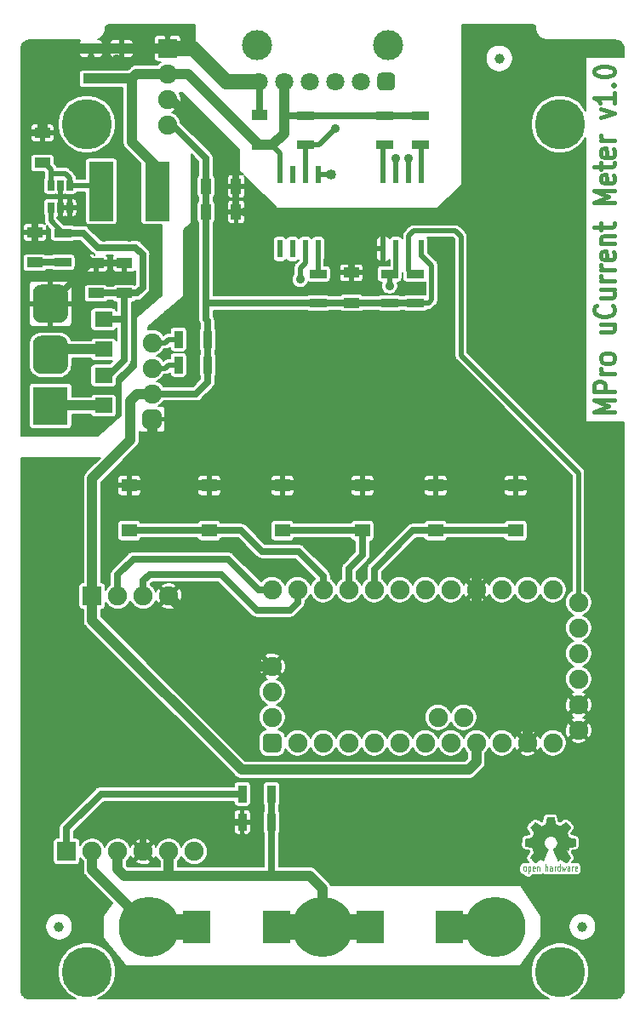
<source format=gtl>
%TF.GenerationSoftware,KiCad,Pcbnew,(5.1.6)-1*%
%TF.CreationDate,2020-11-10T13:56:35+01:00*%
%TF.ProjectId,uCurrent Meter,75437572-7265-46e7-9420-4d657465722e,rev?*%
%TF.SameCoordinates,Original*%
%TF.FileFunction,Copper,L1,Top*%
%TF.FilePolarity,Positive*%
%FSLAX46Y46*%
G04 Gerber Fmt 4.6, Leading zero omitted, Abs format (unit mm)*
G04 Created by KiCad (PCBNEW (5.1.6)-1) date 2020-11-10 13:56:35*
%MOMM*%
%LPD*%
G01*
G04 APERTURE LIST*
%TA.AperFunction,NonConductor*%
%ADD10C,0.400000*%
%TD*%
%TA.AperFunction,EtchedComponent*%
%ADD11C,0.075000*%
%TD*%
%TA.AperFunction,EtchedComponent*%
%ADD12C,0.002540*%
%TD*%
%TA.AperFunction,ComponentPad*%
%ADD13C,1.900000*%
%TD*%
%TA.AperFunction,WasherPad*%
%ADD14C,3.000000*%
%TD*%
%TA.AperFunction,ComponentPad*%
%ADD15C,1.800000*%
%TD*%
%TA.AperFunction,SMDPad,CuDef*%
%ADD16C,1.000000*%
%TD*%
%TA.AperFunction,ComponentPad*%
%ADD17R,1.900000X1.900000*%
%TD*%
%TA.AperFunction,SMDPad,CuDef*%
%ADD18R,0.550000X1.750000*%
%TD*%
%TA.AperFunction,SMDPad,CuDef*%
%ADD19R,2.700000X3.200000*%
%TD*%
%TA.AperFunction,ComponentPad*%
%ADD20C,5.000000*%
%TD*%
%TA.AperFunction,ComponentPad*%
%ADD21C,0.800000*%
%TD*%
%TA.AperFunction,SMDPad,CuDef*%
%ADD22R,1.600000X1.000000*%
%TD*%
%TA.AperFunction,SMDPad,CuDef*%
%ADD23R,1.000000X1.600000*%
%TD*%
%TA.AperFunction,ComponentPad*%
%ADD24C,6.000000*%
%TD*%
%TA.AperFunction,ComponentPad*%
%ADD25R,3.500000X3.810000*%
%TD*%
%TA.AperFunction,SMDPad,CuDef*%
%ADD26R,2.450000X5.900000*%
%TD*%
%TA.AperFunction,SMDPad,CuDef*%
%ADD27R,0.900000X1.700000*%
%TD*%
%TA.AperFunction,SMDPad,CuDef*%
%ADD28R,1.700000X0.900000*%
%TD*%
%TA.AperFunction,SMDPad,CuDef*%
%ADD29R,1.800000X1.500000*%
%TD*%
%TA.AperFunction,SMDPad,CuDef*%
%ADD30R,1.550000X1.300000*%
%TD*%
%TA.AperFunction,SMDPad,CuDef*%
%ADD31R,0.650000X1.060000*%
%TD*%
%TA.AperFunction,ViaPad*%
%ADD32C,0.889000*%
%TD*%
%TA.AperFunction,ViaPad*%
%ADD33C,1.016000*%
%TD*%
%TA.AperFunction,Conductor*%
%ADD34C,0.700024*%
%TD*%
%TA.AperFunction,Conductor*%
%ADD35C,0.508000*%
%TD*%
%TA.AperFunction,Conductor*%
%ADD36C,1.000252*%
%TD*%
%TA.AperFunction,Conductor*%
%ADD37C,1.500124*%
%TD*%
%TA.AperFunction,Conductor*%
%ADD38C,2.540000*%
%TD*%
%TA.AperFunction,Conductor*%
%ADD39C,0.200000*%
%TD*%
G04 APERTURE END LIST*
D10*
X161305761Y-93596857D02*
X159305761Y-93596857D01*
X160734333Y-92996857D01*
X159305761Y-92396857D01*
X161305761Y-92396857D01*
X161305761Y-91539714D02*
X159305761Y-91539714D01*
X159305761Y-90854000D01*
X159401000Y-90682571D01*
X159496238Y-90596857D01*
X159686714Y-90511142D01*
X159972428Y-90511142D01*
X160162904Y-90596857D01*
X160258142Y-90682571D01*
X160353380Y-90854000D01*
X160353380Y-91539714D01*
X161305761Y-89739714D02*
X159972428Y-89739714D01*
X160353380Y-89739714D02*
X160162904Y-89654000D01*
X160067666Y-89568285D01*
X159972428Y-89396857D01*
X159972428Y-89225428D01*
X161305761Y-88368285D02*
X161210523Y-88539714D01*
X161115285Y-88625428D01*
X160924809Y-88711142D01*
X160353380Y-88711142D01*
X160162904Y-88625428D01*
X160067666Y-88539714D01*
X159972428Y-88368285D01*
X159972428Y-88111142D01*
X160067666Y-87939714D01*
X160162904Y-87854000D01*
X160353380Y-87768285D01*
X160924809Y-87768285D01*
X161115285Y-87854000D01*
X161210523Y-87939714D01*
X161305761Y-88111142D01*
X161305761Y-88368285D01*
X159972428Y-84854000D02*
X161305761Y-84854000D01*
X159972428Y-85625428D02*
X161020047Y-85625428D01*
X161210523Y-85539714D01*
X161305761Y-85368285D01*
X161305761Y-85111142D01*
X161210523Y-84939714D01*
X161115285Y-84854000D01*
X161115285Y-82968285D02*
X161210523Y-83054000D01*
X161305761Y-83311142D01*
X161305761Y-83482571D01*
X161210523Y-83739714D01*
X161020047Y-83911142D01*
X160829571Y-83996857D01*
X160448619Y-84082571D01*
X160162904Y-84082571D01*
X159781952Y-83996857D01*
X159591476Y-83911142D01*
X159401000Y-83739714D01*
X159305761Y-83482571D01*
X159305761Y-83311142D01*
X159401000Y-83054000D01*
X159496238Y-82968285D01*
X159972428Y-81425428D02*
X161305761Y-81425428D01*
X159972428Y-82196857D02*
X161020047Y-82196857D01*
X161210523Y-82111142D01*
X161305761Y-81939714D01*
X161305761Y-81682571D01*
X161210523Y-81511142D01*
X161115285Y-81425428D01*
X161305761Y-80568285D02*
X159972428Y-80568285D01*
X160353380Y-80568285D02*
X160162904Y-80482571D01*
X160067666Y-80396857D01*
X159972428Y-80225428D01*
X159972428Y-80054000D01*
X161305761Y-79454000D02*
X159972428Y-79454000D01*
X160353380Y-79454000D02*
X160162904Y-79368285D01*
X160067666Y-79282571D01*
X159972428Y-79111142D01*
X159972428Y-78939714D01*
X161210523Y-77654000D02*
X161305761Y-77825428D01*
X161305761Y-78168285D01*
X161210523Y-78339714D01*
X161020047Y-78425428D01*
X160258142Y-78425428D01*
X160067666Y-78339714D01*
X159972428Y-78168285D01*
X159972428Y-77825428D01*
X160067666Y-77654000D01*
X160258142Y-77568285D01*
X160448619Y-77568285D01*
X160639095Y-78425428D01*
X159972428Y-76796857D02*
X161305761Y-76796857D01*
X160162904Y-76796857D02*
X160067666Y-76711142D01*
X159972428Y-76539714D01*
X159972428Y-76282571D01*
X160067666Y-76111142D01*
X160258142Y-76025428D01*
X161305761Y-76025428D01*
X159972428Y-75425428D02*
X159972428Y-74739714D01*
X159305761Y-75168285D02*
X161020047Y-75168285D01*
X161210523Y-75082571D01*
X161305761Y-74911142D01*
X161305761Y-74739714D01*
X161305761Y-72768285D02*
X159305761Y-72768285D01*
X160734333Y-72168285D01*
X159305761Y-71568285D01*
X161305761Y-71568285D01*
X161210523Y-70025428D02*
X161305761Y-70196857D01*
X161305761Y-70539714D01*
X161210523Y-70711142D01*
X161020047Y-70796857D01*
X160258142Y-70796857D01*
X160067666Y-70711142D01*
X159972428Y-70539714D01*
X159972428Y-70196857D01*
X160067666Y-70025428D01*
X160258142Y-69939714D01*
X160448619Y-69939714D01*
X160639095Y-70796857D01*
X159972428Y-69425428D02*
X159972428Y-68739714D01*
X159305761Y-69168285D02*
X161020047Y-69168285D01*
X161210523Y-69082571D01*
X161305761Y-68911142D01*
X161305761Y-68739714D01*
X161210523Y-67454000D02*
X161305761Y-67625428D01*
X161305761Y-67968285D01*
X161210523Y-68139714D01*
X161020047Y-68225428D01*
X160258142Y-68225428D01*
X160067666Y-68139714D01*
X159972428Y-67968285D01*
X159972428Y-67625428D01*
X160067666Y-67454000D01*
X160258142Y-67368285D01*
X160448619Y-67368285D01*
X160639095Y-68225428D01*
X161305761Y-66596857D02*
X159972428Y-66596857D01*
X160353380Y-66596857D02*
X160162904Y-66511142D01*
X160067666Y-66425428D01*
X159972428Y-66254000D01*
X159972428Y-66082571D01*
X159972428Y-64282571D02*
X161305761Y-63854000D01*
X159972428Y-63425428D01*
X161305761Y-61796857D02*
X161305761Y-62825428D01*
X161305761Y-62311142D02*
X159305761Y-62311142D01*
X159591476Y-62482571D01*
X159781952Y-62654000D01*
X159877190Y-62825428D01*
X161115285Y-61025428D02*
X161210523Y-60939714D01*
X161305761Y-61025428D01*
X161210523Y-61111142D01*
X161115285Y-61025428D01*
X161305761Y-61025428D01*
X159305761Y-59825428D02*
X159305761Y-59654000D01*
X159401000Y-59482571D01*
X159496238Y-59396857D01*
X159686714Y-59311142D01*
X160067666Y-59225428D01*
X160543857Y-59225428D01*
X160924809Y-59311142D01*
X161115285Y-59396857D01*
X161210523Y-59482571D01*
X161305761Y-59654000D01*
X161305761Y-59825428D01*
X161210523Y-59996857D01*
X161115285Y-60082571D01*
X160924809Y-60168285D01*
X160543857Y-60254000D01*
X160067666Y-60254000D01*
X159686714Y-60168285D01*
X159496238Y-60082571D01*
X159401000Y-59996857D01*
X159305761Y-59825428D01*
D11*
%TO.C,G\u002A\u002A\u002A*%
X157100000Y-138764000D02*
X157100000Y-139224000D01*
X157190000Y-138764000D02*
X157240000Y-138764000D01*
X157140000Y-138794000D02*
X157190000Y-138764000D01*
X157120000Y-138814000D02*
X157140000Y-138794000D01*
X157100000Y-138884000D02*
X157120000Y-138814000D01*
X157540000Y-139224000D02*
X157590000Y-139194000D01*
X157440000Y-139224000D02*
X157540000Y-139224000D01*
X157400000Y-139194000D02*
X157440000Y-139224000D01*
X157380000Y-139124000D02*
X157400000Y-139194000D01*
X157380000Y-138854000D02*
X157380000Y-139124000D01*
X157410000Y-138794000D02*
X157380000Y-138854000D01*
X157450000Y-138764000D02*
X157410000Y-138794000D01*
X157550000Y-138764000D02*
X157450000Y-138764000D01*
X157590000Y-138804000D02*
X157550000Y-138764000D01*
X157610000Y-138874000D02*
X157590000Y-138804000D01*
X157610000Y-138994000D02*
X157610000Y-138874000D01*
X157610000Y-138994000D02*
X157380000Y-138994000D01*
X156860000Y-138854000D02*
X156860000Y-139224000D01*
X156830000Y-138794000D02*
X156860000Y-138854000D01*
X156790000Y-138764000D02*
X156830000Y-138794000D01*
X156690000Y-138764000D02*
X156790000Y-138764000D01*
X156640000Y-138794000D02*
X156690000Y-138764000D01*
X156700000Y-138954000D02*
X156650000Y-138984000D01*
X156820000Y-138954000D02*
X156700000Y-138954000D01*
X156860000Y-138924000D02*
X156820000Y-138954000D01*
X156810000Y-139224000D02*
X156860000Y-139184000D01*
X156690000Y-139224000D02*
X156810000Y-139224000D01*
X156640000Y-139184000D02*
X156690000Y-139224000D01*
X156620000Y-139124000D02*
X156640000Y-139184000D01*
X156620000Y-139054000D02*
X156620000Y-139124000D01*
X156650000Y-138984000D02*
X156620000Y-139054000D01*
X156070000Y-138764000D02*
X156170000Y-139224000D01*
X156170000Y-139224000D02*
X156260000Y-138884000D01*
X156260000Y-138884000D02*
X156360000Y-139224000D01*
X156360000Y-139224000D02*
X156460000Y-138764000D01*
X155880000Y-139194000D02*
X155840000Y-139224000D01*
X155840000Y-139224000D02*
X155730000Y-139224000D01*
X155730000Y-139224000D02*
X155690000Y-139194000D01*
X155690000Y-139194000D02*
X155670000Y-139164000D01*
X155670000Y-139164000D02*
X155640000Y-139094000D01*
X155640000Y-139094000D02*
X155640000Y-138894000D01*
X155640000Y-138894000D02*
X155670000Y-138824000D01*
X155670000Y-138824000D02*
X155690000Y-138794000D01*
X155690000Y-138794000D02*
X155750000Y-138754000D01*
X155750000Y-138754000D02*
X155820000Y-138754000D01*
X155820000Y-138754000D02*
X155880000Y-138794000D01*
X155880000Y-138524000D02*
X155880000Y-139224000D01*
X155360000Y-138884000D02*
X155380000Y-138814000D01*
X155380000Y-138814000D02*
X155400000Y-138794000D01*
X155400000Y-138794000D02*
X155450000Y-138764000D01*
X155450000Y-138764000D02*
X155500000Y-138764000D01*
X155360000Y-138764000D02*
X155360000Y-139224000D01*
X154910000Y-138984000D02*
X154880000Y-139054000D01*
X154880000Y-139054000D02*
X154880000Y-139124000D01*
X154880000Y-139124000D02*
X154900000Y-139184000D01*
X154900000Y-139184000D02*
X154950000Y-139224000D01*
X154950000Y-139224000D02*
X155070000Y-139224000D01*
X155070000Y-139224000D02*
X155120000Y-139184000D01*
X155120000Y-138924000D02*
X155080000Y-138954000D01*
X155080000Y-138954000D02*
X154960000Y-138954000D01*
X154960000Y-138954000D02*
X154910000Y-138984000D01*
X154900000Y-138794000D02*
X154950000Y-138764000D01*
X154950000Y-138764000D02*
X155050000Y-138764000D01*
X155050000Y-138764000D02*
X155090000Y-138794000D01*
X155090000Y-138794000D02*
X155120000Y-138854000D01*
X155120000Y-138854000D02*
X155120000Y-139224000D01*
X154450000Y-138834000D02*
X154470000Y-138794000D01*
X154470000Y-138794000D02*
X154520000Y-138764000D01*
X154520000Y-138764000D02*
X154600000Y-138764000D01*
X154600000Y-138764000D02*
X154640000Y-138794000D01*
X154640000Y-138794000D02*
X154660000Y-138854000D01*
X154660000Y-138854000D02*
X154660000Y-139224000D01*
X154450000Y-138524000D02*
X154450000Y-139224000D01*
X153400000Y-138994000D02*
X153170000Y-138994000D01*
X153620000Y-138824000D02*
X153640000Y-138794000D01*
X153640000Y-138794000D02*
X153680000Y-138764000D01*
X153680000Y-138764000D02*
X153770000Y-138764000D01*
X153770000Y-138764000D02*
X153810000Y-138794000D01*
X153810000Y-138794000D02*
X153830000Y-138854000D01*
X153830000Y-138854000D02*
X153830000Y-139224000D01*
X153620000Y-138764000D02*
X153620000Y-139224000D01*
X153400000Y-138994000D02*
X153400000Y-138874000D01*
X153400000Y-138874000D02*
X153380000Y-138804000D01*
X153380000Y-138804000D02*
X153340000Y-138764000D01*
X153340000Y-138764000D02*
X153240000Y-138764000D01*
X153240000Y-138764000D02*
X153200000Y-138794000D01*
X153200000Y-138794000D02*
X153170000Y-138854000D01*
X153170000Y-138854000D02*
X153170000Y-139124000D01*
X153170000Y-139124000D02*
X153190000Y-139194000D01*
X153190000Y-139194000D02*
X153230000Y-139224000D01*
X153230000Y-139224000D02*
X153330000Y-139224000D01*
X153330000Y-139224000D02*
X153380000Y-139194000D01*
X152740000Y-138794000D02*
X152780000Y-138764000D01*
X152780000Y-138764000D02*
X152880000Y-138764000D01*
X152880000Y-138764000D02*
X152920000Y-138794000D01*
X152920000Y-138794000D02*
X152950000Y-138824000D01*
X152950000Y-138824000D02*
X152970000Y-138884000D01*
X152970000Y-138884000D02*
X152970000Y-139104000D01*
X152970000Y-139104000D02*
X152950000Y-139164000D01*
X152950000Y-139164000D02*
X152930000Y-139194000D01*
X152930000Y-139194000D02*
X152890000Y-139224000D01*
X152890000Y-139224000D02*
X152790000Y-139224000D01*
X152790000Y-139224000D02*
X152740000Y-139194000D01*
X152740000Y-139464000D02*
X152740000Y-138764000D01*
X152430000Y-138764000D02*
X152350000Y-138764000D01*
X152350000Y-138764000D02*
X152310000Y-138794000D01*
X152310000Y-138794000D02*
X152290000Y-138824000D01*
X152290000Y-138824000D02*
X152260000Y-138894000D01*
X152350000Y-139224000D02*
X152430000Y-139224000D01*
X152430000Y-139224000D02*
X152480000Y-139194000D01*
X152480000Y-139194000D02*
X152500000Y-139164000D01*
X152500000Y-139164000D02*
X152520000Y-139094000D01*
X152520000Y-139094000D02*
X152520000Y-138894000D01*
X152520000Y-138894000D02*
X152500000Y-138834000D01*
X152500000Y-138834000D02*
X152480000Y-138804000D01*
X152480000Y-138804000D02*
X152430000Y-138764000D01*
X152260000Y-138894000D02*
X152260000Y-139094000D01*
X152260000Y-139094000D02*
X152280000Y-139154000D01*
X152280000Y-139154000D02*
X152300000Y-139184000D01*
X152300000Y-139184000D02*
X152350000Y-139224000D01*
D12*
G36*
X153426160Y-138389360D02*
G01*
X153451560Y-138374120D01*
X153509980Y-138338560D01*
X153593800Y-138282680D01*
X153692860Y-138216640D01*
X153791920Y-138150600D01*
X153873200Y-138097260D01*
X153929080Y-138059160D01*
X153954480Y-138046460D01*
X153967180Y-138051540D01*
X154012900Y-138074400D01*
X154081480Y-138109960D01*
X154122120Y-138130280D01*
X154183080Y-138155680D01*
X154216100Y-138163300D01*
X154221180Y-138153140D01*
X154244040Y-138104880D01*
X154279600Y-138023600D01*
X154325320Y-137914380D01*
X154381200Y-137787380D01*
X154437080Y-137652760D01*
X154495500Y-137513060D01*
X154551380Y-137378440D01*
X154599640Y-137259060D01*
X154640280Y-137162540D01*
X154665680Y-137093960D01*
X154675840Y-137066020D01*
X154673300Y-137058400D01*
X154640280Y-137027920D01*
X154586940Y-136987280D01*
X154467560Y-136890760D01*
X154350720Y-136745980D01*
X154279600Y-136580880D01*
X154256740Y-136395460D01*
X154277060Y-136225280D01*
X154343100Y-136062720D01*
X154457400Y-135915400D01*
X154597100Y-135806180D01*
X154759660Y-135737600D01*
X154940000Y-135714740D01*
X155112720Y-135735060D01*
X155280360Y-135801100D01*
X155427680Y-135912860D01*
X155491180Y-135983980D01*
X155577540Y-136133840D01*
X155625800Y-136291320D01*
X155630880Y-136331960D01*
X155623260Y-136507220D01*
X155572460Y-136677400D01*
X155478480Y-136827260D01*
X155348940Y-136951720D01*
X155333700Y-136961880D01*
X155275280Y-137007600D01*
X155234640Y-137038080D01*
X155204160Y-137063480D01*
X155427680Y-137601960D01*
X155463240Y-137685780D01*
X155524200Y-137833100D01*
X155577540Y-137960100D01*
X155620720Y-138061700D01*
X155651200Y-138127740D01*
X155663900Y-138155680D01*
X155663900Y-138158220D01*
X155684220Y-138160760D01*
X155724860Y-138145520D01*
X155801060Y-138109960D01*
X155849320Y-138084560D01*
X155907740Y-138056620D01*
X155933140Y-138046460D01*
X155956000Y-138059160D01*
X156009340Y-138094720D01*
X156090620Y-138148060D01*
X156187140Y-138211560D01*
X156278580Y-138275060D01*
X156362400Y-138330940D01*
X156423360Y-138369040D01*
X156453840Y-138386820D01*
X156458920Y-138386820D01*
X156484320Y-138371580D01*
X156532580Y-138330940D01*
X156606240Y-138262360D01*
X156710380Y-138158220D01*
X156725620Y-138142980D01*
X156811980Y-138056620D01*
X156880560Y-137982960D01*
X156926280Y-137932160D01*
X156944060Y-137909300D01*
X156928820Y-137878820D01*
X156890720Y-137817860D01*
X156834840Y-137731500D01*
X156766260Y-137632440D01*
X156588460Y-137373360D01*
X156684980Y-137129520D01*
X156715460Y-137053320D01*
X156753560Y-136964420D01*
X156781500Y-136898380D01*
X156796740Y-136870440D01*
X156822140Y-136860280D01*
X156890720Y-136845040D01*
X156987240Y-136824720D01*
X157101540Y-136804400D01*
X157213300Y-136784080D01*
X157312360Y-136763760D01*
X157383480Y-136751060D01*
X157416500Y-136743440D01*
X157424120Y-136738360D01*
X157431740Y-136723120D01*
X157434280Y-136690100D01*
X157436820Y-136629140D01*
X157439360Y-136535160D01*
X157439360Y-136395460D01*
X157439360Y-136380220D01*
X157436820Y-136250680D01*
X157434280Y-136144000D01*
X157431740Y-136077960D01*
X157426660Y-136050020D01*
X157396180Y-136042400D01*
X157325060Y-136027160D01*
X157226000Y-136009380D01*
X157106620Y-135986520D01*
X157099000Y-135983980D01*
X156982160Y-135961120D01*
X156883100Y-135940800D01*
X156811980Y-135925560D01*
X156784040Y-135915400D01*
X156776420Y-135907780D01*
X156753560Y-135862060D01*
X156720540Y-135788400D01*
X156679900Y-135699500D01*
X156641800Y-135605520D01*
X156608780Y-135521700D01*
X156585920Y-135460740D01*
X156578300Y-135432800D01*
X156580840Y-135430260D01*
X156598620Y-135402320D01*
X156639260Y-135341360D01*
X156695140Y-135257540D01*
X156763720Y-135155940D01*
X156768800Y-135148320D01*
X156837380Y-135049260D01*
X156893260Y-134962900D01*
X156928820Y-134904480D01*
X156944060Y-134876540D01*
X156944060Y-134874000D01*
X156921200Y-134843520D01*
X156870400Y-134787640D01*
X156796740Y-134711440D01*
X156710380Y-134622540D01*
X156682440Y-134597140D01*
X156583380Y-134500620D01*
X156517340Y-134439660D01*
X156474160Y-134406640D01*
X156453840Y-134399020D01*
X156423360Y-134416800D01*
X156359860Y-134457440D01*
X156276040Y-134515860D01*
X156174440Y-134584440D01*
X156166820Y-134589520D01*
X156067760Y-134658100D01*
X155983940Y-134713980D01*
X155925520Y-134754620D01*
X155897580Y-134769860D01*
X155895040Y-134769860D01*
X155854400Y-134757160D01*
X155783280Y-134731760D01*
X155694380Y-134698740D01*
X155602940Y-134660640D01*
X155519120Y-134625080D01*
X155455620Y-134597140D01*
X155425140Y-134579360D01*
X155414980Y-134543800D01*
X155397200Y-134467600D01*
X155376880Y-134366000D01*
X155351480Y-134244080D01*
X155348940Y-134223760D01*
X155326080Y-134104380D01*
X155308300Y-134005320D01*
X155293060Y-133936740D01*
X155285440Y-133908800D01*
X155270200Y-133906260D01*
X155211780Y-133901180D01*
X155122880Y-133898640D01*
X155013660Y-133898640D01*
X154901900Y-133898640D01*
X154792680Y-133901180D01*
X154698700Y-133903720D01*
X154630120Y-133908800D01*
X154602180Y-133913880D01*
X154602180Y-133916420D01*
X154592020Y-133954520D01*
X154574240Y-134028180D01*
X154553920Y-134132320D01*
X154531060Y-134254240D01*
X154525980Y-134277100D01*
X154503120Y-134393940D01*
X154482800Y-134493000D01*
X154470100Y-134559040D01*
X154462480Y-134586980D01*
X154449780Y-134592060D01*
X154401520Y-134612380D01*
X154322780Y-134645400D01*
X154223720Y-134686040D01*
X153995120Y-134777480D01*
X153713180Y-134586980D01*
X153687780Y-134569200D01*
X153586180Y-134500620D01*
X153504900Y-134444740D01*
X153446480Y-134406640D01*
X153423620Y-134393940D01*
X153421080Y-134393940D01*
X153393140Y-134419340D01*
X153337260Y-134472680D01*
X153261060Y-134546340D01*
X153172160Y-134632700D01*
X153108660Y-134698740D01*
X153029920Y-134777480D01*
X152981660Y-134830820D01*
X152953720Y-134863840D01*
X152946100Y-134884160D01*
X152948640Y-134899400D01*
X152966420Y-134927340D01*
X153007060Y-134988300D01*
X153065480Y-135074660D01*
X153134060Y-135173720D01*
X153189940Y-135257540D01*
X153250900Y-135351520D01*
X153289000Y-135417560D01*
X153304240Y-135450580D01*
X153299160Y-135463280D01*
X153281380Y-135519160D01*
X153245820Y-135602980D01*
X153205180Y-135702040D01*
X153106120Y-135923020D01*
X152961340Y-135950960D01*
X152872440Y-135968740D01*
X152750520Y-135991600D01*
X152631140Y-136014460D01*
X152448260Y-136050020D01*
X152440640Y-136725660D01*
X152468580Y-136738360D01*
X152496520Y-136745980D01*
X152565100Y-136761220D01*
X152661620Y-136781540D01*
X152778460Y-136801860D01*
X152874980Y-136819640D01*
X152974040Y-136839960D01*
X153045160Y-136852660D01*
X153075640Y-136860280D01*
X153085800Y-136870440D01*
X153108660Y-136918700D01*
X153144220Y-136994900D01*
X153184860Y-137086340D01*
X153222960Y-137180320D01*
X153258520Y-137269220D01*
X153281380Y-137335260D01*
X153291540Y-137368280D01*
X153278840Y-137396220D01*
X153240740Y-137454640D01*
X153187400Y-137535920D01*
X153118820Y-137634980D01*
X153052780Y-137731500D01*
X152994360Y-137815320D01*
X152956260Y-137876280D01*
X152938480Y-137904220D01*
X152948640Y-137922000D01*
X152986740Y-137970260D01*
X153060400Y-138046460D01*
X153172160Y-138155680D01*
X153189940Y-138173460D01*
X153276300Y-138257280D01*
X153349960Y-138325860D01*
X153403300Y-138371580D01*
X153426160Y-138389360D01*
G37*
X153426160Y-138389360D02*
X153451560Y-138374120D01*
X153509980Y-138338560D01*
X153593800Y-138282680D01*
X153692860Y-138216640D01*
X153791920Y-138150600D01*
X153873200Y-138097260D01*
X153929080Y-138059160D01*
X153954480Y-138046460D01*
X153967180Y-138051540D01*
X154012900Y-138074400D01*
X154081480Y-138109960D01*
X154122120Y-138130280D01*
X154183080Y-138155680D01*
X154216100Y-138163300D01*
X154221180Y-138153140D01*
X154244040Y-138104880D01*
X154279600Y-138023600D01*
X154325320Y-137914380D01*
X154381200Y-137787380D01*
X154437080Y-137652760D01*
X154495500Y-137513060D01*
X154551380Y-137378440D01*
X154599640Y-137259060D01*
X154640280Y-137162540D01*
X154665680Y-137093960D01*
X154675840Y-137066020D01*
X154673300Y-137058400D01*
X154640280Y-137027920D01*
X154586940Y-136987280D01*
X154467560Y-136890760D01*
X154350720Y-136745980D01*
X154279600Y-136580880D01*
X154256740Y-136395460D01*
X154277060Y-136225280D01*
X154343100Y-136062720D01*
X154457400Y-135915400D01*
X154597100Y-135806180D01*
X154759660Y-135737600D01*
X154940000Y-135714740D01*
X155112720Y-135735060D01*
X155280360Y-135801100D01*
X155427680Y-135912860D01*
X155491180Y-135983980D01*
X155577540Y-136133840D01*
X155625800Y-136291320D01*
X155630880Y-136331960D01*
X155623260Y-136507220D01*
X155572460Y-136677400D01*
X155478480Y-136827260D01*
X155348940Y-136951720D01*
X155333700Y-136961880D01*
X155275280Y-137007600D01*
X155234640Y-137038080D01*
X155204160Y-137063480D01*
X155427680Y-137601960D01*
X155463240Y-137685780D01*
X155524200Y-137833100D01*
X155577540Y-137960100D01*
X155620720Y-138061700D01*
X155651200Y-138127740D01*
X155663900Y-138155680D01*
X155663900Y-138158220D01*
X155684220Y-138160760D01*
X155724860Y-138145520D01*
X155801060Y-138109960D01*
X155849320Y-138084560D01*
X155907740Y-138056620D01*
X155933140Y-138046460D01*
X155956000Y-138059160D01*
X156009340Y-138094720D01*
X156090620Y-138148060D01*
X156187140Y-138211560D01*
X156278580Y-138275060D01*
X156362400Y-138330940D01*
X156423360Y-138369040D01*
X156453840Y-138386820D01*
X156458920Y-138386820D01*
X156484320Y-138371580D01*
X156532580Y-138330940D01*
X156606240Y-138262360D01*
X156710380Y-138158220D01*
X156725620Y-138142980D01*
X156811980Y-138056620D01*
X156880560Y-137982960D01*
X156926280Y-137932160D01*
X156944060Y-137909300D01*
X156928820Y-137878820D01*
X156890720Y-137817860D01*
X156834840Y-137731500D01*
X156766260Y-137632440D01*
X156588460Y-137373360D01*
X156684980Y-137129520D01*
X156715460Y-137053320D01*
X156753560Y-136964420D01*
X156781500Y-136898380D01*
X156796740Y-136870440D01*
X156822140Y-136860280D01*
X156890720Y-136845040D01*
X156987240Y-136824720D01*
X157101540Y-136804400D01*
X157213300Y-136784080D01*
X157312360Y-136763760D01*
X157383480Y-136751060D01*
X157416500Y-136743440D01*
X157424120Y-136738360D01*
X157431740Y-136723120D01*
X157434280Y-136690100D01*
X157436820Y-136629140D01*
X157439360Y-136535160D01*
X157439360Y-136395460D01*
X157439360Y-136380220D01*
X157436820Y-136250680D01*
X157434280Y-136144000D01*
X157431740Y-136077960D01*
X157426660Y-136050020D01*
X157396180Y-136042400D01*
X157325060Y-136027160D01*
X157226000Y-136009380D01*
X157106620Y-135986520D01*
X157099000Y-135983980D01*
X156982160Y-135961120D01*
X156883100Y-135940800D01*
X156811980Y-135925560D01*
X156784040Y-135915400D01*
X156776420Y-135907780D01*
X156753560Y-135862060D01*
X156720540Y-135788400D01*
X156679900Y-135699500D01*
X156641800Y-135605520D01*
X156608780Y-135521700D01*
X156585920Y-135460740D01*
X156578300Y-135432800D01*
X156580840Y-135430260D01*
X156598620Y-135402320D01*
X156639260Y-135341360D01*
X156695140Y-135257540D01*
X156763720Y-135155940D01*
X156768800Y-135148320D01*
X156837380Y-135049260D01*
X156893260Y-134962900D01*
X156928820Y-134904480D01*
X156944060Y-134876540D01*
X156944060Y-134874000D01*
X156921200Y-134843520D01*
X156870400Y-134787640D01*
X156796740Y-134711440D01*
X156710380Y-134622540D01*
X156682440Y-134597140D01*
X156583380Y-134500620D01*
X156517340Y-134439660D01*
X156474160Y-134406640D01*
X156453840Y-134399020D01*
X156423360Y-134416800D01*
X156359860Y-134457440D01*
X156276040Y-134515860D01*
X156174440Y-134584440D01*
X156166820Y-134589520D01*
X156067760Y-134658100D01*
X155983940Y-134713980D01*
X155925520Y-134754620D01*
X155897580Y-134769860D01*
X155895040Y-134769860D01*
X155854400Y-134757160D01*
X155783280Y-134731760D01*
X155694380Y-134698740D01*
X155602940Y-134660640D01*
X155519120Y-134625080D01*
X155455620Y-134597140D01*
X155425140Y-134579360D01*
X155414980Y-134543800D01*
X155397200Y-134467600D01*
X155376880Y-134366000D01*
X155351480Y-134244080D01*
X155348940Y-134223760D01*
X155326080Y-134104380D01*
X155308300Y-134005320D01*
X155293060Y-133936740D01*
X155285440Y-133908800D01*
X155270200Y-133906260D01*
X155211780Y-133901180D01*
X155122880Y-133898640D01*
X155013660Y-133898640D01*
X154901900Y-133898640D01*
X154792680Y-133901180D01*
X154698700Y-133903720D01*
X154630120Y-133908800D01*
X154602180Y-133913880D01*
X154602180Y-133916420D01*
X154592020Y-133954520D01*
X154574240Y-134028180D01*
X154553920Y-134132320D01*
X154531060Y-134254240D01*
X154525980Y-134277100D01*
X154503120Y-134393940D01*
X154482800Y-134493000D01*
X154470100Y-134559040D01*
X154462480Y-134586980D01*
X154449780Y-134592060D01*
X154401520Y-134612380D01*
X154322780Y-134645400D01*
X154223720Y-134686040D01*
X153995120Y-134777480D01*
X153713180Y-134586980D01*
X153687780Y-134569200D01*
X153586180Y-134500620D01*
X153504900Y-134444740D01*
X153446480Y-134406640D01*
X153423620Y-134393940D01*
X153421080Y-134393940D01*
X153393140Y-134419340D01*
X153337260Y-134472680D01*
X153261060Y-134546340D01*
X153172160Y-134632700D01*
X153108660Y-134698740D01*
X153029920Y-134777480D01*
X152981660Y-134830820D01*
X152953720Y-134863840D01*
X152946100Y-134884160D01*
X152948640Y-134899400D01*
X152966420Y-134927340D01*
X153007060Y-134988300D01*
X153065480Y-135074660D01*
X153134060Y-135173720D01*
X153189940Y-135257540D01*
X153250900Y-135351520D01*
X153289000Y-135417560D01*
X153304240Y-135450580D01*
X153299160Y-135463280D01*
X153281380Y-135519160D01*
X153245820Y-135602980D01*
X153205180Y-135702040D01*
X153106120Y-135923020D01*
X152961340Y-135950960D01*
X152872440Y-135968740D01*
X152750520Y-135991600D01*
X152631140Y-136014460D01*
X152448260Y-136050020D01*
X152440640Y-136725660D01*
X152468580Y-136738360D01*
X152496520Y-136745980D01*
X152565100Y-136761220D01*
X152661620Y-136781540D01*
X152778460Y-136801860D01*
X152874980Y-136819640D01*
X152974040Y-136839960D01*
X153045160Y-136852660D01*
X153075640Y-136860280D01*
X153085800Y-136870440D01*
X153108660Y-136918700D01*
X153144220Y-136994900D01*
X153184860Y-137086340D01*
X153222960Y-137180320D01*
X153258520Y-137269220D01*
X153281380Y-137335260D01*
X153291540Y-137368280D01*
X153278840Y-137396220D01*
X153240740Y-137454640D01*
X153187400Y-137535920D01*
X153118820Y-137634980D01*
X153052780Y-137731500D01*
X152994360Y-137815320D01*
X152956260Y-137876280D01*
X152938480Y-137904220D01*
X152948640Y-137922000D01*
X152986740Y-137970260D01*
X153060400Y-138046460D01*
X153172160Y-138155680D01*
X153189940Y-138173460D01*
X153276300Y-138257280D01*
X153349960Y-138325860D01*
X153403300Y-138371580D01*
X153426160Y-138389360D01*
%TD*%
D13*
%TO.P,J1,4*%
%TO.N,/SDA*%
X115298850Y-86677500D03*
%TO.P,J1,3*%
%TO.N,/SCL*%
X115298850Y-89217500D03*
%TO.P,J1,2*%
%TO.N,+5V*%
X115298850Y-91757500D03*
%TO.P,J1,1*%
%TO.N,GND*%
%TA.AperFunction,ComponentPad*%
G36*
G01*
X114348850Y-94772500D02*
X114348850Y-93822500D01*
G75*
G02*
X114823850Y-93347500I475000J0D01*
G01*
X115773850Y-93347500D01*
G75*
G02*
X116248850Y-93822500I0J-475000D01*
G01*
X116248850Y-94772500D01*
G75*
G02*
X115773850Y-95247500I-475000J0D01*
G01*
X114823850Y-95247500D01*
G75*
G02*
X114348850Y-94772500I0J475000D01*
G01*
G37*
%TD.AperFunction*%
%TD*%
D14*
%TO.P,M2,*%
%TO.N,*%
X125754350Y-57101000D03*
X138754350Y-57101000D03*
D15*
%TO.P,M2,6*%
%TO.N,Earth*%
X125903350Y-60706000D03*
%TO.P,M2,5*%
%TO.N,VCC*%
X128443350Y-60706000D03*
%TO.P,M2,4*%
%TO.N,Net-(M2-Pad4)*%
X130983350Y-60706000D03*
%TO.P,M2,3*%
%TO.N,Net-(M2-Pad3)*%
X133523350Y-60706000D03*
%TO.P,M2,2*%
%TO.N,Net-(M2-Pad2)*%
X136063350Y-60706000D03*
%TO.P,M2,1*%
%TO.N,N/C*%
%TA.AperFunction,ComponentPad*%
G36*
G01*
X138153350Y-59806000D02*
X139053350Y-59806000D01*
G75*
G02*
X139503350Y-60256000I0J-450000D01*
G01*
X139503350Y-61156000D01*
G75*
G02*
X139053350Y-61606000I-450000J0D01*
G01*
X138153350Y-61606000D01*
G75*
G02*
X137703350Y-61156000I0J450000D01*
G01*
X137703350Y-60256000D01*
G75*
G02*
X138153350Y-59806000I450000J0D01*
G01*
G37*
%TD.AperFunction*%
%TD*%
D16*
%TO.P,,~*%
%TO.N,N/C*%
X106045000Y-144780000D03*
%TD*%
%TO.P,,~*%
%TO.N,N/C*%
X158115000Y-144780000D03*
%TD*%
%TO.P,,~*%
%TO.N,N/C*%
X149860000Y-58420000D03*
%TD*%
D17*
%TO.P,M4,10*%
%TO.N,+5V*%
X109347000Y-111887000D03*
D13*
%TO.P,M4,9*%
%TO.N,DOut*%
X111887000Y-111887000D03*
%TO.P,M4,8*%
%TO.N,CLK\u00A0*%
X114427000Y-111887000D03*
%TO.P,M4,7*%
%TO.N,GND*%
X116967000Y-111887000D03*
%TO.P,M4,6*%
%TO.N,Net-(J4-Pad1)*%
X119507000Y-137287000D03*
%TO.P,M4,5*%
%TO.N,Net-(J3-Pad1)*%
X116967000Y-137287000D03*
%TO.P,M4,4*%
%TO.N,GND*%
X114427000Y-137287000D03*
%TO.P,M4,3*%
%TO.N,Net-(J3-Pad1)*%
X111887000Y-137287000D03*
%TO.P,M4,2*%
%TO.N,Net-(J2-Pad1)*%
X109347000Y-137287000D03*
D17*
%TO.P,M4,1*%
%TO.N,Net-(M4-Pad1)*%
X106807000Y-137287000D03*
%TD*%
D18*
%TO.P,U1,8*%
%TO.N,+5V*%
X142113000Y-77360000D03*
%TO.P,U1,7*%
%TO.N,DTR*%
X140843000Y-77360000D03*
%TO.P,U1,6*%
%TO.N,RXD*%
X139573000Y-77360000D03*
%TO.P,U1,5*%
%TO.N,GND*%
X138303000Y-77360000D03*
%TO.P,U1,4*%
%TO.N,Net-(R6-Pad1)*%
X138303000Y-69960000D03*
%TO.P,U1,3*%
%TO.N,Net-(M2-Pad4)*%
X139573000Y-69960000D03*
%TO.P,U1,2*%
%TO.N,Net-(M2-Pad2)*%
X140843000Y-69960000D03*
%TO.P,U1,1*%
%TO.N,Net-(R4-Pad1)*%
X142113000Y-69960000D03*
%TD*%
D19*
%TO.P,R12,1*%
%TO.N,Net-(J3-Pad1)*%
X137004000Y-144780000D03*
%TO.P,R12,2*%
%TO.N,Net-(J4-Pad1)*%
X144904000Y-144780000D03*
%TD*%
%TO.P,R11,1*%
%TO.N,Net-(J2-Pad1)*%
X119764000Y-144780000D03*
%TO.P,R11,2*%
%TO.N,Net-(J3-Pad1)*%
X127664000Y-144780000D03*
%TD*%
D20*
%TO.P,REF\u002A\u002A,*%
%TO.N,*%
X155880000Y-149250000D03*
D21*
%TO.P,REF\u002A\u002A,1*%
%TO.N,N/C*%
X157755000Y-149250000D03*
X157205825Y-150575825D03*
X155880000Y-151125000D03*
X154554175Y-150575825D03*
X154005000Y-149250000D03*
X154554175Y-147924175D03*
X155880000Y-147375000D03*
X157205825Y-147924175D03*
%TD*%
%TO.P,REF\u002A\u002A,1*%
%TO.N,N/C*%
X157205825Y-63624175D03*
X155880000Y-63075000D03*
X154554175Y-63624175D03*
X154005000Y-64950000D03*
X154554175Y-66275825D03*
X155880000Y-66825000D03*
X157205825Y-66275825D03*
X157755000Y-64950000D03*
D20*
%TO.P,REF\u002A\u002A,*%
%TO.N,*%
X155880000Y-64950000D03*
%TD*%
D21*
%TO.P,REF\u002A\u002A,1*%
%TO.N,N/C*%
X110155825Y-147924175D03*
X108830000Y-147375000D03*
X107504175Y-147924175D03*
X106955000Y-149250000D03*
X107504175Y-150575825D03*
X108830000Y-151125000D03*
X110155825Y-150575825D03*
X110705000Y-149250000D03*
D20*
%TO.P,REF\u002A\u002A,*%
%TO.N,*%
X108830000Y-149250000D03*
%TD*%
%TO.P,REF\u002A\u002A,*%
%TO.N,*%
X108830000Y-64950000D03*
D21*
%TO.P,REF\u002A\u002A,1*%
%TO.N,N/C*%
X110705000Y-64950000D03*
X110155825Y-66275825D03*
X108830000Y-66825000D03*
X107504175Y-66275825D03*
X106955000Y-64950000D03*
X107504175Y-63624175D03*
X108830000Y-63075000D03*
X110155825Y-63624175D03*
%TD*%
D22*
%TO.P,C1,2*%
%TO.N,+5V*%
X135128000Y-82716500D03*
%TO.P,C1,1*%
%TO.N,GND*%
X135128000Y-79716500D03*
%TD*%
%TO.P,C2,2*%
%TO.N,VCC*%
X125984000Y-67032000D03*
%TO.P,C2,1*%
%TO.N,Earth*%
X125984000Y-64032000D03*
%TD*%
D23*
%TO.P,C3,2*%
%TO.N,GND*%
X123674000Y-71120000D03*
%TO.P,C3,1*%
%TO.N,+5V*%
X120674000Y-71120000D03*
%TD*%
%TO.P,C4,1*%
%TO.N,+5V*%
X120674000Y-73660000D03*
%TO.P,C4,2*%
%TO.N,GND*%
X123674000Y-73660000D03*
%TD*%
D22*
%TO.P,C5,1*%
%TO.N,VCC*%
X112268000Y-60428000D03*
%TO.P,C5,2*%
%TO.N,Earth*%
X112268000Y-57428000D03*
%TD*%
%TO.P,C6,2*%
%TO.N,Earth*%
X109220000Y-57428000D03*
%TO.P,C6,1*%
%TO.N,VCC*%
X109220000Y-60428000D03*
%TD*%
%TO.P,C7,1*%
%TO.N,Net-(C7-Pad1)*%
X104394000Y-68810000D03*
%TO.P,C7,2*%
%TO.N,Earth*%
X104394000Y-65810000D03*
%TD*%
%TO.P,C8,2*%
%TO.N,Earth*%
X112522000Y-78764000D03*
%TO.P,C8,1*%
%TO.N,Net-(C8-Pad1)*%
X112522000Y-81764000D03*
%TD*%
%TO.P,C9,1*%
%TO.N,Net-(C8-Pad1)*%
X109728000Y-81764000D03*
%TO.P,C9,2*%
%TO.N,Earth*%
X109728000Y-78764000D03*
%TD*%
%TO.P,D1,2*%
%TO.N,Net-(D1-Pad2)*%
X103632000Y-78716000D03*
%TO.P,D1,1*%
%TO.N,Earth*%
X103632000Y-75716000D03*
%TD*%
D24*
%TO.P,J2,1*%
%TO.N,Net-(J2-Pad1)*%
X115013350Y-144780000D03*
%TD*%
%TO.P,J3,1*%
%TO.N,Net-(J3-Pad1)*%
X132253350Y-144780000D03*
%TD*%
%TO.P,J4,1*%
%TO.N,Net-(J4-Pad1)*%
X149493350Y-144780000D03*
%TD*%
D25*
%TO.P,J5,1*%
%TO.N,Net-(J5-Pad1)*%
X105200000Y-92964000D03*
%TO.P,J5,2*%
%TO.N,Net-(J5-Pad2)*%
%TA.AperFunction,ComponentPad*%
G36*
G01*
X106075000Y-89789000D02*
X104325000Y-89789000D01*
G75*
G02*
X103450000Y-88914000I0J875000D01*
G01*
X103450000Y-86854000D01*
G75*
G02*
X104325000Y-85979000I875000J0D01*
G01*
X106075000Y-85979000D01*
G75*
G02*
X106950000Y-86854000I0J-875000D01*
G01*
X106950000Y-88914000D01*
G75*
G02*
X106075000Y-89789000I-875000J0D01*
G01*
G37*
%TD.AperFunction*%
%TO.P,J5,3*%
%TO.N,Earth*%
%TA.AperFunction,ComponentPad*%
G36*
G01*
X106075000Y-84709000D02*
X104325000Y-84709000D01*
G75*
G02*
X103450000Y-83834000I0J875000D01*
G01*
X103450000Y-81774000D01*
G75*
G02*
X104325000Y-80899000I875000J0D01*
G01*
X106075000Y-80899000D01*
G75*
G02*
X106950000Y-81774000I0J-875000D01*
G01*
X106950000Y-83834000D01*
G75*
G02*
X106075000Y-84709000I-875000J0D01*
G01*
G37*
%TD.AperFunction*%
%TD*%
D26*
%TO.P,L1,2*%
%TO.N,Net-(C7-Pad1)*%
X110255000Y-71628000D03*
%TO.P,L1,1*%
%TO.N,VCC*%
X115805000Y-71628000D03*
%TD*%
D13*
%TO.P,M1,13*%
%TO.N,GND*%
X157734000Y-125222000D03*
%TO.P,M1,14*%
X157734000Y-122682000D03*
%TO.P,M1,15*%
%TO.N,N/C*%
X157734000Y-120142000D03*
%TO.P,M1,16*%
%TO.N,RXD*%
X157734000Y-117602000D03*
%TO.P,M1,17*%
%TO.N,TXD*%
X157734000Y-115062000D03*
%TO.P,M1,18*%
%TO.N,DTR*%
X157734000Y-112522000D03*
%TO.P,M1,34*%
%TO.N,/SDA*%
X143764000Y-123952000D03*
%TO.P,M1,35*%
%TO.N,/SCL*%
X146304000Y-123952000D03*
%TO.P,M1,31*%
%TO.N,GND*%
X127254000Y-118872000D03*
%TO.P,M1,32*%
%TO.N,N/C*%
X127254000Y-121412000D03*
%TO.P,M1,33*%
X127254000Y-123952000D03*
%TO.P,M1,12*%
X155194000Y-126492000D03*
%TO.P,M1,11*%
%TO.N,GND*%
X152654000Y-126492000D03*
%TO.P,M1,10*%
%TO.N,N/C*%
X150114000Y-126492000D03*
%TO.P,M1,9*%
%TO.N,+5V*%
X147574000Y-126492000D03*
%TO.P,M1,8*%
%TO.N,N/C*%
X145034000Y-126492000D03*
%TO.P,M1,7*%
X142494000Y-126492000D03*
%TO.P,M1,6*%
X139954000Y-126492000D03*
%TO.P,M1,5*%
X137414000Y-126492000D03*
%TO.P,M1,4*%
X134874000Y-126492000D03*
%TO.P,M1,3*%
X132334000Y-126492000D03*
%TO.P,M1,2*%
X129794000Y-126492000D03*
%TO.P,M1,1*%
%TA.AperFunction,ComponentPad*%
G36*
G01*
X128204000Y-126017000D02*
X128204000Y-126967000D01*
G75*
G02*
X127729000Y-127442000I-475000J0D01*
G01*
X126779000Y-127442000D01*
G75*
G02*
X126304000Y-126967000I0J475000D01*
G01*
X126304000Y-126017000D01*
G75*
G02*
X126779000Y-125542000I475000J0D01*
G01*
X127729000Y-125542000D01*
G75*
G02*
X128204000Y-126017000I0J-475000D01*
G01*
G37*
%TD.AperFunction*%
%TO.P,M1,30*%
%TO.N,DOut*%
X127254000Y-111252000D03*
%TO.P,M1,29*%
%TO.N,CLK\u00A0*%
X129794000Y-111252000D03*
%TO.P,M1,28*%
%TO.N,Net-(M1-Pad28)*%
X132334000Y-111252000D03*
%TO.P,M1,27*%
%TO.N,Net-(M1-Pad27)*%
X134874000Y-111252000D03*
%TO.P,M1,26*%
%TO.N,Net-(M1-Pad26)*%
X137414000Y-111252000D03*
%TO.P,M1,25*%
%TO.N,N/C*%
X139954000Y-111252000D03*
%TO.P,M1,24*%
X142494000Y-111252000D03*
%TO.P,M1,23*%
X145034000Y-111252000D03*
%TO.P,M1,22*%
%TO.N,GND*%
X147574000Y-111252000D03*
%TO.P,M1,21*%
%TO.N,N/C*%
X150114000Y-111252000D03*
%TO.P,M1,20*%
X152654000Y-111252000D03*
%TO.P,M1,19*%
X155194000Y-111252000D03*
%TD*%
D17*
%TO.P,M3,1*%
%TO.N,Earth*%
X116840000Y-57404000D03*
D13*
%TO.P,M3,2*%
%TO.N,VCC*%
X116840000Y-59944000D03*
%TO.P,M3,3*%
%TO.N,GND*%
X116840000Y-62484000D03*
%TO.P,M3,4*%
%TO.N,+5V*%
X116840000Y-65024000D03*
%TD*%
D27*
%TO.P,R1,2*%
%TO.N,/SCL*%
X117930000Y-88900000D03*
%TO.P,R1,1*%
%TO.N,+5V*%
X120830000Y-88900000D03*
%TD*%
%TO.P,R2,1*%
%TO.N,+5V*%
X120830000Y-86360001D03*
%TO.P,R2,2*%
%TO.N,/SDA*%
X117930000Y-86360001D03*
%TD*%
D28*
%TO.P,R3,2*%
%TO.N,DTR*%
X141478000Y-79830000D03*
%TO.P,R3,1*%
%TO.N,+5V*%
X141478000Y-82730000D03*
%TD*%
%TO.P,R4,1*%
%TO.N,Net-(R4-Pad1)*%
X141986000Y-66982000D03*
%TO.P,R4,2*%
%TO.N,VCC*%
X141986000Y-64082000D03*
%TD*%
%TO.P,R5,2*%
%TO.N,RXD*%
X138938000Y-79830000D03*
%TO.P,R5,1*%
%TO.N,+5V*%
X138938000Y-82730000D03*
%TD*%
%TO.P,R6,2*%
%TO.N,VCC*%
X138430000Y-64082000D03*
%TO.P,R6,1*%
%TO.N,Net-(R6-Pad1)*%
X138430000Y-66982000D03*
%TD*%
%TO.P,R7,2*%
%TO.N,Net-(M2-Pad3)*%
X130556000Y-66982000D03*
%TO.P,R7,1*%
%TO.N,VCC*%
X130556000Y-64082000D03*
%TD*%
%TO.P,R8,1*%
%TO.N,Net-(R8-Pad1)*%
X131826000Y-79830000D03*
%TO.P,R8,2*%
%TO.N,+5V*%
X131826000Y-82730000D03*
%TD*%
D27*
%TO.P,R9,2*%
%TO.N,Net-(J3-Pad1)*%
X127180000Y-134366000D03*
%TO.P,R9,1*%
%TO.N,GND*%
X124280000Y-134366000D03*
%TD*%
%TO.P,R10,1*%
%TO.N,Net-(J3-Pad1)*%
X127180000Y-131572000D03*
%TO.P,R10,2*%
%TO.N,Net-(M4-Pad1)*%
X124280000Y-131572000D03*
%TD*%
D29*
%TO.P,R13,1*%
%TO.N,Net-(C8-Pad1)*%
X110490000Y-89940000D03*
%TO.P,R13,2*%
%TO.N,Net-(J5-Pad1)*%
X110490000Y-92940000D03*
%TD*%
%TO.P,R14,2*%
%TO.N,Net-(J5-Pad2)*%
X110490000Y-87352000D03*
%TO.P,R14,1*%
%TO.N,Net-(C8-Pad1)*%
X110490000Y-84352000D03*
%TD*%
D28*
%TO.P,R15,1*%
%TO.N,Net-(C8-Pad1)*%
X106426000Y-75766000D03*
%TO.P,R15,2*%
%TO.N,Net-(D1-Pad2)*%
X106426000Y-78666000D03*
%TD*%
D30*
%TO.P,SW1,2*%
%TO.N,Net-(M1-Pad26)*%
X151473350Y-105374000D03*
%TO.P,SW1,1*%
%TO.N,GND*%
X151473350Y-100874000D03*
X143513350Y-100874000D03*
%TO.P,SW1,2*%
%TO.N,Net-(M1-Pad26)*%
X143513350Y-105374000D03*
%TD*%
%TO.P,SW2,2*%
%TO.N,Net-(M1-Pad27)*%
X128273350Y-105374000D03*
%TO.P,SW2,1*%
%TO.N,GND*%
X128273350Y-100874000D03*
X136233350Y-100874000D03*
%TO.P,SW2,2*%
%TO.N,Net-(M1-Pad27)*%
X136233350Y-105374000D03*
%TD*%
%TO.P,SW3,2*%
%TO.N,Net-(M1-Pad28)*%
X120993350Y-105374000D03*
%TO.P,SW3,1*%
%TO.N,GND*%
X120993350Y-100874000D03*
X113033350Y-100874000D03*
%TO.P,SW3,2*%
%TO.N,Net-(M1-Pad28)*%
X113033350Y-105374000D03*
%TD*%
D18*
%TO.P,U2,1*%
%TO.N,N/C*%
X128016000Y-77360000D03*
%TO.P,U2,2*%
X129286000Y-77360000D03*
%TO.P,U2,3*%
%TO.N,TXD*%
X130556000Y-77360000D03*
%TO.P,U2,4*%
%TO.N,Net-(R8-Pad1)*%
X131826000Y-77360000D03*
%TO.P,U2,5*%
%TO.N,Earth*%
X131826000Y-69960000D03*
%TO.P,U2,6*%
%TO.N,Net-(M2-Pad3)*%
X130556000Y-69960000D03*
%TO.P,U2,7*%
%TO.N,N/C*%
X129286000Y-69960000D03*
%TO.P,U2,8*%
%TO.N,VCC*%
X128016000Y-69960000D03*
%TD*%
D31*
%TO.P,U3,5*%
%TO.N,Earth*%
X106172000Y-71036000D03*
%TO.P,U3,6*%
%TO.N,Net-(C7-Pad1)*%
X105222000Y-71036000D03*
%TO.P,U3,4*%
X107122000Y-71036000D03*
%TO.P,U3,3*%
%TO.N,Earth*%
X107122000Y-73236000D03*
%TO.P,U3,2*%
X106172000Y-73236000D03*
%TO.P,U3,1*%
%TO.N,Net-(C8-Pad1)*%
X105222000Y-73236000D03*
%TD*%
D32*
%TO.N,GND*%
X152400000Y-55880000D03*
X147320000Y-55880000D03*
X157480000Y-58420000D03*
X147320000Y-60960000D03*
X152400000Y-60960000D03*
X157480000Y-60960000D03*
X152400000Y-66040000D03*
X147320000Y-66040000D03*
X152400000Y-71120000D03*
X157480000Y-71120000D03*
X147320000Y-71120000D03*
X157480000Y-76200000D03*
X157480000Y-81280000D03*
X152400000Y-81280000D03*
X152400000Y-76200000D03*
X147320000Y-76200000D03*
X147320000Y-81280000D03*
X144780000Y-73660000D03*
X139700000Y-73660000D03*
X134620000Y-73660000D03*
X147320000Y-86360000D03*
X152400000Y-86360000D03*
X157480000Y-86360000D03*
X157480000Y-91440000D03*
X152400000Y-91440000D03*
X157480000Y-96520000D03*
X147320000Y-91440000D03*
X142240000Y-86360000D03*
X152400000Y-96520000D03*
X137160000Y-91440000D03*
X132080000Y-91440000D03*
X127000000Y-91440000D03*
X127000000Y-86360000D03*
X132080000Y-86360000D03*
X127000000Y-96520000D03*
X121920000Y-96520000D03*
X132080000Y-96520000D03*
X137160000Y-96520000D03*
X142240000Y-96520000D03*
X160020000Y-96520000D03*
X160020000Y-101600000D03*
X160020000Y-106680000D03*
X154940000Y-106680000D03*
X154940000Y-101600000D03*
X149860000Y-106680000D03*
X144780000Y-106680000D03*
X144780000Y-102870000D03*
X149860000Y-102870000D03*
X139700000Y-102870000D03*
X139700000Y-102870000D03*
X134620000Y-102870000D03*
X129540000Y-102870000D03*
X124460000Y-102870000D03*
X119380000Y-102870000D03*
X114300000Y-102870000D03*
X114300000Y-99060000D03*
X119380000Y-99060000D03*
X127000000Y-81280000D03*
X123190000Y-76200000D03*
X121920000Y-71120000D03*
X121920000Y-66040000D03*
X119380000Y-63500000D03*
X129540000Y-73660000D03*
X124460000Y-73660000D03*
X104140000Y-101600000D03*
X104140000Y-106680000D03*
X104140000Y-111760000D03*
X104140000Y-116840000D03*
X104140000Y-121920000D03*
X104140000Y-127000000D03*
X104140000Y-132080000D03*
X104140000Y-137160000D03*
X104140000Y-142240000D03*
X104140000Y-147320000D03*
X160020000Y-147320000D03*
X160020000Y-142240000D03*
X160020000Y-137160000D03*
X160020000Y-132080000D03*
X160020000Y-127000000D03*
X160020000Y-121920000D03*
X109220000Y-116840000D03*
X114300000Y-116840000D03*
X119380000Y-116840000D03*
X119380000Y-111760000D03*
X124460000Y-116840000D03*
X129540000Y-116840000D03*
X134620000Y-116840000D03*
X144780000Y-116840000D03*
X149860000Y-116840000D03*
X154940000Y-116840000D03*
X154940000Y-121920000D03*
X149860000Y-121920000D03*
X139700000Y-121920000D03*
X134620000Y-121920000D03*
X129540000Y-121920000D03*
X124460000Y-121920000D03*
X119380000Y-121920000D03*
X114300000Y-121920000D03*
X109220000Y-121920000D03*
X109220000Y-127000000D03*
X114300000Y-127000000D03*
X119380000Y-127000000D03*
X129540000Y-132080000D03*
X134620000Y-132080000D03*
X139700000Y-132080000D03*
X144780000Y-132080000D03*
X149860000Y-132080000D03*
X149860000Y-137160000D03*
X144780000Y-137160000D03*
X154940000Y-142240000D03*
X109220000Y-142240000D03*
X154940000Y-132080000D03*
X119380000Y-81280000D03*
X119380000Y-76200000D03*
X119380000Y-83820000D03*
X123190000Y-83820000D03*
X116840000Y-83820000D03*
X134620000Y-76200000D03*
X127000000Y-76200000D03*
X123190000Y-81280000D03*
X121920000Y-91440000D03*
X139700000Y-139700000D03*
X134620000Y-139700000D03*
X114300000Y-151130000D03*
X119380000Y-151130000D03*
X124460000Y-151130000D03*
X129540000Y-151130000D03*
X134620000Y-151130000D03*
X139700000Y-151130000D03*
X160020000Y-151130000D03*
X144780000Y-151130000D03*
X149860000Y-151130000D03*
X104140000Y-151130000D03*
X114300000Y-134620000D03*
X119380000Y-134620000D03*
X109220000Y-134620000D03*
X137160000Y-81280000D03*
%TO.N,Earth*%
X106680000Y-60960000D03*
X104140000Y-60960000D03*
X104140000Y-58420000D03*
D33*
X133096000Y-69977000D03*
D32*
X106680000Y-58420000D03*
X109220000Y-58420000D03*
X111760000Y-58420000D03*
X114300000Y-58420000D03*
X114300000Y-55880000D03*
X111760000Y-55880000D03*
X116840000Y-55880000D03*
X104140000Y-63500000D03*
X103632000Y-71374000D03*
X113030000Y-73660000D03*
X113030000Y-76200000D03*
X110490000Y-76200000D03*
X113030000Y-68580000D03*
X113030000Y-71120000D03*
X106680000Y-68580000D03*
X115570000Y-76200000D03*
X115570000Y-80010000D03*
X109220000Y-95250000D03*
X107950000Y-90170000D03*
X107950000Y-85090000D03*
X107950000Y-80010000D03*
%TO.N,RXD*%
X138938000Y-81026000D03*
%TO.N,TXD*%
X130048000Y-80391000D03*
%TO.N,Net-(M2-Pad2)*%
X140843000Y-68326000D03*
%TO.N,Net-(M2-Pad3)*%
X133527800Y-65379600D03*
%TO.N,Net-(M2-Pad4)*%
X139573000Y-68326000D03*
%TD*%
D34*
%TO.N,+5V*%
X120674000Y-71120000D02*
X120674000Y-73660000D01*
X141478000Y-82730000D02*
X138938000Y-82730000D01*
X117348000Y-65024000D02*
X116840000Y-65024000D01*
X120674000Y-71120000D02*
X120674000Y-68350000D01*
X120674000Y-68350000D02*
X117348000Y-65024000D01*
D35*
X142836000Y-82730000D02*
X141478000Y-82730000D01*
X143129000Y-82437000D02*
X142836000Y-82730000D01*
X143129000Y-78976000D02*
X143129000Y-82437000D01*
X142113000Y-77960000D02*
X143129000Y-78976000D01*
X142113000Y-77360000D02*
X142113000Y-77960000D01*
D34*
X135141500Y-82730000D02*
X135128000Y-82716500D01*
X138938000Y-82730000D02*
X135141500Y-82730000D01*
X131839500Y-82716500D02*
X131826000Y-82730000D01*
X135128000Y-82716500D02*
X131839500Y-82716500D01*
D36*
X147574000Y-128397000D02*
X147574000Y-126492000D01*
X146812000Y-129159000D02*
X147574000Y-128397000D01*
X124206000Y-129159000D02*
X146812000Y-129159000D01*
X109347000Y-114300000D02*
X124206000Y-129159000D01*
X109347000Y-114300000D02*
X109347000Y-111887000D01*
D34*
X115298850Y-91757500D02*
X119697500Y-91757500D01*
X120830000Y-90625000D02*
X120830000Y-88900000D01*
X119697500Y-91757500D02*
X120830000Y-90625000D01*
X120830000Y-88900000D02*
X120830000Y-86360001D01*
X120830000Y-84508000D02*
X120830000Y-86360001D01*
X120674000Y-84352000D02*
X120830000Y-84508000D01*
X120703000Y-82730000D02*
X120674000Y-82701000D01*
X131826000Y-82730000D02*
X120703000Y-82730000D01*
X120674000Y-73660000D02*
X120674000Y-82701000D01*
X120674000Y-82701000D02*
X120674000Y-84352000D01*
D36*
X113157000Y-96393000D02*
X109347000Y-100203000D01*
X109347000Y-100203000D02*
X109347000Y-111887000D01*
X113157000Y-92456000D02*
X113157000Y-96393000D01*
X115298850Y-91757500D02*
X113855500Y-91757500D01*
X113855500Y-91757500D02*
X113157000Y-92456000D01*
%TO.N,GND*%
X152654000Y-126492000D02*
X152654000Y-121158000D01*
X147574000Y-116078000D02*
X147574000Y-111252000D01*
X152654000Y-121158000D02*
X147574000Y-116078000D01*
X153248602Y-100874000D02*
X153924000Y-101549398D01*
X151473350Y-100874000D02*
X153248602Y-100874000D01*
X153924000Y-101549398D02*
X153924000Y-106680000D01*
X153924000Y-106680000D02*
X152146000Y-108458000D01*
X152146000Y-108458000D02*
X148590000Y-108458000D01*
X147574000Y-109474000D02*
X147574000Y-111252000D01*
X148590000Y-108458000D02*
X147574000Y-109474000D01*
X151473350Y-100874000D02*
X143513350Y-100874000D01*
X143513350Y-100874000D02*
X136233350Y-100874000D01*
X136233350Y-100874000D02*
X128273350Y-100874000D01*
X128273350Y-100874000D02*
X120993350Y-100874000D01*
D34*
X114427000Y-135509000D02*
X114427000Y-137287000D01*
X124280000Y-134366000D02*
X115570000Y-134366000D01*
X115570000Y-134366000D02*
X114427000Y-135509000D01*
X123674000Y-73660000D02*
X123674000Y-71120000D01*
X117475000Y-62484000D02*
X116840000Y-62484000D01*
X123674000Y-71120000D02*
X123674000Y-68683000D01*
X123674000Y-68683000D02*
X117475000Y-62484000D01*
X124874024Y-73660000D02*
X123674000Y-73660000D01*
X131445000Y-73660000D02*
X124874024Y-73660000D01*
X135128000Y-79716500D02*
X135128000Y-77343000D01*
X135128000Y-77343000D02*
X131445000Y-73660000D01*
D35*
X135145000Y-77360000D02*
X135128000Y-77343000D01*
X138303000Y-77360000D02*
X135145000Y-77360000D01*
D36*
X123952000Y-118872000D02*
X116967000Y-111887000D01*
X127254000Y-118872000D02*
X123952000Y-118872000D01*
X115298850Y-100855150D02*
X115280000Y-100874000D01*
X115298850Y-94297500D02*
X115298850Y-100855150D01*
X120993350Y-100874000D02*
X115280000Y-100874000D01*
X115280000Y-100874000D02*
X113033350Y-100874000D01*
%TO.N,VCC*%
X127278000Y-67032000D02*
X125984000Y-67032000D01*
X128443350Y-65866650D02*
X127278000Y-67032000D01*
D34*
X128517350Y-64082000D02*
X128443350Y-64008000D01*
X130556000Y-64082000D02*
X128517350Y-64082000D01*
D36*
X128443350Y-60706000D02*
X128443350Y-64008000D01*
X128443350Y-64008000D02*
X128443350Y-65866650D01*
D35*
X127278000Y-67080000D02*
X127278000Y-67032000D01*
X128016000Y-69960000D02*
X128016000Y-67818000D01*
X128016000Y-67818000D02*
X127278000Y-67080000D01*
D34*
X138430000Y-64082000D02*
X141986000Y-64082000D01*
D36*
X109220000Y-60428000D02*
X112268000Y-60428000D01*
X113768000Y-59944000D02*
X116840000Y-59944000D01*
X112268000Y-60428000D02*
X113284000Y-60428000D01*
X113284000Y-60428000D02*
X113768000Y-59944000D01*
X125960000Y-67032000D02*
X125984000Y-67032000D01*
X116840000Y-59944000D02*
X118872000Y-59944000D01*
X118872000Y-59944000D02*
X125960000Y-67032000D01*
D34*
X136879976Y-64082000D02*
X130556000Y-64082000D01*
X138430000Y-64082000D02*
X136879976Y-64082000D01*
D36*
X113284000Y-60428000D02*
X113284000Y-65430400D01*
X115805000Y-71628000D02*
X115805000Y-69246800D01*
X113284000Y-66725800D02*
X113284000Y-65430400D01*
X115805000Y-69246800D02*
X113284000Y-66725800D01*
D37*
%TO.N,Earth*%
X125903350Y-60706000D02*
X122682000Y-60706000D01*
X119380000Y-57404000D02*
X116840000Y-57404000D01*
X122682000Y-60706000D02*
X119380000Y-57404000D01*
D34*
X125984000Y-60786650D02*
X125903350Y-60706000D01*
X125984000Y-64032000D02*
X125984000Y-60786650D01*
D35*
X131826000Y-69960000D02*
X133079000Y-69960000D01*
X133079000Y-69960000D02*
X133096000Y-69977000D01*
D36*
X109220000Y-57428000D02*
X112268000Y-57428000D01*
X116816000Y-57428000D02*
X116840000Y-57404000D01*
X112268000Y-57428000D02*
X116816000Y-57428000D01*
X106656000Y-57428000D02*
X109220000Y-57428000D01*
D35*
X103632000Y-75716000D02*
X103632000Y-75692000D01*
D34*
X103632000Y-76916024D02*
X103982776Y-77266800D01*
X103632000Y-75716000D02*
X103632000Y-76916024D01*
X109428000Y-78764000D02*
X109728000Y-78764000D01*
X107930800Y-77266800D02*
X109428000Y-78764000D01*
X103982776Y-77266800D02*
X107930800Y-77266800D01*
X109728000Y-78764000D02*
X112522000Y-78764000D01*
X109240000Y-78764000D02*
X105200000Y-82804000D01*
X109728000Y-78764000D02*
X109240000Y-78764000D01*
D35*
X107122000Y-73236000D02*
X106172000Y-73236000D01*
D34*
X103100000Y-65810000D02*
X104394000Y-65810000D01*
X102616000Y-66294000D02*
X103100000Y-65810000D01*
X102616000Y-70358000D02*
X102616000Y-66294000D01*
X103632000Y-71374000D02*
X102616000Y-70358000D01*
D35*
X106172000Y-72136000D02*
X103632000Y-72136000D01*
D34*
X103632000Y-72136000D02*
X103632000Y-71374000D01*
X103632000Y-75716000D02*
X103632000Y-72136000D01*
D35*
X106172000Y-71036000D02*
X106172000Y-72136000D01*
X106172000Y-72136000D02*
X106172000Y-73236000D01*
D36*
X104394000Y-65810000D02*
X104394000Y-59690000D01*
X104394000Y-59690000D02*
X106656000Y-57428000D01*
D35*
%TO.N,Net-(C7-Pad1)*%
X109663000Y-71036000D02*
X110255000Y-71628000D01*
X107122000Y-71036000D02*
X109663000Y-71036000D01*
X105222000Y-71036000D02*
X105222000Y-69850000D01*
X106680000Y-69850000D02*
X105222000Y-69850000D01*
X107122000Y-71036000D02*
X107122000Y-70292000D01*
X107122000Y-70292000D02*
X106680000Y-69850000D01*
X104624000Y-68810000D02*
X104394000Y-68810000D01*
X105222000Y-69850000D02*
X105222000Y-69408000D01*
X105222000Y-69408000D02*
X104624000Y-68810000D01*
D34*
%TO.N,Net-(C8-Pad1)*%
X112522000Y-81764000D02*
X109728000Y-81764000D01*
X110999400Y-89940000D02*
X110490000Y-89940000D01*
X112522000Y-88417400D02*
X110999400Y-89940000D01*
X112091424Y-84353400D02*
X112522000Y-84353400D01*
X112090024Y-84352000D02*
X112091424Y-84353400D01*
X110490000Y-84352000D02*
X112090024Y-84352000D01*
X112522000Y-81764000D02*
X112522000Y-84353400D01*
X112522000Y-84353400D02*
X112522000Y-88417400D01*
D35*
X105222000Y-74562000D02*
X106426000Y-75766000D01*
X105222000Y-73236000D02*
X105222000Y-74562000D01*
D34*
X113816000Y-81764000D02*
X114376200Y-81203800D01*
X108458000Y-75766000D02*
X106426000Y-75766000D01*
X112522000Y-81764000D02*
X113816000Y-81764000D01*
X114376200Y-81203800D02*
X114376200Y-77927200D01*
X114376200Y-77927200D02*
X113665000Y-77216000D01*
X113665000Y-77216000D02*
X109908000Y-77216000D01*
X109908000Y-77216000D02*
X108458000Y-75766000D01*
%TO.N,Net-(D1-Pad2)*%
X103682000Y-78666000D02*
X103632000Y-78716000D01*
X106426000Y-78666000D02*
X103682000Y-78666000D01*
D35*
%TO.N,/SCL*%
X115298850Y-89217500D02*
X116649500Y-89217500D01*
X116649500Y-89217500D02*
X116967000Y-88900000D01*
X116967000Y-88900000D02*
X117930000Y-88900000D01*
%TO.N,/SDA*%
X115298850Y-86677500D02*
X116649502Y-86677500D01*
X116967001Y-86360001D02*
X117930000Y-86360001D01*
X116649502Y-86677500D02*
X116967001Y-86360001D01*
D36*
%TO.N,Net-(J2-Pad1)*%
X109347000Y-139113650D02*
X109347000Y-137287000D01*
X115013350Y-144780000D02*
X109347000Y-139113650D01*
D38*
X119764000Y-144780000D02*
X115013350Y-144780000D01*
D34*
%TO.N,Net-(J3-Pad1)*%
X127180000Y-131572000D02*
X127180000Y-134366000D01*
X127180000Y-134366000D02*
X127180000Y-134766000D01*
D36*
X111887000Y-137287000D02*
X111887000Y-139065000D01*
X111887000Y-139065000D02*
X112522000Y-139700000D01*
X130983350Y-139700000D02*
X132253350Y-140970000D01*
X132253350Y-140970000D02*
X132253350Y-144780000D01*
X116967000Y-138630502D02*
X116967000Y-139700000D01*
X116967000Y-137287000D02*
X116967000Y-138630502D01*
X116967000Y-139700000D02*
X112522000Y-139700000D01*
D34*
X127180000Y-139626000D02*
X127254000Y-139700000D01*
X127180000Y-134366000D02*
X127180000Y-139626000D01*
D36*
X130983350Y-139700000D02*
X127254000Y-139700000D01*
X127254000Y-139700000D02*
X116967000Y-139700000D01*
D38*
X137004000Y-144780000D02*
X132253350Y-144780000D01*
X132253350Y-144780000D02*
X127664000Y-144780000D01*
%TO.N,Net-(J4-Pad1)*%
X149493350Y-144780000D02*
X144904000Y-144780000D01*
D36*
%TO.N,Net-(J5-Pad1)*%
X105224000Y-92940000D02*
X105200000Y-92964000D01*
X110490000Y-92940000D02*
X105224000Y-92940000D01*
%TO.N,Net-(J5-Pad2)*%
X105732000Y-87352000D02*
X105200000Y-87884000D01*
X110490000Y-87352000D02*
X105732000Y-87352000D01*
D35*
%TO.N,RXD*%
X139573000Y-77360000D02*
X139573000Y-79502000D01*
X139245000Y-79830000D02*
X138938000Y-79830000D01*
X139573000Y-79502000D02*
X139245000Y-79830000D01*
X138938000Y-79830000D02*
X138938000Y-81026000D01*
%TO.N,TXD*%
X130556000Y-77360000D02*
X130556000Y-78743000D01*
X130556000Y-78743000D02*
X130048000Y-79251000D01*
X130048000Y-79251000D02*
X130048000Y-80391000D01*
%TO.N,DTR*%
X140843000Y-77360000D02*
X140843000Y-79502000D01*
X141171000Y-79830000D02*
X141478000Y-79830000D01*
X140843000Y-79502000D02*
X141171000Y-79830000D01*
X157734000Y-111178498D02*
X157734000Y-112522000D01*
X157734000Y-99631500D02*
X157734000Y-111178498D01*
X140843000Y-76073000D02*
X141351000Y-75565000D01*
X140843000Y-77360000D02*
X140843000Y-76073000D01*
X141351000Y-75565000D02*
X145478500Y-75565000D01*
X146050000Y-76136500D02*
X146050000Y-87947500D01*
X145478500Y-75565000D02*
X146050000Y-76136500D01*
X146050000Y-87947500D02*
X157734000Y-99631500D01*
D34*
%TO.N,DOut*%
X125910498Y-111252000D02*
X127254000Y-111252000D01*
X122862498Y-108204000D02*
X125910498Y-111252000D01*
X113447918Y-108204000D02*
X122862498Y-108204000D01*
X111887000Y-111887000D02*
X111887000Y-109764918D01*
X111887000Y-109764918D02*
X113447918Y-108204000D01*
%TO.N,CLK\u00A0*%
X129794000Y-112522000D02*
X129794000Y-111252000D01*
X114427000Y-110363000D02*
X115062000Y-109728000D01*
X115062000Y-109728000D02*
X122174000Y-109728000D01*
X122174000Y-109728000D02*
X125730000Y-113284000D01*
X125730000Y-113284000D02*
X129032000Y-113284000D01*
X129032000Y-113284000D02*
X129794000Y-112522000D01*
X114427000Y-111887000D02*
X114427000Y-110363000D01*
%TO.N,Net-(M1-Pad28)*%
X132334000Y-109908498D02*
X129867502Y-107442000D01*
X132334000Y-111252000D02*
X132334000Y-109908498D01*
X129867502Y-107442000D02*
X126238000Y-107442000D01*
X124170000Y-105374000D02*
X120993350Y-105374000D01*
X126238000Y-107442000D02*
X124170000Y-105374000D01*
X114508374Y-105374000D02*
X120993350Y-105374000D01*
X113033350Y-105374000D02*
X114508374Y-105374000D01*
%TO.N,Net-(M1-Pad27)*%
X129748374Y-105374000D02*
X136233350Y-105374000D01*
X128273350Y-105374000D02*
X129748374Y-105374000D01*
X134874000Y-111252000D02*
X134874000Y-109169200D01*
X136233350Y-107809850D02*
X136233350Y-105374000D01*
X134874000Y-109169200D02*
X136233350Y-107809850D01*
%TO.N,Net-(M1-Pad26)*%
X151473350Y-105374000D02*
X143513350Y-105374000D01*
X141260000Y-105374000D02*
X143513350Y-105374000D01*
X137414000Y-111252000D02*
X137414000Y-109220000D01*
X137414000Y-109220000D02*
X141260000Y-105374000D01*
D35*
%TO.N,Net-(M2-Pad2)*%
X140843000Y-69960000D02*
X140843000Y-68326000D01*
%TO.N,Net-(M2-Pad3)*%
X130556000Y-69960000D02*
X130556000Y-66982000D01*
X131925400Y-66982000D02*
X130556000Y-66982000D01*
X133527800Y-65379600D02*
X131925400Y-66982000D01*
%TO.N,Net-(M2-Pad4)*%
X139573000Y-69960000D02*
X139573000Y-68326000D01*
D34*
%TO.N,Net-(M4-Pad1)*%
X124280000Y-131572000D02*
X110236000Y-131572000D01*
X106807000Y-135001000D02*
X106807000Y-137287000D01*
X110236000Y-131572000D02*
X106807000Y-135001000D01*
D35*
%TO.N,Net-(R4-Pad1)*%
X142113000Y-67109000D02*
X141986000Y-66982000D01*
X142113000Y-69960000D02*
X142113000Y-67109000D01*
%TO.N,Net-(R6-Pad1)*%
X138303000Y-67109000D02*
X138430000Y-66982000D01*
X138303000Y-69960000D02*
X138303000Y-67109000D01*
%TO.N,Net-(R8-Pad1)*%
X131826000Y-79830000D02*
X131826000Y-77360000D01*
%TD*%
D39*
%TO.N,Earth*%
G36*
X119534000Y-57177000D02*
G01*
X118237000Y-57177000D01*
X118217491Y-57178921D01*
X118198732Y-57184612D01*
X118181443Y-57193853D01*
X118171286Y-57201623D01*
X118115797Y-57249998D01*
X118090002Y-57249998D01*
X118190000Y-57150000D01*
X118191935Y-56454000D01*
X118184212Y-56375586D01*
X118161340Y-56300186D01*
X118124197Y-56230697D01*
X118074211Y-56169789D01*
X118013303Y-56119803D01*
X117943814Y-56082660D01*
X117868414Y-56059788D01*
X117790000Y-56052065D01*
X117094000Y-56054000D01*
X116994000Y-56154000D01*
X116994000Y-57250000D01*
X117014000Y-57250000D01*
X117014000Y-57558000D01*
X116994000Y-57558000D01*
X116994000Y-57578000D01*
X116686000Y-57578000D01*
X116686000Y-57558000D01*
X115590000Y-57558000D01*
X115490000Y-57658000D01*
X115488065Y-58354000D01*
X115495788Y-58432414D01*
X115518660Y-58507814D01*
X115555803Y-58577303D01*
X115605789Y-58638211D01*
X115666697Y-58688197D01*
X115736186Y-58725340D01*
X115811586Y-58748212D01*
X115890000Y-58755935D01*
X116189375Y-58755103D01*
X115979425Y-58895387D01*
X115830938Y-59043874D01*
X113812214Y-59043874D01*
X113767999Y-59039519D01*
X113723784Y-59043874D01*
X113723782Y-59043874D01*
X113591545Y-59056898D01*
X113421870Y-59108369D01*
X113265497Y-59191952D01*
X113128435Y-59304435D01*
X113100240Y-59338790D01*
X112912966Y-59526065D01*
X111468000Y-59526065D01*
X111449633Y-59527874D01*
X110038367Y-59527874D01*
X110020000Y-59526065D01*
X108420000Y-59526065D01*
X108341586Y-59533788D01*
X108266186Y-59556660D01*
X108196697Y-59593803D01*
X108135789Y-59643789D01*
X108085803Y-59704697D01*
X108048660Y-59774186D01*
X108025788Y-59849586D01*
X108018065Y-59928000D01*
X108018065Y-60928000D01*
X108025788Y-61006414D01*
X108048660Y-61081814D01*
X108085803Y-61151303D01*
X108135789Y-61212211D01*
X108196697Y-61262197D01*
X108266186Y-61299340D01*
X108341586Y-61322212D01*
X108420000Y-61329935D01*
X110020000Y-61329935D01*
X110038367Y-61328126D01*
X111449633Y-61328126D01*
X111468000Y-61329935D01*
X112383874Y-61329935D01*
X112383875Y-65386182D01*
X112383874Y-66681584D01*
X112379519Y-66725800D01*
X112383874Y-66770015D01*
X112383874Y-66770017D01*
X112396898Y-66902254D01*
X112436257Y-67032000D01*
X112448369Y-67071929D01*
X112531952Y-67228303D01*
X112587303Y-67295749D01*
X112644435Y-67365365D01*
X112678786Y-67393556D01*
X114178065Y-68892835D01*
X114178065Y-74578000D01*
X114185788Y-74656414D01*
X114208660Y-74731814D01*
X114245803Y-74801303D01*
X114295789Y-74862211D01*
X114356697Y-74912197D01*
X114426186Y-74949340D01*
X114501586Y-74972212D01*
X114580000Y-74979935D01*
X116232000Y-74979935D01*
X116232000Y-81996623D01*
X113726150Y-84189242D01*
X113712733Y-84203535D01*
X113702362Y-84220171D01*
X113695436Y-84238510D01*
X113692000Y-84264500D01*
X113692000Y-89112578D01*
X112197289Y-90607289D01*
X112184853Y-90622443D01*
X112175612Y-90639732D01*
X112169921Y-90658491D01*
X112168000Y-90678000D01*
X112168000Y-93935094D01*
X109943980Y-95912000D01*
X102282525Y-95912000D01*
X102282459Y-91059000D01*
X103048065Y-91059000D01*
X103048065Y-94869000D01*
X103055788Y-94947414D01*
X103078660Y-95022814D01*
X103115803Y-95092303D01*
X103165789Y-95153211D01*
X103226697Y-95203197D01*
X103296186Y-95240340D01*
X103371586Y-95263212D01*
X103450000Y-95270935D01*
X106950000Y-95270935D01*
X107028414Y-95263212D01*
X107103814Y-95240340D01*
X107173303Y-95203197D01*
X107234211Y-95153211D01*
X107284197Y-95092303D01*
X107321340Y-95022814D01*
X107344212Y-94947414D01*
X107351935Y-94869000D01*
X107351935Y-93840126D01*
X109217541Y-93840126D01*
X109218660Y-93843814D01*
X109255803Y-93913303D01*
X109305789Y-93974211D01*
X109366697Y-94024197D01*
X109436186Y-94061340D01*
X109511586Y-94084212D01*
X109590000Y-94091935D01*
X111390000Y-94091935D01*
X111468414Y-94084212D01*
X111543814Y-94061340D01*
X111613303Y-94024197D01*
X111674211Y-93974211D01*
X111724197Y-93913303D01*
X111761340Y-93843814D01*
X111784212Y-93768414D01*
X111791935Y-93690000D01*
X111791935Y-92190000D01*
X111784212Y-92111586D01*
X111761340Y-92036186D01*
X111724197Y-91966697D01*
X111674211Y-91905789D01*
X111613303Y-91855803D01*
X111543814Y-91818660D01*
X111468414Y-91795788D01*
X111390000Y-91788065D01*
X109590000Y-91788065D01*
X109511586Y-91795788D01*
X109436186Y-91818660D01*
X109366697Y-91855803D01*
X109305789Y-91905789D01*
X109255803Y-91966697D01*
X109218660Y-92036186D01*
X109217541Y-92039874D01*
X107351935Y-92039874D01*
X107351935Y-91059000D01*
X107344212Y-90980586D01*
X107321340Y-90905186D01*
X107284197Y-90835697D01*
X107234211Y-90774789D01*
X107173303Y-90724803D01*
X107103814Y-90687660D01*
X107028414Y-90664788D01*
X106950000Y-90657065D01*
X103450000Y-90657065D01*
X103371586Y-90664788D01*
X103296186Y-90687660D01*
X103226697Y-90724803D01*
X103165789Y-90774789D01*
X103115803Y-90835697D01*
X103078660Y-90905186D01*
X103055788Y-90980586D01*
X103048065Y-91059000D01*
X102282459Y-91059000D01*
X102282402Y-86854000D01*
X103048065Y-86854000D01*
X103048065Y-88914000D01*
X103072601Y-89163118D01*
X103145266Y-89402662D01*
X103263267Y-89623427D01*
X103422071Y-89816929D01*
X103615573Y-89975733D01*
X103836338Y-90093734D01*
X104075882Y-90166399D01*
X104325000Y-90190935D01*
X106075000Y-90190935D01*
X106324118Y-90166399D01*
X106563662Y-90093734D01*
X106784427Y-89975733D01*
X106977929Y-89816929D01*
X107136733Y-89623427D01*
X107254734Y-89402662D01*
X107327399Y-89163118D01*
X107351935Y-88914000D01*
X107351935Y-88252126D01*
X109217541Y-88252126D01*
X109218660Y-88255814D01*
X109255803Y-88325303D01*
X109305789Y-88386211D01*
X109366697Y-88436197D01*
X109436186Y-88473340D01*
X109511586Y-88496212D01*
X109590000Y-88503935D01*
X111374788Y-88503935D01*
X111090659Y-88788065D01*
X109590000Y-88788065D01*
X109511586Y-88795788D01*
X109436186Y-88818660D01*
X109366697Y-88855803D01*
X109305789Y-88905789D01*
X109255803Y-88966697D01*
X109218660Y-89036186D01*
X109195788Y-89111586D01*
X109188065Y-89190000D01*
X109188065Y-90690000D01*
X109195788Y-90768414D01*
X109218660Y-90843814D01*
X109255803Y-90913303D01*
X109305789Y-90974211D01*
X109366697Y-91024197D01*
X109436186Y-91061340D01*
X109511586Y-91084212D01*
X109590000Y-91091935D01*
X111390000Y-91091935D01*
X111468414Y-91084212D01*
X111543814Y-91061340D01*
X111613303Y-91024197D01*
X111674211Y-90974211D01*
X111724197Y-90913303D01*
X111761340Y-90843814D01*
X111784212Y-90768414D01*
X111791935Y-90690000D01*
X111791935Y-90208141D01*
X113026290Y-88973787D01*
X113054904Y-88950304D01*
X113148629Y-88836100D01*
X113218273Y-88705806D01*
X113261159Y-88564428D01*
X113272012Y-88454236D01*
X113275640Y-88417400D01*
X113272012Y-88380564D01*
X113272012Y-84390236D01*
X113275640Y-84353400D01*
X113272012Y-84316564D01*
X113272012Y-82665935D01*
X113322000Y-82665935D01*
X113400414Y-82658212D01*
X113475814Y-82635340D01*
X113545303Y-82598197D01*
X113606211Y-82548211D01*
X113634277Y-82514012D01*
X113779164Y-82514012D01*
X113816000Y-82517640D01*
X113963028Y-82503159D01*
X114015299Y-82487303D01*
X114104406Y-82460273D01*
X114234700Y-82390629D01*
X114348904Y-82296904D01*
X114372391Y-82268285D01*
X114880491Y-81760186D01*
X114909104Y-81736704D01*
X115002829Y-81622500D01*
X115072473Y-81492206D01*
X115115359Y-81350828D01*
X115126212Y-81240636D01*
X115126212Y-81240627D01*
X115129839Y-81203801D01*
X115126212Y-81166975D01*
X115126212Y-77964036D01*
X115129840Y-77927200D01*
X115115359Y-77780172D01*
X115072473Y-77638794D01*
X115002829Y-77508500D01*
X114932585Y-77422908D01*
X114909104Y-77394296D01*
X114880490Y-77370813D01*
X114221391Y-76711715D01*
X114197904Y-76683096D01*
X114083700Y-76589371D01*
X113953406Y-76519727D01*
X113812028Y-76476841D01*
X113701836Y-76465988D01*
X113665000Y-76462360D01*
X113628164Y-76465988D01*
X110218665Y-76465988D01*
X109014391Y-75261715D01*
X108990904Y-75233096D01*
X108876700Y-75139371D01*
X108746406Y-75069727D01*
X108605028Y-75026841D01*
X108494836Y-75015988D01*
X108458000Y-75012360D01*
X108421164Y-75015988D01*
X107540957Y-75015988D01*
X107499303Y-74981803D01*
X107429814Y-74944660D01*
X107354414Y-74921788D01*
X107276000Y-74914065D01*
X106498961Y-74914065D01*
X105876000Y-74291105D01*
X105876000Y-74167145D01*
X105918000Y-74166000D01*
X106018000Y-74066000D01*
X106018000Y-73390000D01*
X106326000Y-73390000D01*
X106326000Y-74066000D01*
X106426000Y-74166000D01*
X106497000Y-74167935D01*
X106575414Y-74160212D01*
X106647000Y-74138497D01*
X106718586Y-74160212D01*
X106797000Y-74167935D01*
X106868000Y-74166000D01*
X106968000Y-74066000D01*
X106968000Y-73390000D01*
X107276000Y-73390000D01*
X107276000Y-74066000D01*
X107376000Y-74166000D01*
X107447000Y-74167935D01*
X107525414Y-74160212D01*
X107600814Y-74137340D01*
X107670303Y-74100197D01*
X107731211Y-74050211D01*
X107781197Y-73989303D01*
X107818340Y-73919814D01*
X107841212Y-73844414D01*
X107848935Y-73766000D01*
X107847000Y-73490000D01*
X107747000Y-73390000D01*
X107276000Y-73390000D01*
X106968000Y-73390000D01*
X106326000Y-73390000D01*
X106018000Y-73390000D01*
X105998000Y-73390000D01*
X105998000Y-73082000D01*
X106018000Y-73082000D01*
X106018000Y-72406000D01*
X106326000Y-72406000D01*
X106326000Y-73082000D01*
X106968000Y-73082000D01*
X106968000Y-72406000D01*
X107276000Y-72406000D01*
X107276000Y-73082000D01*
X107747000Y-73082000D01*
X107847000Y-72982000D01*
X107848935Y-72706000D01*
X107841212Y-72627586D01*
X107818340Y-72552186D01*
X107781197Y-72482697D01*
X107731211Y-72421789D01*
X107670303Y-72371803D01*
X107600814Y-72334660D01*
X107525414Y-72311788D01*
X107447000Y-72304065D01*
X107376000Y-72306000D01*
X107276000Y-72406000D01*
X106968000Y-72406000D01*
X106868000Y-72306000D01*
X106797000Y-72304065D01*
X106718586Y-72311788D01*
X106647000Y-72333503D01*
X106575414Y-72311788D01*
X106497000Y-72304065D01*
X106426000Y-72306000D01*
X106326000Y-72406000D01*
X106018000Y-72406000D01*
X105918000Y-72306000D01*
X105847000Y-72304065D01*
X105768586Y-72311788D01*
X105697000Y-72333503D01*
X105625414Y-72311788D01*
X105547000Y-72304065D01*
X104897000Y-72304065D01*
X104818586Y-72311788D01*
X104743186Y-72334660D01*
X104673697Y-72371803D01*
X104612789Y-72421789D01*
X104562803Y-72482697D01*
X104525660Y-72552186D01*
X104502788Y-72627586D01*
X104495065Y-72706000D01*
X104495065Y-73766000D01*
X104502788Y-73844414D01*
X104525660Y-73919814D01*
X104562803Y-73989303D01*
X104568001Y-73995636D01*
X104568001Y-74529873D01*
X104564837Y-74562000D01*
X104577463Y-74690206D01*
X104614860Y-74813485D01*
X104649806Y-74878865D01*
X104585814Y-74844660D01*
X104510414Y-74821788D01*
X104432000Y-74814065D01*
X103886000Y-74816000D01*
X103786000Y-74916000D01*
X103786000Y-75562000D01*
X104732000Y-75562000D01*
X104832000Y-75462000D01*
X104833935Y-75216000D01*
X104826212Y-75137586D01*
X104805974Y-75070869D01*
X105174065Y-75438960D01*
X105174065Y-76216000D01*
X105181788Y-76294414D01*
X105204660Y-76369814D01*
X105241803Y-76439303D01*
X105291789Y-76500211D01*
X105352697Y-76550197D01*
X105422186Y-76587340D01*
X105497586Y-76610212D01*
X105576000Y-76617935D01*
X107276000Y-76617935D01*
X107354414Y-76610212D01*
X107429814Y-76587340D01*
X107499303Y-76550197D01*
X107540957Y-76516012D01*
X108147336Y-76516012D01*
X109351613Y-77720290D01*
X109375096Y-77748904D01*
X109403708Y-77772385D01*
X109489300Y-77842629D01*
X109573998Y-77887901D01*
X109573998Y-77963998D01*
X109474000Y-77864000D01*
X108928000Y-77862065D01*
X108849586Y-77869788D01*
X108774186Y-77892660D01*
X108704697Y-77929803D01*
X108643789Y-77979789D01*
X108593803Y-78040697D01*
X108556660Y-78110186D01*
X108533788Y-78185586D01*
X108526065Y-78264000D01*
X108528000Y-78510000D01*
X108628000Y-78610000D01*
X109574000Y-78610000D01*
X109574000Y-78590000D01*
X109882000Y-78590000D01*
X109882000Y-78610000D01*
X110828000Y-78610000D01*
X110928000Y-78510000D01*
X110929935Y-78264000D01*
X110922212Y-78185586D01*
X110899340Y-78110186D01*
X110862197Y-78040697D01*
X110812211Y-77979789D01*
X110795424Y-77966012D01*
X111454576Y-77966012D01*
X111437789Y-77979789D01*
X111387803Y-78040697D01*
X111350660Y-78110186D01*
X111327788Y-78185586D01*
X111320065Y-78264000D01*
X111322000Y-78510000D01*
X111422000Y-78610000D01*
X112368000Y-78610000D01*
X112368000Y-78590000D01*
X112676000Y-78590000D01*
X112676000Y-78610000D01*
X112696000Y-78610000D01*
X112696000Y-78918000D01*
X112676000Y-78918000D01*
X112676000Y-79564000D01*
X112776000Y-79664000D01*
X113322000Y-79665935D01*
X113400414Y-79658212D01*
X113475814Y-79635340D01*
X113545303Y-79598197D01*
X113606211Y-79548211D01*
X113626189Y-79523868D01*
X113626188Y-80893135D01*
X113569589Y-80949734D01*
X113545303Y-80929803D01*
X113475814Y-80892660D01*
X113400414Y-80869788D01*
X113322000Y-80862065D01*
X111722000Y-80862065D01*
X111643586Y-80869788D01*
X111568186Y-80892660D01*
X111498697Y-80929803D01*
X111437789Y-80979789D01*
X111409723Y-81013988D01*
X110840277Y-81013988D01*
X110812211Y-80979789D01*
X110751303Y-80929803D01*
X110681814Y-80892660D01*
X110606414Y-80869788D01*
X110528000Y-80862065D01*
X108928000Y-80862065D01*
X108849586Y-80869788D01*
X108774186Y-80892660D01*
X108704697Y-80929803D01*
X108643789Y-80979789D01*
X108593803Y-81040697D01*
X108556660Y-81110186D01*
X108533788Y-81185586D01*
X108526065Y-81264000D01*
X108526065Y-82264000D01*
X108533788Y-82342414D01*
X108556660Y-82417814D01*
X108593803Y-82487303D01*
X108643789Y-82548211D01*
X108704697Y-82598197D01*
X108774186Y-82635340D01*
X108849586Y-82658212D01*
X108928000Y-82665935D01*
X110528000Y-82665935D01*
X110606414Y-82658212D01*
X110681814Y-82635340D01*
X110751303Y-82598197D01*
X110812211Y-82548211D01*
X110840277Y-82514012D01*
X111409723Y-82514012D01*
X111437789Y-82548211D01*
X111498697Y-82598197D01*
X111568186Y-82635340D01*
X111643586Y-82658212D01*
X111722000Y-82665935D01*
X111771988Y-82665935D01*
X111771989Y-83483290D01*
X111761340Y-83448186D01*
X111724197Y-83378697D01*
X111674211Y-83317789D01*
X111613303Y-83267803D01*
X111543814Y-83230660D01*
X111468414Y-83207788D01*
X111390000Y-83200065D01*
X109590000Y-83200065D01*
X109511586Y-83207788D01*
X109436186Y-83230660D01*
X109366697Y-83267803D01*
X109305789Y-83317789D01*
X109255803Y-83378697D01*
X109218660Y-83448186D01*
X109195788Y-83523586D01*
X109188065Y-83602000D01*
X109188065Y-85102000D01*
X109195788Y-85180414D01*
X109218660Y-85255814D01*
X109255803Y-85325303D01*
X109305789Y-85386211D01*
X109366697Y-85436197D01*
X109436186Y-85473340D01*
X109511586Y-85496212D01*
X109590000Y-85503935D01*
X111390000Y-85503935D01*
X111468414Y-85496212D01*
X111543814Y-85473340D01*
X111613303Y-85436197D01*
X111674211Y-85386211D01*
X111724197Y-85325303D01*
X111761340Y-85255814D01*
X111771988Y-85220711D01*
X111771989Y-86483290D01*
X111761340Y-86448186D01*
X111724197Y-86378697D01*
X111674211Y-86317789D01*
X111613303Y-86267803D01*
X111543814Y-86230660D01*
X111468414Y-86207788D01*
X111390000Y-86200065D01*
X109590000Y-86200065D01*
X109511586Y-86207788D01*
X109436186Y-86230660D01*
X109366697Y-86267803D01*
X109305789Y-86317789D01*
X109255803Y-86378697D01*
X109218660Y-86448186D01*
X109217541Y-86451874D01*
X107280984Y-86451874D01*
X107254734Y-86365338D01*
X107136733Y-86144573D01*
X106977929Y-85951071D01*
X106784427Y-85792267D01*
X106563662Y-85674266D01*
X106324118Y-85601601D01*
X106075000Y-85577065D01*
X104325000Y-85577065D01*
X104075882Y-85601601D01*
X103836338Y-85674266D01*
X103615573Y-85792267D01*
X103422071Y-85951071D01*
X103263267Y-86144573D01*
X103145266Y-86365338D01*
X103072601Y-86604882D01*
X103048065Y-86854000D01*
X102282402Y-86854000D01*
X102282373Y-84709000D01*
X103048065Y-84709000D01*
X103055788Y-84787414D01*
X103078660Y-84862814D01*
X103115803Y-84932303D01*
X103165789Y-84993211D01*
X103226697Y-85043197D01*
X103296186Y-85080340D01*
X103371586Y-85103212D01*
X103450000Y-85110935D01*
X104946000Y-85109000D01*
X105046000Y-85009000D01*
X105046000Y-82958000D01*
X105354000Y-82958000D01*
X105354000Y-85009000D01*
X105454000Y-85109000D01*
X106950000Y-85110935D01*
X107028414Y-85103212D01*
X107103814Y-85080340D01*
X107173303Y-85043197D01*
X107234211Y-84993211D01*
X107284197Y-84932303D01*
X107321340Y-84862814D01*
X107344212Y-84787414D01*
X107351935Y-84709000D01*
X107350000Y-83058000D01*
X107250000Y-82958000D01*
X105354000Y-82958000D01*
X105046000Y-82958000D01*
X103150000Y-82958000D01*
X103050000Y-83058000D01*
X103048065Y-84709000D01*
X102282373Y-84709000D01*
X102282321Y-80899000D01*
X103048065Y-80899000D01*
X103050000Y-82550000D01*
X103150000Y-82650000D01*
X105046000Y-82650000D01*
X105046000Y-80599000D01*
X105354000Y-80599000D01*
X105354000Y-82650000D01*
X107250000Y-82650000D01*
X107350000Y-82550000D01*
X107351935Y-80899000D01*
X107344212Y-80820586D01*
X107321340Y-80745186D01*
X107284197Y-80675697D01*
X107234211Y-80614789D01*
X107173303Y-80564803D01*
X107103814Y-80527660D01*
X107028414Y-80504788D01*
X106950000Y-80497065D01*
X105454000Y-80499000D01*
X105354000Y-80599000D01*
X105046000Y-80599000D01*
X104946000Y-80499000D01*
X103450000Y-80497065D01*
X103371586Y-80504788D01*
X103296186Y-80527660D01*
X103226697Y-80564803D01*
X103165789Y-80614789D01*
X103115803Y-80675697D01*
X103078660Y-80745186D01*
X103055788Y-80820586D01*
X103048065Y-80899000D01*
X102282321Y-80899000D01*
X102282284Y-78216000D01*
X102430065Y-78216000D01*
X102430065Y-79216000D01*
X102437788Y-79294414D01*
X102460660Y-79369814D01*
X102497803Y-79439303D01*
X102547789Y-79500211D01*
X102608697Y-79550197D01*
X102678186Y-79587340D01*
X102753586Y-79610212D01*
X102832000Y-79617935D01*
X104432000Y-79617935D01*
X104510414Y-79610212D01*
X104585814Y-79587340D01*
X104655303Y-79550197D01*
X104716211Y-79500211D01*
X104766197Y-79439303D01*
X104778646Y-79416012D01*
X105311043Y-79416012D01*
X105352697Y-79450197D01*
X105422186Y-79487340D01*
X105497586Y-79510212D01*
X105576000Y-79517935D01*
X107276000Y-79517935D01*
X107354414Y-79510212D01*
X107429814Y-79487340D01*
X107499303Y-79450197D01*
X107560211Y-79400211D01*
X107610197Y-79339303D01*
X107647340Y-79269814D01*
X107649103Y-79264000D01*
X108526065Y-79264000D01*
X108533788Y-79342414D01*
X108556660Y-79417814D01*
X108593803Y-79487303D01*
X108643789Y-79548211D01*
X108704697Y-79598197D01*
X108774186Y-79635340D01*
X108849586Y-79658212D01*
X108928000Y-79665935D01*
X109474000Y-79664000D01*
X109574000Y-79564000D01*
X109574000Y-78918000D01*
X109882000Y-78918000D01*
X109882000Y-79564000D01*
X109982000Y-79664000D01*
X110528000Y-79665935D01*
X110606414Y-79658212D01*
X110681814Y-79635340D01*
X110751303Y-79598197D01*
X110812211Y-79548211D01*
X110862197Y-79487303D01*
X110899340Y-79417814D01*
X110922212Y-79342414D01*
X110929935Y-79264000D01*
X111320065Y-79264000D01*
X111327788Y-79342414D01*
X111350660Y-79417814D01*
X111387803Y-79487303D01*
X111437789Y-79548211D01*
X111498697Y-79598197D01*
X111568186Y-79635340D01*
X111643586Y-79658212D01*
X111722000Y-79665935D01*
X112268000Y-79664000D01*
X112368000Y-79564000D01*
X112368000Y-78918000D01*
X111422000Y-78918000D01*
X111322000Y-79018000D01*
X111320065Y-79264000D01*
X110929935Y-79264000D01*
X110928000Y-79018000D01*
X110828000Y-78918000D01*
X109882000Y-78918000D01*
X109574000Y-78918000D01*
X108628000Y-78918000D01*
X108528000Y-79018000D01*
X108526065Y-79264000D01*
X107649103Y-79264000D01*
X107670212Y-79194414D01*
X107677935Y-79116000D01*
X107677935Y-78216000D01*
X107670212Y-78137586D01*
X107647340Y-78062186D01*
X107610197Y-77992697D01*
X107560211Y-77931789D01*
X107499303Y-77881803D01*
X107429814Y-77844660D01*
X107354414Y-77821788D01*
X107276000Y-77814065D01*
X105576000Y-77814065D01*
X105497586Y-77821788D01*
X105422186Y-77844660D01*
X105352697Y-77881803D01*
X105311043Y-77915988D01*
X104696957Y-77915988D01*
X104655303Y-77881803D01*
X104585814Y-77844660D01*
X104510414Y-77821788D01*
X104432000Y-77814065D01*
X102832000Y-77814065D01*
X102753586Y-77821788D01*
X102678186Y-77844660D01*
X102608697Y-77881803D01*
X102547789Y-77931789D01*
X102497803Y-77992697D01*
X102460660Y-78062186D01*
X102437788Y-78137586D01*
X102430065Y-78216000D01*
X102282284Y-78216000D01*
X102282257Y-76216000D01*
X102430065Y-76216000D01*
X102437788Y-76294414D01*
X102460660Y-76369814D01*
X102497803Y-76439303D01*
X102547789Y-76500211D01*
X102608697Y-76550197D01*
X102678186Y-76587340D01*
X102753586Y-76610212D01*
X102832000Y-76617935D01*
X103378000Y-76616000D01*
X103478000Y-76516000D01*
X103478000Y-75870000D01*
X103786000Y-75870000D01*
X103786000Y-76516000D01*
X103886000Y-76616000D01*
X104432000Y-76617935D01*
X104510414Y-76610212D01*
X104585814Y-76587340D01*
X104655303Y-76550197D01*
X104716211Y-76500211D01*
X104766197Y-76439303D01*
X104803340Y-76369814D01*
X104826212Y-76294414D01*
X104833935Y-76216000D01*
X104832000Y-75970000D01*
X104732000Y-75870000D01*
X103786000Y-75870000D01*
X103478000Y-75870000D01*
X102532000Y-75870000D01*
X102432000Y-75970000D01*
X102430065Y-76216000D01*
X102282257Y-76216000D01*
X102282244Y-75216000D01*
X102430065Y-75216000D01*
X102432000Y-75462000D01*
X102532000Y-75562000D01*
X103478000Y-75562000D01*
X103478000Y-74916000D01*
X103378000Y-74816000D01*
X102832000Y-74814065D01*
X102753586Y-74821788D01*
X102678186Y-74844660D01*
X102608697Y-74881803D01*
X102547789Y-74931789D01*
X102497803Y-74992697D01*
X102460660Y-75062186D01*
X102437788Y-75137586D01*
X102430065Y-75216000D01*
X102282244Y-75216000D01*
X102282150Y-68310000D01*
X103192065Y-68310000D01*
X103192065Y-69310000D01*
X103199788Y-69388414D01*
X103222660Y-69463814D01*
X103259803Y-69533303D01*
X103309789Y-69594211D01*
X103370697Y-69644197D01*
X103440186Y-69681340D01*
X103515586Y-69704212D01*
X103594000Y-69711935D01*
X104568000Y-69711935D01*
X104568000Y-69817875D01*
X104564836Y-69850000D01*
X104568001Y-69882135D01*
X104568001Y-70276364D01*
X104562803Y-70282697D01*
X104525660Y-70352186D01*
X104502788Y-70427586D01*
X104495065Y-70506000D01*
X104495065Y-71566000D01*
X104502788Y-71644414D01*
X104525660Y-71719814D01*
X104562803Y-71789303D01*
X104612789Y-71850211D01*
X104673697Y-71900197D01*
X104743186Y-71937340D01*
X104818586Y-71960212D01*
X104897000Y-71967935D01*
X105547000Y-71967935D01*
X105625414Y-71960212D01*
X105697000Y-71938497D01*
X105768586Y-71960212D01*
X105847000Y-71967935D01*
X105918000Y-71966000D01*
X106018000Y-71866000D01*
X106018000Y-71190000D01*
X105998000Y-71190000D01*
X105998000Y-70882000D01*
X106018000Y-70882000D01*
X106018000Y-70862000D01*
X106326000Y-70862000D01*
X106326000Y-70882000D01*
X106346000Y-70882000D01*
X106346000Y-71190000D01*
X106326000Y-71190000D01*
X106326000Y-71866000D01*
X106426000Y-71966000D01*
X106497000Y-71967935D01*
X106575414Y-71960212D01*
X106647000Y-71938497D01*
X106718586Y-71960212D01*
X106797000Y-71967935D01*
X107447000Y-71967935D01*
X107525414Y-71960212D01*
X107600814Y-71937340D01*
X107670303Y-71900197D01*
X107731211Y-71850211D01*
X107781197Y-71789303D01*
X107818340Y-71719814D01*
X107827384Y-71690000D01*
X108628065Y-71690000D01*
X108628065Y-74578000D01*
X108635788Y-74656414D01*
X108658660Y-74731814D01*
X108695803Y-74801303D01*
X108745789Y-74862211D01*
X108806697Y-74912197D01*
X108876186Y-74949340D01*
X108951586Y-74972212D01*
X109030000Y-74979935D01*
X111480000Y-74979935D01*
X111558414Y-74972212D01*
X111633814Y-74949340D01*
X111703303Y-74912197D01*
X111764211Y-74862211D01*
X111814197Y-74801303D01*
X111851340Y-74731814D01*
X111874212Y-74656414D01*
X111881935Y-74578000D01*
X111881935Y-68678000D01*
X111874212Y-68599586D01*
X111851340Y-68524186D01*
X111814197Y-68454697D01*
X111764211Y-68393789D01*
X111703303Y-68343803D01*
X111633814Y-68306660D01*
X111558414Y-68283788D01*
X111480000Y-68276065D01*
X109030000Y-68276065D01*
X108951586Y-68283788D01*
X108876186Y-68306660D01*
X108806697Y-68343803D01*
X108745789Y-68393789D01*
X108695803Y-68454697D01*
X108658660Y-68524186D01*
X108635788Y-68599586D01*
X108628065Y-68678000D01*
X108628065Y-70382000D01*
X107827384Y-70382000D01*
X107818340Y-70352186D01*
X107781197Y-70282697D01*
X107777845Y-70278612D01*
X107776000Y-70259884D01*
X107776000Y-70259875D01*
X107766537Y-70163794D01*
X107729140Y-70040514D01*
X107668412Y-69926899D01*
X107631666Y-69882124D01*
X107607163Y-69852267D01*
X107607161Y-69852265D01*
X107586685Y-69827315D01*
X107561734Y-69806838D01*
X107165166Y-69410270D01*
X107144685Y-69385315D01*
X107045101Y-69303588D01*
X106931486Y-69242860D01*
X106808206Y-69205463D01*
X106712125Y-69196000D01*
X106712118Y-69196000D01*
X106680000Y-69192837D01*
X106647882Y-69196000D01*
X105841118Y-69196000D01*
X105829140Y-69156514D01*
X105768412Y-69042899D01*
X105709738Y-68971405D01*
X105686685Y-68943315D01*
X105661729Y-68922834D01*
X105595935Y-68857040D01*
X105595935Y-68310000D01*
X105588212Y-68231586D01*
X105565340Y-68156186D01*
X105528197Y-68086697D01*
X105478211Y-68025789D01*
X105417303Y-67975803D01*
X105347814Y-67938660D01*
X105272414Y-67915788D01*
X105194000Y-67908065D01*
X103594000Y-67908065D01*
X103515586Y-67915788D01*
X103440186Y-67938660D01*
X103370697Y-67975803D01*
X103309789Y-68025789D01*
X103259803Y-68086697D01*
X103222660Y-68156186D01*
X103199788Y-68231586D01*
X103192065Y-68310000D01*
X102282150Y-68310000D01*
X102282123Y-66310000D01*
X103192065Y-66310000D01*
X103199788Y-66388414D01*
X103222660Y-66463814D01*
X103259803Y-66533303D01*
X103309789Y-66594211D01*
X103370697Y-66644197D01*
X103440186Y-66681340D01*
X103515586Y-66704212D01*
X103594000Y-66711935D01*
X104140000Y-66710000D01*
X104240000Y-66610000D01*
X104240000Y-65964000D01*
X104548000Y-65964000D01*
X104548000Y-66610000D01*
X104648000Y-66710000D01*
X105194000Y-66711935D01*
X105272414Y-66704212D01*
X105347814Y-66681340D01*
X105417303Y-66644197D01*
X105478211Y-66594211D01*
X105528197Y-66533303D01*
X105565340Y-66463814D01*
X105588212Y-66388414D01*
X105595935Y-66310000D01*
X105594000Y-66064000D01*
X105494000Y-65964000D01*
X104548000Y-65964000D01*
X104240000Y-65964000D01*
X103294000Y-65964000D01*
X103194000Y-66064000D01*
X103192065Y-66310000D01*
X102282123Y-66310000D01*
X102282110Y-65310000D01*
X103192065Y-65310000D01*
X103194000Y-65556000D01*
X103294000Y-65656000D01*
X104240000Y-65656000D01*
X104240000Y-65010000D01*
X104548000Y-65010000D01*
X104548000Y-65656000D01*
X105494000Y-65656000D01*
X105594000Y-65556000D01*
X105595935Y-65310000D01*
X105588212Y-65231586D01*
X105565340Y-65156186D01*
X105528197Y-65086697D01*
X105478211Y-65025789D01*
X105417303Y-64975803D01*
X105347814Y-64938660D01*
X105272414Y-64915788D01*
X105194000Y-64908065D01*
X104648000Y-64910000D01*
X104548000Y-65010000D01*
X104240000Y-65010000D01*
X104140000Y-64910000D01*
X103594000Y-64908065D01*
X103515586Y-64915788D01*
X103440186Y-64938660D01*
X103370697Y-64975803D01*
X103309789Y-65025789D01*
X103259803Y-65086697D01*
X103222660Y-65156186D01*
X103199788Y-65231586D01*
X103192065Y-65310000D01*
X102282110Y-65310000D01*
X102282101Y-64664375D01*
X105930000Y-64664375D01*
X105930000Y-65235625D01*
X106041445Y-65795899D01*
X106260053Y-66323665D01*
X106577423Y-66798642D01*
X106981358Y-67202577D01*
X107456335Y-67519947D01*
X107984101Y-67738555D01*
X108544375Y-67850000D01*
X109115625Y-67850000D01*
X109675899Y-67738555D01*
X110203665Y-67519947D01*
X110678642Y-67202577D01*
X111082577Y-66798642D01*
X111399947Y-66323665D01*
X111618555Y-65795899D01*
X111730000Y-65235625D01*
X111730000Y-64664375D01*
X111618555Y-64104101D01*
X111399947Y-63576335D01*
X111082577Y-63101358D01*
X110678642Y-62697423D01*
X110203665Y-62380053D01*
X109675899Y-62161445D01*
X109115625Y-62050000D01*
X108544375Y-62050000D01*
X107984101Y-62161445D01*
X107456335Y-62380053D01*
X106981358Y-62697423D01*
X106577423Y-63101358D01*
X106260053Y-63576335D01*
X106041445Y-64104101D01*
X105930000Y-64664375D01*
X102282101Y-64664375D01*
X102282007Y-57928000D01*
X108018065Y-57928000D01*
X108025788Y-58006414D01*
X108048660Y-58081814D01*
X108085803Y-58151303D01*
X108135789Y-58212211D01*
X108196697Y-58262197D01*
X108266186Y-58299340D01*
X108341586Y-58322212D01*
X108420000Y-58329935D01*
X108966000Y-58328000D01*
X109066000Y-58228000D01*
X109066000Y-57582000D01*
X109374000Y-57582000D01*
X109374000Y-58228000D01*
X109474000Y-58328000D01*
X110020000Y-58329935D01*
X110098414Y-58322212D01*
X110173814Y-58299340D01*
X110243303Y-58262197D01*
X110304211Y-58212211D01*
X110354197Y-58151303D01*
X110391340Y-58081814D01*
X110414212Y-58006414D01*
X110421935Y-57928000D01*
X111066065Y-57928000D01*
X111073788Y-58006414D01*
X111096660Y-58081814D01*
X111133803Y-58151303D01*
X111183789Y-58212211D01*
X111244697Y-58262197D01*
X111314186Y-58299340D01*
X111389586Y-58322212D01*
X111468000Y-58329935D01*
X112014000Y-58328000D01*
X112114000Y-58228000D01*
X112114000Y-57582000D01*
X112422000Y-57582000D01*
X112422000Y-58228000D01*
X112522000Y-58328000D01*
X113068000Y-58329935D01*
X113146414Y-58322212D01*
X113221814Y-58299340D01*
X113291303Y-58262197D01*
X113352211Y-58212211D01*
X113402197Y-58151303D01*
X113439340Y-58081814D01*
X113462212Y-58006414D01*
X113469935Y-57928000D01*
X113468000Y-57682000D01*
X113368000Y-57582000D01*
X112422000Y-57582000D01*
X112114000Y-57582000D01*
X111168000Y-57582000D01*
X111068000Y-57682000D01*
X111066065Y-57928000D01*
X110421935Y-57928000D01*
X110420000Y-57682000D01*
X110320000Y-57582000D01*
X109374000Y-57582000D01*
X109066000Y-57582000D01*
X108120000Y-57582000D01*
X108020000Y-57682000D01*
X108018065Y-57928000D01*
X102282007Y-57928000D01*
X102282000Y-57427235D01*
X102299375Y-57250029D01*
X102344093Y-57101915D01*
X102416725Y-56965314D01*
X102514507Y-56845420D01*
X102633714Y-56746803D01*
X102769809Y-56673218D01*
X102917602Y-56627468D01*
X103093332Y-56608998D01*
X108178180Y-56609000D01*
X108135789Y-56643789D01*
X108085803Y-56704697D01*
X108048660Y-56774186D01*
X108025788Y-56849586D01*
X108018065Y-56928000D01*
X108020000Y-57174000D01*
X108120000Y-57274000D01*
X109066000Y-57274000D01*
X109066000Y-57254000D01*
X109374000Y-57254000D01*
X109374000Y-57274000D01*
X110320000Y-57274000D01*
X110420000Y-57174000D01*
X110421935Y-56928000D01*
X111066065Y-56928000D01*
X111068000Y-57174000D01*
X111168000Y-57274000D01*
X112114000Y-57274000D01*
X112114000Y-56628000D01*
X112422000Y-56628000D01*
X112422000Y-57274000D01*
X113368000Y-57274000D01*
X113468000Y-57174000D01*
X113469935Y-56928000D01*
X113462212Y-56849586D01*
X113439340Y-56774186D01*
X113402197Y-56704697D01*
X113352211Y-56643789D01*
X113291303Y-56593803D01*
X113221814Y-56556660D01*
X113146414Y-56533788D01*
X113068000Y-56526065D01*
X112522000Y-56528000D01*
X112422000Y-56628000D01*
X112114000Y-56628000D01*
X112014000Y-56528000D01*
X111468000Y-56526065D01*
X111389586Y-56533788D01*
X111314186Y-56556660D01*
X111244697Y-56593803D01*
X111183789Y-56643789D01*
X111133803Y-56704697D01*
X111096660Y-56774186D01*
X111073788Y-56849586D01*
X111066065Y-56928000D01*
X110421935Y-56928000D01*
X110414212Y-56849586D01*
X110391340Y-56774186D01*
X110354197Y-56704697D01*
X110304211Y-56643789D01*
X110243303Y-56593803D01*
X110173814Y-56556660D01*
X110098414Y-56533788D01*
X110020000Y-56526065D01*
X109913974Y-56526441D01*
X109949429Y-56511537D01*
X109989353Y-56495407D01*
X109995203Y-56492296D01*
X109995207Y-56492294D01*
X109995210Y-56492292D01*
X110066029Y-56454000D01*
X115488065Y-56454000D01*
X115490000Y-57150000D01*
X115590000Y-57250000D01*
X116686000Y-57250000D01*
X116686000Y-56154000D01*
X116586000Y-56054000D01*
X115890000Y-56052065D01*
X115811586Y-56059788D01*
X115736186Y-56082660D01*
X115666697Y-56119803D01*
X115605789Y-56169789D01*
X115555803Y-56230697D01*
X115518660Y-56300186D01*
X115495788Y-56375586D01*
X115488065Y-56454000D01*
X110066029Y-56454000D01*
X110126026Y-56421560D01*
X110161694Y-56397502D01*
X110197743Y-56373912D01*
X110202882Y-56369720D01*
X110317471Y-56274924D01*
X110347820Y-56244362D01*
X110378565Y-56214255D01*
X110382792Y-56209145D01*
X110476785Y-56093898D01*
X110500605Y-56058046D01*
X110524932Y-56022518D01*
X110528086Y-56016684D01*
X110597904Y-55885375D01*
X110614305Y-55845584D01*
X110631270Y-55806003D01*
X110633231Y-55799667D01*
X110676214Y-55657298D01*
X110684571Y-55615092D01*
X110693528Y-55572954D01*
X110694221Y-55566358D01*
X110708733Y-55418351D01*
X110718700Y-55316698D01*
X110734760Y-55263503D01*
X110760848Y-55214439D01*
X110795971Y-55171373D01*
X110838788Y-55135952D01*
X110887663Y-55109526D01*
X110940748Y-55093094D01*
X111017755Y-55085000D01*
X119534000Y-55085000D01*
X119534000Y-57177000D01*
G37*
X119534000Y-57177000D02*
X118237000Y-57177000D01*
X118217491Y-57178921D01*
X118198732Y-57184612D01*
X118181443Y-57193853D01*
X118171286Y-57201623D01*
X118115797Y-57249998D01*
X118090002Y-57249998D01*
X118190000Y-57150000D01*
X118191935Y-56454000D01*
X118184212Y-56375586D01*
X118161340Y-56300186D01*
X118124197Y-56230697D01*
X118074211Y-56169789D01*
X118013303Y-56119803D01*
X117943814Y-56082660D01*
X117868414Y-56059788D01*
X117790000Y-56052065D01*
X117094000Y-56054000D01*
X116994000Y-56154000D01*
X116994000Y-57250000D01*
X117014000Y-57250000D01*
X117014000Y-57558000D01*
X116994000Y-57558000D01*
X116994000Y-57578000D01*
X116686000Y-57578000D01*
X116686000Y-57558000D01*
X115590000Y-57558000D01*
X115490000Y-57658000D01*
X115488065Y-58354000D01*
X115495788Y-58432414D01*
X115518660Y-58507814D01*
X115555803Y-58577303D01*
X115605789Y-58638211D01*
X115666697Y-58688197D01*
X115736186Y-58725340D01*
X115811586Y-58748212D01*
X115890000Y-58755935D01*
X116189375Y-58755103D01*
X115979425Y-58895387D01*
X115830938Y-59043874D01*
X113812214Y-59043874D01*
X113767999Y-59039519D01*
X113723784Y-59043874D01*
X113723782Y-59043874D01*
X113591545Y-59056898D01*
X113421870Y-59108369D01*
X113265497Y-59191952D01*
X113128435Y-59304435D01*
X113100240Y-59338790D01*
X112912966Y-59526065D01*
X111468000Y-59526065D01*
X111449633Y-59527874D01*
X110038367Y-59527874D01*
X110020000Y-59526065D01*
X108420000Y-59526065D01*
X108341586Y-59533788D01*
X108266186Y-59556660D01*
X108196697Y-59593803D01*
X108135789Y-59643789D01*
X108085803Y-59704697D01*
X108048660Y-59774186D01*
X108025788Y-59849586D01*
X108018065Y-59928000D01*
X108018065Y-60928000D01*
X108025788Y-61006414D01*
X108048660Y-61081814D01*
X108085803Y-61151303D01*
X108135789Y-61212211D01*
X108196697Y-61262197D01*
X108266186Y-61299340D01*
X108341586Y-61322212D01*
X108420000Y-61329935D01*
X110020000Y-61329935D01*
X110038367Y-61328126D01*
X111449633Y-61328126D01*
X111468000Y-61329935D01*
X112383874Y-61329935D01*
X112383875Y-65386182D01*
X112383874Y-66681584D01*
X112379519Y-66725800D01*
X112383874Y-66770015D01*
X112383874Y-66770017D01*
X112396898Y-66902254D01*
X112436257Y-67032000D01*
X112448369Y-67071929D01*
X112531952Y-67228303D01*
X112587303Y-67295749D01*
X112644435Y-67365365D01*
X112678786Y-67393556D01*
X114178065Y-68892835D01*
X114178065Y-74578000D01*
X114185788Y-74656414D01*
X114208660Y-74731814D01*
X114245803Y-74801303D01*
X114295789Y-74862211D01*
X114356697Y-74912197D01*
X114426186Y-74949340D01*
X114501586Y-74972212D01*
X114580000Y-74979935D01*
X116232000Y-74979935D01*
X116232000Y-81996623D01*
X113726150Y-84189242D01*
X113712733Y-84203535D01*
X113702362Y-84220171D01*
X113695436Y-84238510D01*
X113692000Y-84264500D01*
X113692000Y-89112578D01*
X112197289Y-90607289D01*
X112184853Y-90622443D01*
X112175612Y-90639732D01*
X112169921Y-90658491D01*
X112168000Y-90678000D01*
X112168000Y-93935094D01*
X109943980Y-95912000D01*
X102282525Y-95912000D01*
X102282459Y-91059000D01*
X103048065Y-91059000D01*
X103048065Y-94869000D01*
X103055788Y-94947414D01*
X103078660Y-95022814D01*
X103115803Y-95092303D01*
X103165789Y-95153211D01*
X103226697Y-95203197D01*
X103296186Y-95240340D01*
X103371586Y-95263212D01*
X103450000Y-95270935D01*
X106950000Y-95270935D01*
X107028414Y-95263212D01*
X107103814Y-95240340D01*
X107173303Y-95203197D01*
X107234211Y-95153211D01*
X107284197Y-95092303D01*
X107321340Y-95022814D01*
X107344212Y-94947414D01*
X107351935Y-94869000D01*
X107351935Y-93840126D01*
X109217541Y-93840126D01*
X109218660Y-93843814D01*
X109255803Y-93913303D01*
X109305789Y-93974211D01*
X109366697Y-94024197D01*
X109436186Y-94061340D01*
X109511586Y-94084212D01*
X109590000Y-94091935D01*
X111390000Y-94091935D01*
X111468414Y-94084212D01*
X111543814Y-94061340D01*
X111613303Y-94024197D01*
X111674211Y-93974211D01*
X111724197Y-93913303D01*
X111761340Y-93843814D01*
X111784212Y-93768414D01*
X111791935Y-93690000D01*
X111791935Y-92190000D01*
X111784212Y-92111586D01*
X111761340Y-92036186D01*
X111724197Y-91966697D01*
X111674211Y-91905789D01*
X111613303Y-91855803D01*
X111543814Y-91818660D01*
X111468414Y-91795788D01*
X111390000Y-91788065D01*
X109590000Y-91788065D01*
X109511586Y-91795788D01*
X109436186Y-91818660D01*
X109366697Y-91855803D01*
X109305789Y-91905789D01*
X109255803Y-91966697D01*
X109218660Y-92036186D01*
X109217541Y-92039874D01*
X107351935Y-92039874D01*
X107351935Y-91059000D01*
X107344212Y-90980586D01*
X107321340Y-90905186D01*
X107284197Y-90835697D01*
X107234211Y-90774789D01*
X107173303Y-90724803D01*
X107103814Y-90687660D01*
X107028414Y-90664788D01*
X106950000Y-90657065D01*
X103450000Y-90657065D01*
X103371586Y-90664788D01*
X103296186Y-90687660D01*
X103226697Y-90724803D01*
X103165789Y-90774789D01*
X103115803Y-90835697D01*
X103078660Y-90905186D01*
X103055788Y-90980586D01*
X103048065Y-91059000D01*
X102282459Y-91059000D01*
X102282402Y-86854000D01*
X103048065Y-86854000D01*
X103048065Y-88914000D01*
X103072601Y-89163118D01*
X103145266Y-89402662D01*
X103263267Y-89623427D01*
X103422071Y-89816929D01*
X103615573Y-89975733D01*
X103836338Y-90093734D01*
X104075882Y-90166399D01*
X104325000Y-90190935D01*
X106075000Y-90190935D01*
X106324118Y-90166399D01*
X106563662Y-90093734D01*
X106784427Y-89975733D01*
X106977929Y-89816929D01*
X107136733Y-89623427D01*
X107254734Y-89402662D01*
X107327399Y-89163118D01*
X107351935Y-88914000D01*
X107351935Y-88252126D01*
X109217541Y-88252126D01*
X109218660Y-88255814D01*
X109255803Y-88325303D01*
X109305789Y-88386211D01*
X109366697Y-88436197D01*
X109436186Y-88473340D01*
X109511586Y-88496212D01*
X109590000Y-88503935D01*
X111374788Y-88503935D01*
X111090659Y-88788065D01*
X109590000Y-88788065D01*
X109511586Y-88795788D01*
X109436186Y-88818660D01*
X109366697Y-88855803D01*
X109305789Y-88905789D01*
X109255803Y-88966697D01*
X109218660Y-89036186D01*
X109195788Y-89111586D01*
X109188065Y-89190000D01*
X109188065Y-90690000D01*
X109195788Y-90768414D01*
X109218660Y-90843814D01*
X109255803Y-90913303D01*
X109305789Y-90974211D01*
X109366697Y-91024197D01*
X109436186Y-91061340D01*
X109511586Y-91084212D01*
X109590000Y-91091935D01*
X111390000Y-91091935D01*
X111468414Y-91084212D01*
X111543814Y-91061340D01*
X111613303Y-91024197D01*
X111674211Y-90974211D01*
X111724197Y-90913303D01*
X111761340Y-90843814D01*
X111784212Y-90768414D01*
X111791935Y-90690000D01*
X111791935Y-90208141D01*
X113026290Y-88973787D01*
X113054904Y-88950304D01*
X113148629Y-88836100D01*
X113218273Y-88705806D01*
X113261159Y-88564428D01*
X113272012Y-88454236D01*
X113275640Y-88417400D01*
X113272012Y-88380564D01*
X113272012Y-84390236D01*
X113275640Y-84353400D01*
X113272012Y-84316564D01*
X113272012Y-82665935D01*
X113322000Y-82665935D01*
X113400414Y-82658212D01*
X113475814Y-82635340D01*
X113545303Y-82598197D01*
X113606211Y-82548211D01*
X113634277Y-82514012D01*
X113779164Y-82514012D01*
X113816000Y-82517640D01*
X113963028Y-82503159D01*
X114015299Y-82487303D01*
X114104406Y-82460273D01*
X114234700Y-82390629D01*
X114348904Y-82296904D01*
X114372391Y-82268285D01*
X114880491Y-81760186D01*
X114909104Y-81736704D01*
X115002829Y-81622500D01*
X115072473Y-81492206D01*
X115115359Y-81350828D01*
X115126212Y-81240636D01*
X115126212Y-81240627D01*
X115129839Y-81203801D01*
X115126212Y-81166975D01*
X115126212Y-77964036D01*
X115129840Y-77927200D01*
X115115359Y-77780172D01*
X115072473Y-77638794D01*
X115002829Y-77508500D01*
X114932585Y-77422908D01*
X114909104Y-77394296D01*
X114880490Y-77370813D01*
X114221391Y-76711715D01*
X114197904Y-76683096D01*
X114083700Y-76589371D01*
X113953406Y-76519727D01*
X113812028Y-76476841D01*
X113701836Y-76465988D01*
X113665000Y-76462360D01*
X113628164Y-76465988D01*
X110218665Y-76465988D01*
X109014391Y-75261715D01*
X108990904Y-75233096D01*
X108876700Y-75139371D01*
X108746406Y-75069727D01*
X108605028Y-75026841D01*
X108494836Y-75015988D01*
X108458000Y-75012360D01*
X108421164Y-75015988D01*
X107540957Y-75015988D01*
X107499303Y-74981803D01*
X107429814Y-74944660D01*
X107354414Y-74921788D01*
X107276000Y-74914065D01*
X106498961Y-74914065D01*
X105876000Y-74291105D01*
X105876000Y-74167145D01*
X105918000Y-74166000D01*
X106018000Y-74066000D01*
X106018000Y-73390000D01*
X106326000Y-73390000D01*
X106326000Y-74066000D01*
X106426000Y-74166000D01*
X106497000Y-74167935D01*
X106575414Y-74160212D01*
X106647000Y-74138497D01*
X106718586Y-74160212D01*
X106797000Y-74167935D01*
X106868000Y-74166000D01*
X106968000Y-74066000D01*
X106968000Y-73390000D01*
X107276000Y-73390000D01*
X107276000Y-74066000D01*
X107376000Y-74166000D01*
X107447000Y-74167935D01*
X107525414Y-74160212D01*
X107600814Y-74137340D01*
X107670303Y-74100197D01*
X107731211Y-74050211D01*
X107781197Y-73989303D01*
X107818340Y-73919814D01*
X107841212Y-73844414D01*
X107848935Y-73766000D01*
X107847000Y-73490000D01*
X107747000Y-73390000D01*
X107276000Y-73390000D01*
X106968000Y-73390000D01*
X106326000Y-73390000D01*
X106018000Y-73390000D01*
X105998000Y-73390000D01*
X105998000Y-73082000D01*
X106018000Y-73082000D01*
X106018000Y-72406000D01*
X106326000Y-72406000D01*
X106326000Y-73082000D01*
X106968000Y-73082000D01*
X106968000Y-72406000D01*
X107276000Y-72406000D01*
X107276000Y-73082000D01*
X107747000Y-73082000D01*
X107847000Y-72982000D01*
X107848935Y-72706000D01*
X107841212Y-72627586D01*
X107818340Y-72552186D01*
X107781197Y-72482697D01*
X107731211Y-72421789D01*
X107670303Y-72371803D01*
X107600814Y-72334660D01*
X107525414Y-72311788D01*
X107447000Y-72304065D01*
X107376000Y-72306000D01*
X107276000Y-72406000D01*
X106968000Y-72406000D01*
X106868000Y-72306000D01*
X106797000Y-72304065D01*
X106718586Y-72311788D01*
X106647000Y-72333503D01*
X106575414Y-72311788D01*
X106497000Y-72304065D01*
X106426000Y-72306000D01*
X106326000Y-72406000D01*
X106018000Y-72406000D01*
X105918000Y-72306000D01*
X105847000Y-72304065D01*
X105768586Y-72311788D01*
X105697000Y-72333503D01*
X105625414Y-72311788D01*
X105547000Y-72304065D01*
X104897000Y-72304065D01*
X104818586Y-72311788D01*
X104743186Y-72334660D01*
X104673697Y-72371803D01*
X104612789Y-72421789D01*
X104562803Y-72482697D01*
X104525660Y-72552186D01*
X104502788Y-72627586D01*
X104495065Y-72706000D01*
X104495065Y-73766000D01*
X104502788Y-73844414D01*
X104525660Y-73919814D01*
X104562803Y-73989303D01*
X104568001Y-73995636D01*
X104568001Y-74529873D01*
X104564837Y-74562000D01*
X104577463Y-74690206D01*
X104614860Y-74813485D01*
X104649806Y-74878865D01*
X104585814Y-74844660D01*
X104510414Y-74821788D01*
X104432000Y-74814065D01*
X103886000Y-74816000D01*
X103786000Y-74916000D01*
X103786000Y-75562000D01*
X104732000Y-75562000D01*
X104832000Y-75462000D01*
X104833935Y-75216000D01*
X104826212Y-75137586D01*
X104805974Y-75070869D01*
X105174065Y-75438960D01*
X105174065Y-76216000D01*
X105181788Y-76294414D01*
X105204660Y-76369814D01*
X105241803Y-76439303D01*
X105291789Y-76500211D01*
X105352697Y-76550197D01*
X105422186Y-76587340D01*
X105497586Y-76610212D01*
X105576000Y-76617935D01*
X107276000Y-76617935D01*
X107354414Y-76610212D01*
X107429814Y-76587340D01*
X107499303Y-76550197D01*
X107540957Y-76516012D01*
X108147336Y-76516012D01*
X109351613Y-77720290D01*
X109375096Y-77748904D01*
X109403708Y-77772385D01*
X109489300Y-77842629D01*
X109573998Y-77887901D01*
X109573998Y-77963998D01*
X109474000Y-77864000D01*
X108928000Y-77862065D01*
X108849586Y-77869788D01*
X108774186Y-77892660D01*
X108704697Y-77929803D01*
X108643789Y-77979789D01*
X108593803Y-78040697D01*
X108556660Y-78110186D01*
X108533788Y-78185586D01*
X108526065Y-78264000D01*
X108528000Y-78510000D01*
X108628000Y-78610000D01*
X109574000Y-78610000D01*
X109574000Y-78590000D01*
X109882000Y-78590000D01*
X109882000Y-78610000D01*
X110828000Y-78610000D01*
X110928000Y-78510000D01*
X110929935Y-78264000D01*
X110922212Y-78185586D01*
X110899340Y-78110186D01*
X110862197Y-78040697D01*
X110812211Y-77979789D01*
X110795424Y-77966012D01*
X111454576Y-77966012D01*
X111437789Y-77979789D01*
X111387803Y-78040697D01*
X111350660Y-78110186D01*
X111327788Y-78185586D01*
X111320065Y-78264000D01*
X111322000Y-78510000D01*
X111422000Y-78610000D01*
X112368000Y-78610000D01*
X112368000Y-78590000D01*
X112676000Y-78590000D01*
X112676000Y-78610000D01*
X112696000Y-78610000D01*
X112696000Y-78918000D01*
X112676000Y-78918000D01*
X112676000Y-79564000D01*
X112776000Y-79664000D01*
X113322000Y-79665935D01*
X113400414Y-79658212D01*
X113475814Y-79635340D01*
X113545303Y-79598197D01*
X113606211Y-79548211D01*
X113626189Y-79523868D01*
X113626188Y-80893135D01*
X113569589Y-80949734D01*
X113545303Y-80929803D01*
X113475814Y-80892660D01*
X113400414Y-80869788D01*
X113322000Y-80862065D01*
X111722000Y-80862065D01*
X111643586Y-80869788D01*
X111568186Y-80892660D01*
X111498697Y-80929803D01*
X111437789Y-80979789D01*
X111409723Y-81013988D01*
X110840277Y-81013988D01*
X110812211Y-80979789D01*
X110751303Y-80929803D01*
X110681814Y-80892660D01*
X110606414Y-80869788D01*
X110528000Y-80862065D01*
X108928000Y-80862065D01*
X108849586Y-80869788D01*
X108774186Y-80892660D01*
X108704697Y-80929803D01*
X108643789Y-80979789D01*
X108593803Y-81040697D01*
X108556660Y-81110186D01*
X108533788Y-81185586D01*
X108526065Y-81264000D01*
X108526065Y-82264000D01*
X108533788Y-82342414D01*
X108556660Y-82417814D01*
X108593803Y-82487303D01*
X108643789Y-82548211D01*
X108704697Y-82598197D01*
X108774186Y-82635340D01*
X108849586Y-82658212D01*
X108928000Y-82665935D01*
X110528000Y-82665935D01*
X110606414Y-82658212D01*
X110681814Y-82635340D01*
X110751303Y-82598197D01*
X110812211Y-82548211D01*
X110840277Y-82514012D01*
X111409723Y-82514012D01*
X111437789Y-82548211D01*
X111498697Y-82598197D01*
X111568186Y-82635340D01*
X111643586Y-82658212D01*
X111722000Y-82665935D01*
X111771988Y-82665935D01*
X111771989Y-83483290D01*
X111761340Y-83448186D01*
X111724197Y-83378697D01*
X111674211Y-83317789D01*
X111613303Y-83267803D01*
X111543814Y-83230660D01*
X111468414Y-83207788D01*
X111390000Y-83200065D01*
X109590000Y-83200065D01*
X109511586Y-83207788D01*
X109436186Y-83230660D01*
X109366697Y-83267803D01*
X109305789Y-83317789D01*
X109255803Y-83378697D01*
X109218660Y-83448186D01*
X109195788Y-83523586D01*
X109188065Y-83602000D01*
X109188065Y-85102000D01*
X109195788Y-85180414D01*
X109218660Y-85255814D01*
X109255803Y-85325303D01*
X109305789Y-85386211D01*
X109366697Y-85436197D01*
X109436186Y-85473340D01*
X109511586Y-85496212D01*
X109590000Y-85503935D01*
X111390000Y-85503935D01*
X111468414Y-85496212D01*
X111543814Y-85473340D01*
X111613303Y-85436197D01*
X111674211Y-85386211D01*
X111724197Y-85325303D01*
X111761340Y-85255814D01*
X111771988Y-85220711D01*
X111771989Y-86483290D01*
X111761340Y-86448186D01*
X111724197Y-86378697D01*
X111674211Y-86317789D01*
X111613303Y-86267803D01*
X111543814Y-86230660D01*
X111468414Y-86207788D01*
X111390000Y-86200065D01*
X109590000Y-86200065D01*
X109511586Y-86207788D01*
X109436186Y-86230660D01*
X109366697Y-86267803D01*
X109305789Y-86317789D01*
X109255803Y-86378697D01*
X109218660Y-86448186D01*
X109217541Y-86451874D01*
X107280984Y-86451874D01*
X107254734Y-86365338D01*
X107136733Y-86144573D01*
X106977929Y-85951071D01*
X106784427Y-85792267D01*
X106563662Y-85674266D01*
X106324118Y-85601601D01*
X106075000Y-85577065D01*
X104325000Y-85577065D01*
X104075882Y-85601601D01*
X103836338Y-85674266D01*
X103615573Y-85792267D01*
X103422071Y-85951071D01*
X103263267Y-86144573D01*
X103145266Y-86365338D01*
X103072601Y-86604882D01*
X103048065Y-86854000D01*
X102282402Y-86854000D01*
X102282373Y-84709000D01*
X103048065Y-84709000D01*
X103055788Y-84787414D01*
X103078660Y-84862814D01*
X103115803Y-84932303D01*
X103165789Y-84993211D01*
X103226697Y-85043197D01*
X103296186Y-85080340D01*
X103371586Y-85103212D01*
X103450000Y-85110935D01*
X104946000Y-85109000D01*
X105046000Y-85009000D01*
X105046000Y-82958000D01*
X105354000Y-82958000D01*
X105354000Y-85009000D01*
X105454000Y-85109000D01*
X106950000Y-85110935D01*
X107028414Y-85103212D01*
X107103814Y-85080340D01*
X107173303Y-85043197D01*
X107234211Y-84993211D01*
X107284197Y-84932303D01*
X107321340Y-84862814D01*
X107344212Y-84787414D01*
X107351935Y-84709000D01*
X107350000Y-83058000D01*
X107250000Y-82958000D01*
X105354000Y-82958000D01*
X105046000Y-82958000D01*
X103150000Y-82958000D01*
X103050000Y-83058000D01*
X103048065Y-84709000D01*
X102282373Y-84709000D01*
X102282321Y-80899000D01*
X103048065Y-80899000D01*
X103050000Y-82550000D01*
X103150000Y-82650000D01*
X105046000Y-82650000D01*
X105046000Y-80599000D01*
X105354000Y-80599000D01*
X105354000Y-82650000D01*
X107250000Y-82650000D01*
X107350000Y-82550000D01*
X107351935Y-80899000D01*
X107344212Y-80820586D01*
X107321340Y-80745186D01*
X107284197Y-80675697D01*
X107234211Y-80614789D01*
X107173303Y-80564803D01*
X107103814Y-80527660D01*
X107028414Y-80504788D01*
X106950000Y-80497065D01*
X105454000Y-80499000D01*
X105354000Y-80599000D01*
X105046000Y-80599000D01*
X104946000Y-80499000D01*
X103450000Y-80497065D01*
X103371586Y-80504788D01*
X103296186Y-80527660D01*
X103226697Y-80564803D01*
X103165789Y-80614789D01*
X103115803Y-80675697D01*
X103078660Y-80745186D01*
X103055788Y-80820586D01*
X103048065Y-80899000D01*
X102282321Y-80899000D01*
X102282284Y-78216000D01*
X102430065Y-78216000D01*
X102430065Y-79216000D01*
X102437788Y-79294414D01*
X102460660Y-79369814D01*
X102497803Y-79439303D01*
X102547789Y-79500211D01*
X102608697Y-79550197D01*
X102678186Y-79587340D01*
X102753586Y-79610212D01*
X102832000Y-79617935D01*
X104432000Y-79617935D01*
X104510414Y-79610212D01*
X104585814Y-79587340D01*
X104655303Y-79550197D01*
X104716211Y-79500211D01*
X104766197Y-79439303D01*
X104778646Y-79416012D01*
X105311043Y-79416012D01*
X105352697Y-79450197D01*
X105422186Y-79487340D01*
X105497586Y-79510212D01*
X105576000Y-79517935D01*
X107276000Y-79517935D01*
X107354414Y-79510212D01*
X107429814Y-79487340D01*
X107499303Y-79450197D01*
X107560211Y-79400211D01*
X107610197Y-79339303D01*
X107647340Y-79269814D01*
X107649103Y-79264000D01*
X108526065Y-79264000D01*
X108533788Y-79342414D01*
X108556660Y-79417814D01*
X108593803Y-79487303D01*
X108643789Y-79548211D01*
X108704697Y-79598197D01*
X108774186Y-79635340D01*
X108849586Y-79658212D01*
X108928000Y-79665935D01*
X109474000Y-79664000D01*
X109574000Y-79564000D01*
X109574000Y-78918000D01*
X109882000Y-78918000D01*
X109882000Y-79564000D01*
X109982000Y-79664000D01*
X110528000Y-79665935D01*
X110606414Y-79658212D01*
X110681814Y-79635340D01*
X110751303Y-79598197D01*
X110812211Y-79548211D01*
X110862197Y-79487303D01*
X110899340Y-79417814D01*
X110922212Y-79342414D01*
X110929935Y-79264000D01*
X111320065Y-79264000D01*
X111327788Y-79342414D01*
X111350660Y-79417814D01*
X111387803Y-79487303D01*
X111437789Y-79548211D01*
X111498697Y-79598197D01*
X111568186Y-79635340D01*
X111643586Y-79658212D01*
X111722000Y-79665935D01*
X112268000Y-79664000D01*
X112368000Y-79564000D01*
X112368000Y-78918000D01*
X111422000Y-78918000D01*
X111322000Y-79018000D01*
X111320065Y-79264000D01*
X110929935Y-79264000D01*
X110928000Y-79018000D01*
X110828000Y-78918000D01*
X109882000Y-78918000D01*
X109574000Y-78918000D01*
X108628000Y-78918000D01*
X108528000Y-79018000D01*
X108526065Y-79264000D01*
X107649103Y-79264000D01*
X107670212Y-79194414D01*
X107677935Y-79116000D01*
X107677935Y-78216000D01*
X107670212Y-78137586D01*
X107647340Y-78062186D01*
X107610197Y-77992697D01*
X107560211Y-77931789D01*
X107499303Y-77881803D01*
X107429814Y-77844660D01*
X107354414Y-77821788D01*
X107276000Y-77814065D01*
X105576000Y-77814065D01*
X105497586Y-77821788D01*
X105422186Y-77844660D01*
X105352697Y-77881803D01*
X105311043Y-77915988D01*
X104696957Y-77915988D01*
X104655303Y-77881803D01*
X104585814Y-77844660D01*
X104510414Y-77821788D01*
X104432000Y-77814065D01*
X102832000Y-77814065D01*
X102753586Y-77821788D01*
X102678186Y-77844660D01*
X102608697Y-77881803D01*
X102547789Y-77931789D01*
X102497803Y-77992697D01*
X102460660Y-78062186D01*
X102437788Y-78137586D01*
X102430065Y-78216000D01*
X102282284Y-78216000D01*
X102282257Y-76216000D01*
X102430065Y-76216000D01*
X102437788Y-76294414D01*
X102460660Y-76369814D01*
X102497803Y-76439303D01*
X102547789Y-76500211D01*
X102608697Y-76550197D01*
X102678186Y-76587340D01*
X102753586Y-76610212D01*
X102832000Y-76617935D01*
X103378000Y-76616000D01*
X103478000Y-76516000D01*
X103478000Y-75870000D01*
X103786000Y-75870000D01*
X103786000Y-76516000D01*
X103886000Y-76616000D01*
X104432000Y-76617935D01*
X104510414Y-76610212D01*
X104585814Y-76587340D01*
X104655303Y-76550197D01*
X104716211Y-76500211D01*
X104766197Y-76439303D01*
X104803340Y-76369814D01*
X104826212Y-76294414D01*
X104833935Y-76216000D01*
X104832000Y-75970000D01*
X104732000Y-75870000D01*
X103786000Y-75870000D01*
X103478000Y-75870000D01*
X102532000Y-75870000D01*
X102432000Y-75970000D01*
X102430065Y-76216000D01*
X102282257Y-76216000D01*
X102282244Y-75216000D01*
X102430065Y-75216000D01*
X102432000Y-75462000D01*
X102532000Y-75562000D01*
X103478000Y-75562000D01*
X103478000Y-74916000D01*
X103378000Y-74816000D01*
X102832000Y-74814065D01*
X102753586Y-74821788D01*
X102678186Y-74844660D01*
X102608697Y-74881803D01*
X102547789Y-74931789D01*
X102497803Y-74992697D01*
X102460660Y-75062186D01*
X102437788Y-75137586D01*
X102430065Y-75216000D01*
X102282244Y-75216000D01*
X102282150Y-68310000D01*
X103192065Y-68310000D01*
X103192065Y-69310000D01*
X103199788Y-69388414D01*
X103222660Y-69463814D01*
X103259803Y-69533303D01*
X103309789Y-69594211D01*
X103370697Y-69644197D01*
X103440186Y-69681340D01*
X103515586Y-69704212D01*
X103594000Y-69711935D01*
X104568000Y-69711935D01*
X104568000Y-69817875D01*
X104564836Y-69850000D01*
X104568001Y-69882135D01*
X104568001Y-70276364D01*
X104562803Y-70282697D01*
X104525660Y-70352186D01*
X104502788Y-70427586D01*
X104495065Y-70506000D01*
X104495065Y-71566000D01*
X104502788Y-71644414D01*
X104525660Y-71719814D01*
X104562803Y-71789303D01*
X104612789Y-71850211D01*
X104673697Y-71900197D01*
X104743186Y-71937340D01*
X104818586Y-71960212D01*
X104897000Y-71967935D01*
X105547000Y-71967935D01*
X105625414Y-71960212D01*
X105697000Y-71938497D01*
X105768586Y-71960212D01*
X105847000Y-71967935D01*
X105918000Y-71966000D01*
X106018000Y-71866000D01*
X106018000Y-71190000D01*
X105998000Y-71190000D01*
X105998000Y-70882000D01*
X106018000Y-70882000D01*
X106018000Y-70862000D01*
X106326000Y-70862000D01*
X106326000Y-70882000D01*
X106346000Y-70882000D01*
X106346000Y-71190000D01*
X106326000Y-71190000D01*
X106326000Y-71866000D01*
X106426000Y-71966000D01*
X106497000Y-71967935D01*
X106575414Y-71960212D01*
X106647000Y-71938497D01*
X106718586Y-71960212D01*
X106797000Y-71967935D01*
X107447000Y-71967935D01*
X107525414Y-71960212D01*
X107600814Y-71937340D01*
X107670303Y-71900197D01*
X107731211Y-71850211D01*
X107781197Y-71789303D01*
X107818340Y-71719814D01*
X107827384Y-71690000D01*
X108628065Y-71690000D01*
X108628065Y-74578000D01*
X108635788Y-74656414D01*
X108658660Y-74731814D01*
X108695803Y-74801303D01*
X108745789Y-74862211D01*
X108806697Y-74912197D01*
X108876186Y-74949340D01*
X108951586Y-74972212D01*
X109030000Y-74979935D01*
X111480000Y-74979935D01*
X111558414Y-74972212D01*
X111633814Y-74949340D01*
X111703303Y-74912197D01*
X111764211Y-74862211D01*
X111814197Y-74801303D01*
X111851340Y-74731814D01*
X111874212Y-74656414D01*
X111881935Y-74578000D01*
X111881935Y-68678000D01*
X111874212Y-68599586D01*
X111851340Y-68524186D01*
X111814197Y-68454697D01*
X111764211Y-68393789D01*
X111703303Y-68343803D01*
X111633814Y-68306660D01*
X111558414Y-68283788D01*
X111480000Y-68276065D01*
X109030000Y-68276065D01*
X108951586Y-68283788D01*
X108876186Y-68306660D01*
X108806697Y-68343803D01*
X108745789Y-68393789D01*
X108695803Y-68454697D01*
X108658660Y-68524186D01*
X108635788Y-68599586D01*
X108628065Y-68678000D01*
X108628065Y-70382000D01*
X107827384Y-70382000D01*
X107818340Y-70352186D01*
X107781197Y-70282697D01*
X107777845Y-70278612D01*
X107776000Y-70259884D01*
X107776000Y-70259875D01*
X107766537Y-70163794D01*
X107729140Y-70040514D01*
X107668412Y-69926899D01*
X107631666Y-69882124D01*
X107607163Y-69852267D01*
X107607161Y-69852265D01*
X107586685Y-69827315D01*
X107561734Y-69806838D01*
X107165166Y-69410270D01*
X107144685Y-69385315D01*
X107045101Y-69303588D01*
X106931486Y-69242860D01*
X106808206Y-69205463D01*
X106712125Y-69196000D01*
X106712118Y-69196000D01*
X106680000Y-69192837D01*
X106647882Y-69196000D01*
X105841118Y-69196000D01*
X105829140Y-69156514D01*
X105768412Y-69042899D01*
X105709738Y-68971405D01*
X105686685Y-68943315D01*
X105661729Y-68922834D01*
X105595935Y-68857040D01*
X105595935Y-68310000D01*
X105588212Y-68231586D01*
X105565340Y-68156186D01*
X105528197Y-68086697D01*
X105478211Y-68025789D01*
X105417303Y-67975803D01*
X105347814Y-67938660D01*
X105272414Y-67915788D01*
X105194000Y-67908065D01*
X103594000Y-67908065D01*
X103515586Y-67915788D01*
X103440186Y-67938660D01*
X103370697Y-67975803D01*
X103309789Y-68025789D01*
X103259803Y-68086697D01*
X103222660Y-68156186D01*
X103199788Y-68231586D01*
X103192065Y-68310000D01*
X102282150Y-68310000D01*
X102282123Y-66310000D01*
X103192065Y-66310000D01*
X103199788Y-66388414D01*
X103222660Y-66463814D01*
X103259803Y-66533303D01*
X103309789Y-66594211D01*
X103370697Y-66644197D01*
X103440186Y-66681340D01*
X103515586Y-66704212D01*
X103594000Y-66711935D01*
X104140000Y-66710000D01*
X104240000Y-66610000D01*
X104240000Y-65964000D01*
X104548000Y-65964000D01*
X104548000Y-66610000D01*
X104648000Y-66710000D01*
X105194000Y-66711935D01*
X105272414Y-66704212D01*
X105347814Y-66681340D01*
X105417303Y-66644197D01*
X105478211Y-66594211D01*
X105528197Y-66533303D01*
X105565340Y-66463814D01*
X105588212Y-66388414D01*
X105595935Y-66310000D01*
X105594000Y-66064000D01*
X105494000Y-65964000D01*
X104548000Y-65964000D01*
X104240000Y-65964000D01*
X103294000Y-65964000D01*
X103194000Y-66064000D01*
X103192065Y-66310000D01*
X102282123Y-66310000D01*
X102282110Y-65310000D01*
X103192065Y-65310000D01*
X103194000Y-65556000D01*
X103294000Y-65656000D01*
X104240000Y-65656000D01*
X104240000Y-65010000D01*
X104548000Y-65010000D01*
X104548000Y-65656000D01*
X105494000Y-65656000D01*
X105594000Y-65556000D01*
X105595935Y-65310000D01*
X105588212Y-65231586D01*
X105565340Y-65156186D01*
X105528197Y-65086697D01*
X105478211Y-65025789D01*
X105417303Y-64975803D01*
X105347814Y-64938660D01*
X105272414Y-64915788D01*
X105194000Y-64908065D01*
X104648000Y-64910000D01*
X104548000Y-65010000D01*
X104240000Y-65010000D01*
X104140000Y-64910000D01*
X103594000Y-64908065D01*
X103515586Y-64915788D01*
X103440186Y-64938660D01*
X103370697Y-64975803D01*
X103309789Y-65025789D01*
X103259803Y-65086697D01*
X103222660Y-65156186D01*
X103199788Y-65231586D01*
X103192065Y-65310000D01*
X102282110Y-65310000D01*
X102282101Y-64664375D01*
X105930000Y-64664375D01*
X105930000Y-65235625D01*
X106041445Y-65795899D01*
X106260053Y-66323665D01*
X106577423Y-66798642D01*
X106981358Y-67202577D01*
X107456335Y-67519947D01*
X107984101Y-67738555D01*
X108544375Y-67850000D01*
X109115625Y-67850000D01*
X109675899Y-67738555D01*
X110203665Y-67519947D01*
X110678642Y-67202577D01*
X111082577Y-66798642D01*
X111399947Y-66323665D01*
X111618555Y-65795899D01*
X111730000Y-65235625D01*
X111730000Y-64664375D01*
X111618555Y-64104101D01*
X111399947Y-63576335D01*
X111082577Y-63101358D01*
X110678642Y-62697423D01*
X110203665Y-62380053D01*
X109675899Y-62161445D01*
X109115625Y-62050000D01*
X108544375Y-62050000D01*
X107984101Y-62161445D01*
X107456335Y-62380053D01*
X106981358Y-62697423D01*
X106577423Y-63101358D01*
X106260053Y-63576335D01*
X106041445Y-64104101D01*
X105930000Y-64664375D01*
X102282101Y-64664375D01*
X102282007Y-57928000D01*
X108018065Y-57928000D01*
X108025788Y-58006414D01*
X108048660Y-58081814D01*
X108085803Y-58151303D01*
X108135789Y-58212211D01*
X108196697Y-58262197D01*
X108266186Y-58299340D01*
X108341586Y-58322212D01*
X108420000Y-58329935D01*
X108966000Y-58328000D01*
X109066000Y-58228000D01*
X109066000Y-57582000D01*
X109374000Y-57582000D01*
X109374000Y-58228000D01*
X109474000Y-58328000D01*
X110020000Y-58329935D01*
X110098414Y-58322212D01*
X110173814Y-58299340D01*
X110243303Y-58262197D01*
X110304211Y-58212211D01*
X110354197Y-58151303D01*
X110391340Y-58081814D01*
X110414212Y-58006414D01*
X110421935Y-57928000D01*
X111066065Y-57928000D01*
X111073788Y-58006414D01*
X111096660Y-58081814D01*
X111133803Y-58151303D01*
X111183789Y-58212211D01*
X111244697Y-58262197D01*
X111314186Y-58299340D01*
X111389586Y-58322212D01*
X111468000Y-58329935D01*
X112014000Y-58328000D01*
X112114000Y-58228000D01*
X112114000Y-57582000D01*
X112422000Y-57582000D01*
X112422000Y-58228000D01*
X112522000Y-58328000D01*
X113068000Y-58329935D01*
X113146414Y-58322212D01*
X113221814Y-58299340D01*
X113291303Y-58262197D01*
X113352211Y-58212211D01*
X113402197Y-58151303D01*
X113439340Y-58081814D01*
X113462212Y-58006414D01*
X113469935Y-57928000D01*
X113468000Y-57682000D01*
X113368000Y-57582000D01*
X112422000Y-57582000D01*
X112114000Y-57582000D01*
X111168000Y-57582000D01*
X111068000Y-57682000D01*
X111066065Y-57928000D01*
X110421935Y-57928000D01*
X110420000Y-57682000D01*
X110320000Y-57582000D01*
X109374000Y-57582000D01*
X109066000Y-57582000D01*
X108120000Y-57582000D01*
X108020000Y-57682000D01*
X108018065Y-57928000D01*
X102282007Y-57928000D01*
X102282000Y-57427235D01*
X102299375Y-57250029D01*
X102344093Y-57101915D01*
X102416725Y-56965314D01*
X102514507Y-56845420D01*
X102633714Y-56746803D01*
X102769809Y-56673218D01*
X102917602Y-56627468D01*
X103093332Y-56608998D01*
X108178180Y-56609000D01*
X108135789Y-56643789D01*
X108085803Y-56704697D01*
X108048660Y-56774186D01*
X108025788Y-56849586D01*
X108018065Y-56928000D01*
X108020000Y-57174000D01*
X108120000Y-57274000D01*
X109066000Y-57274000D01*
X109066000Y-57254000D01*
X109374000Y-57254000D01*
X109374000Y-57274000D01*
X110320000Y-57274000D01*
X110420000Y-57174000D01*
X110421935Y-56928000D01*
X111066065Y-56928000D01*
X111068000Y-57174000D01*
X111168000Y-57274000D01*
X112114000Y-57274000D01*
X112114000Y-56628000D01*
X112422000Y-56628000D01*
X112422000Y-57274000D01*
X113368000Y-57274000D01*
X113468000Y-57174000D01*
X113469935Y-56928000D01*
X113462212Y-56849586D01*
X113439340Y-56774186D01*
X113402197Y-56704697D01*
X113352211Y-56643789D01*
X113291303Y-56593803D01*
X113221814Y-56556660D01*
X113146414Y-56533788D01*
X113068000Y-56526065D01*
X112522000Y-56528000D01*
X112422000Y-56628000D01*
X112114000Y-56628000D01*
X112014000Y-56528000D01*
X111468000Y-56526065D01*
X111389586Y-56533788D01*
X111314186Y-56556660D01*
X111244697Y-56593803D01*
X111183789Y-56643789D01*
X111133803Y-56704697D01*
X111096660Y-56774186D01*
X111073788Y-56849586D01*
X111066065Y-56928000D01*
X110421935Y-56928000D01*
X110414212Y-56849586D01*
X110391340Y-56774186D01*
X110354197Y-56704697D01*
X110304211Y-56643789D01*
X110243303Y-56593803D01*
X110173814Y-56556660D01*
X110098414Y-56533788D01*
X110020000Y-56526065D01*
X109913974Y-56526441D01*
X109949429Y-56511537D01*
X109989353Y-56495407D01*
X109995203Y-56492296D01*
X109995207Y-56492294D01*
X109995210Y-56492292D01*
X110066029Y-56454000D01*
X115488065Y-56454000D01*
X115490000Y-57150000D01*
X115590000Y-57250000D01*
X116686000Y-57250000D01*
X116686000Y-56154000D01*
X116586000Y-56054000D01*
X115890000Y-56052065D01*
X115811586Y-56059788D01*
X115736186Y-56082660D01*
X115666697Y-56119803D01*
X115605789Y-56169789D01*
X115555803Y-56230697D01*
X115518660Y-56300186D01*
X115495788Y-56375586D01*
X115488065Y-56454000D01*
X110066029Y-56454000D01*
X110126026Y-56421560D01*
X110161694Y-56397502D01*
X110197743Y-56373912D01*
X110202882Y-56369720D01*
X110317471Y-56274924D01*
X110347820Y-56244362D01*
X110378565Y-56214255D01*
X110382792Y-56209145D01*
X110476785Y-56093898D01*
X110500605Y-56058046D01*
X110524932Y-56022518D01*
X110528086Y-56016684D01*
X110597904Y-55885375D01*
X110614305Y-55845584D01*
X110631270Y-55806003D01*
X110633231Y-55799667D01*
X110676214Y-55657298D01*
X110684571Y-55615092D01*
X110693528Y-55572954D01*
X110694221Y-55566358D01*
X110708733Y-55418351D01*
X110718700Y-55316698D01*
X110734760Y-55263503D01*
X110760848Y-55214439D01*
X110795971Y-55171373D01*
X110838788Y-55135952D01*
X110887663Y-55109526D01*
X110940748Y-55093094D01*
X111017755Y-55085000D01*
X119534000Y-55085000D01*
X119534000Y-57177000D01*
%TO.N,GND*%
G36*
X153217302Y-55092700D02*
G01*
X153270497Y-55108760D01*
X153319561Y-55134848D01*
X153362627Y-55169971D01*
X153398048Y-55212788D01*
X153424474Y-55261663D01*
X153440906Y-55314748D01*
X153451038Y-55411149D01*
X153450974Y-55420370D01*
X153451621Y-55426971D01*
X153467166Y-55574872D01*
X153475828Y-55617072D01*
X153483889Y-55659331D01*
X153485805Y-55665676D01*
X153485806Y-55665682D01*
X153485808Y-55665688D01*
X153529782Y-55807746D01*
X153546463Y-55847429D01*
X153562593Y-55887353D01*
X153565707Y-55893208D01*
X153636440Y-56024026D01*
X153660498Y-56059694D01*
X153684088Y-56095743D01*
X153688280Y-56100882D01*
X153783076Y-56215471D01*
X153813638Y-56245820D01*
X153843745Y-56276565D01*
X153848855Y-56280792D01*
X153964102Y-56374785D01*
X153999954Y-56398605D01*
X154035482Y-56422932D01*
X154041316Y-56426086D01*
X154172625Y-56495904D01*
X154212416Y-56512305D01*
X154251997Y-56529270D01*
X154258333Y-56531231D01*
X154400702Y-56574214D01*
X154442908Y-56582571D01*
X154485046Y-56591528D01*
X154491638Y-56592221D01*
X154491642Y-56592221D01*
X154639649Y-56606733D01*
X154639650Y-56606733D01*
X154662668Y-56609000D01*
X161406469Y-56609000D01*
X161583676Y-56626375D01*
X161731779Y-56671091D01*
X161868385Y-56743725D01*
X161988279Y-56841507D01*
X162086897Y-56960716D01*
X162160481Y-57096806D01*
X162206231Y-57244601D01*
X162224700Y-57420322D01*
X162224700Y-58282571D01*
X158461000Y-58282571D01*
X158461000Y-63603019D01*
X158449947Y-63576335D01*
X158132577Y-63101358D01*
X157728642Y-62697423D01*
X157253665Y-62380053D01*
X156725899Y-62161445D01*
X156165625Y-62050000D01*
X155594375Y-62050000D01*
X155034101Y-62161445D01*
X154506335Y-62380053D01*
X154031358Y-62697423D01*
X153627423Y-63101358D01*
X153310053Y-63576335D01*
X153091445Y-64104101D01*
X152980000Y-64664375D01*
X152980000Y-65235625D01*
X153091445Y-65795899D01*
X153310053Y-66323665D01*
X153627423Y-66798642D01*
X154031358Y-67202577D01*
X154506335Y-67519947D01*
X155034101Y-67738555D01*
X155594375Y-67850000D01*
X156165625Y-67850000D01*
X156725899Y-67738555D01*
X157253665Y-67519947D01*
X157728642Y-67202577D01*
X158132577Y-66798642D01*
X158449947Y-66323665D01*
X158461000Y-66296981D01*
X158461000Y-94625428D01*
X162224701Y-94625428D01*
X162224702Y-151106758D01*
X162207326Y-151283971D01*
X162162608Y-151432084D01*
X162089976Y-151568687D01*
X161992191Y-151688582D01*
X161872987Y-151787197D01*
X161736892Y-151860782D01*
X161589099Y-151906532D01*
X161413368Y-151925002D01*
X157000040Y-151925002D01*
X157253665Y-151819947D01*
X157728642Y-151502577D01*
X158132577Y-151098642D01*
X158449947Y-150623665D01*
X158668555Y-150095899D01*
X158780000Y-149535625D01*
X158780000Y-148964375D01*
X158668555Y-148404101D01*
X158449947Y-147876335D01*
X158132577Y-147401358D01*
X157728642Y-146997423D01*
X157253665Y-146680053D01*
X156725899Y-146461445D01*
X156165625Y-146350000D01*
X155594375Y-146350000D01*
X155034101Y-146461445D01*
X154506335Y-146680053D01*
X154031358Y-146997423D01*
X153627423Y-147401358D01*
X153310053Y-147876335D01*
X153091445Y-148404101D01*
X152980000Y-148964375D01*
X152980000Y-149535625D01*
X153091445Y-150095899D01*
X153310053Y-150623665D01*
X153627423Y-151098642D01*
X154031358Y-151502577D01*
X154506335Y-151819947D01*
X154759959Y-151925002D01*
X109950044Y-151925000D01*
X110203665Y-151819947D01*
X110678642Y-151502577D01*
X111082577Y-151098642D01*
X111399947Y-150623665D01*
X111618555Y-150095899D01*
X111730000Y-149535625D01*
X111730000Y-148964375D01*
X111618555Y-148404101D01*
X111399947Y-147876335D01*
X111082577Y-147401358D01*
X110678642Y-146997423D01*
X110203665Y-146680053D01*
X109675899Y-146461445D01*
X109115625Y-146350000D01*
X108544375Y-146350000D01*
X107984101Y-146461445D01*
X107456335Y-146680053D01*
X106981358Y-146997423D01*
X106577423Y-147401358D01*
X106260053Y-147876335D01*
X106041445Y-148404101D01*
X105930000Y-148964375D01*
X105930000Y-149535625D01*
X106041445Y-150095899D01*
X106260053Y-150623665D01*
X106577423Y-151098642D01*
X106981358Y-151502577D01*
X107456335Y-151819947D01*
X107709956Y-151925000D01*
X103101511Y-151925000D01*
X102924309Y-151907625D01*
X102776196Y-151862907D01*
X102639593Y-151790275D01*
X102519698Y-151692490D01*
X102421083Y-151573286D01*
X102347498Y-151437191D01*
X102301748Y-151289398D01*
X102283278Y-151113672D01*
X102283190Y-144645067D01*
X104675000Y-144645067D01*
X104675000Y-144914933D01*
X104727648Y-145179614D01*
X104830922Y-145428938D01*
X104980851Y-145653324D01*
X105171676Y-145844149D01*
X105396062Y-145994078D01*
X105645386Y-146097352D01*
X105910067Y-146150000D01*
X106179933Y-146150000D01*
X106444614Y-146097352D01*
X106693938Y-145994078D01*
X106918324Y-145844149D01*
X107109149Y-145653324D01*
X107259078Y-145428938D01*
X107362352Y-145179614D01*
X107415000Y-144914933D01*
X107415000Y-144645067D01*
X107362352Y-144380386D01*
X107259078Y-144131062D01*
X107109149Y-143906676D01*
X106918324Y-143715851D01*
X106693938Y-143565922D01*
X106444614Y-143462648D01*
X106179933Y-143410000D01*
X105910067Y-143410000D01*
X105645386Y-143462648D01*
X105396062Y-143565922D01*
X105171676Y-143715851D01*
X104980851Y-143906676D01*
X104830922Y-144131062D01*
X104727648Y-144380386D01*
X104675000Y-144645067D01*
X102283190Y-144645067D01*
X102283077Y-136337000D01*
X105455065Y-136337000D01*
X105455065Y-138237000D01*
X105462788Y-138315414D01*
X105485660Y-138390814D01*
X105522803Y-138460303D01*
X105572789Y-138521211D01*
X105633697Y-138571197D01*
X105703186Y-138608340D01*
X105778586Y-138631212D01*
X105857000Y-138638935D01*
X107757000Y-138638935D01*
X107835414Y-138631212D01*
X107910814Y-138608340D01*
X107980303Y-138571197D01*
X108041211Y-138521211D01*
X108091197Y-138460303D01*
X108128340Y-138390814D01*
X108151212Y-138315414D01*
X108158935Y-138237000D01*
X108158935Y-137938870D01*
X108298387Y-138147575D01*
X108446874Y-138296062D01*
X108446874Y-139069435D01*
X108442519Y-139113650D01*
X108446874Y-139157865D01*
X108446874Y-139157867D01*
X108459898Y-139290104D01*
X108510851Y-139458070D01*
X108511369Y-139459779D01*
X108594952Y-139616153D01*
X108633201Y-139662759D01*
X108707435Y-139753215D01*
X108741785Y-139781405D01*
X111376163Y-142415783D01*
X110410000Y-143704000D01*
X110397612Y-143725732D01*
X110391921Y-143744491D01*
X110390000Y-143764000D01*
X110390000Y-145796000D01*
X110394263Y-145824885D01*
X110401738Y-145843008D01*
X110412604Y-145859324D01*
X112698604Y-148653324D01*
X112705289Y-148660711D01*
X112720443Y-148673147D01*
X112737732Y-148682388D01*
X112756491Y-148688079D01*
X112776000Y-148690000D01*
X151892000Y-148690000D01*
X151907596Y-148688776D01*
X151926567Y-148683836D01*
X151944209Y-148675289D01*
X151959845Y-148663465D01*
X151972874Y-148648817D01*
X154004874Y-145854817D01*
X154016388Y-145834268D01*
X154022079Y-145815509D01*
X154024000Y-145796000D01*
X154024000Y-144645067D01*
X156745000Y-144645067D01*
X156745000Y-144914933D01*
X156797648Y-145179614D01*
X156900922Y-145428938D01*
X157050851Y-145653324D01*
X157241676Y-145844149D01*
X157466062Y-145994078D01*
X157715386Y-146097352D01*
X157980067Y-146150000D01*
X158249933Y-146150000D01*
X158514614Y-146097352D01*
X158763938Y-145994078D01*
X158988324Y-145844149D01*
X159179149Y-145653324D01*
X159329078Y-145428938D01*
X159432352Y-145179614D01*
X159485000Y-144914933D01*
X159485000Y-144645067D01*
X159432352Y-144380386D01*
X159329078Y-144131062D01*
X159179149Y-143906676D01*
X158988324Y-143715851D01*
X158763938Y-143565922D01*
X158514614Y-143462648D01*
X158249933Y-143410000D01*
X157980067Y-143410000D01*
X157715386Y-143462648D01*
X157466062Y-143565922D01*
X157241676Y-143715851D01*
X157050851Y-143906676D01*
X156900922Y-144131062D01*
X156797648Y-144380386D01*
X156745000Y-144645067D01*
X154024000Y-144645067D01*
X154024000Y-143764000D01*
X154022099Y-143744594D01*
X154016428Y-143725828D01*
X154007205Y-143708530D01*
X151975205Y-140660530D01*
X151962711Y-140645289D01*
X151947557Y-140632853D01*
X151930268Y-140623612D01*
X151911509Y-140617921D01*
X151892000Y-140616000D01*
X133084774Y-140616000D01*
X133069328Y-140587101D01*
X133005398Y-140467496D01*
X132933296Y-140379640D01*
X132892915Y-140330435D01*
X132858566Y-140302246D01*
X131651106Y-139094786D01*
X131622915Y-139060435D01*
X131485853Y-138947952D01*
X131374890Y-138888641D01*
X151820417Y-138888641D01*
X151822500Y-138912806D01*
X151822500Y-139056927D01*
X151821491Y-139062836D01*
X151822500Y-139099903D01*
X151822500Y-139115484D01*
X151823086Y-139121435D01*
X151823836Y-139148983D01*
X151827299Y-139164214D01*
X151828831Y-139179765D01*
X151836836Y-139206152D01*
X151838158Y-139211968D01*
X151843069Y-139226701D01*
X151853848Y-139262234D01*
X151856679Y-139267530D01*
X151862999Y-139286489D01*
X151873672Y-139321808D01*
X151886751Y-139346338D01*
X151898079Y-139371711D01*
X151914279Y-139394583D01*
X151914911Y-139396056D01*
X151937580Y-139429084D01*
X151947896Y-139444557D01*
X151949780Y-139446857D01*
X151963680Y-139467109D01*
X151977017Y-139480117D01*
X151988820Y-139494530D01*
X152007790Y-139510132D01*
X152009920Y-139512209D01*
X152024432Y-139523818D01*
X152055381Y-139549272D01*
X152058010Y-139550681D01*
X152074596Y-139563949D01*
X152105762Y-139589527D01*
X152127226Y-139601000D01*
X152147622Y-139614263D01*
X152165132Y-139621261D01*
X152181766Y-139630152D01*
X152205057Y-139637217D01*
X152227648Y-139646246D01*
X152246182Y-139649693D01*
X152264235Y-139655169D01*
X152288461Y-139657555D01*
X152312374Y-139662002D01*
X152349512Y-139661538D01*
X152374473Y-139708237D01*
X152429145Y-139774855D01*
X152495762Y-139829527D01*
X152571766Y-139870152D01*
X152654235Y-139895169D01*
X152740000Y-139903616D01*
X152825764Y-139895169D01*
X152908233Y-139870152D01*
X152984237Y-139829527D01*
X153050855Y-139774855D01*
X153105527Y-139708238D01*
X153135336Y-139652469D01*
X153144235Y-139655169D01*
X153175269Y-139658225D01*
X153206074Y-139662964D01*
X153239535Y-139661500D01*
X153297837Y-139661500D01*
X153308630Y-139663096D01*
X153340817Y-139661500D01*
X153351484Y-139661500D01*
X153362300Y-139660435D01*
X153394704Y-139658828D01*
X153405097Y-139656220D01*
X153415765Y-139655169D01*
X153446822Y-139645748D01*
X153477663Y-139638008D01*
X153534236Y-139655169D01*
X153620000Y-139663616D01*
X153705765Y-139655169D01*
X153725000Y-139649334D01*
X153744236Y-139655169D01*
X153830000Y-139663616D01*
X153915765Y-139655169D01*
X153998234Y-139630152D01*
X154074238Y-139589527D01*
X154140000Y-139535556D01*
X154205763Y-139589527D01*
X154281767Y-139630152D01*
X154364236Y-139655169D01*
X154450000Y-139663616D01*
X154535765Y-139655169D01*
X154555000Y-139649334D01*
X154574236Y-139655169D01*
X154660000Y-139663616D01*
X154745765Y-139655169D01*
X154805000Y-139637200D01*
X154805057Y-139637217D01*
X154827648Y-139646246D01*
X154846182Y-139649693D01*
X154864235Y-139655169D01*
X154888461Y-139657555D01*
X154912374Y-139662002D01*
X154952577Y-139661500D01*
X155067422Y-139661500D01*
X155103030Y-139661945D01*
X155120000Y-139663616D01*
X155205765Y-139655169D01*
X155240001Y-139644784D01*
X155274236Y-139655169D01*
X155360000Y-139663616D01*
X155445765Y-139655169D01*
X155528234Y-139630152D01*
X155543825Y-139621818D01*
X155551184Y-139624496D01*
X155561766Y-139630152D01*
X155591605Y-139639204D01*
X155620897Y-139649862D01*
X155632751Y-139651685D01*
X155644235Y-139655169D01*
X155675269Y-139658225D01*
X155706074Y-139662964D01*
X155739535Y-139661500D01*
X155830465Y-139661500D01*
X155863925Y-139662964D01*
X155867616Y-139662396D01*
X155880000Y-139663616D01*
X155965765Y-139655169D01*
X156024291Y-139637415D01*
X156033557Y-139640048D01*
X156057506Y-139648979D01*
X156074923Y-139651800D01*
X156091884Y-139656619D01*
X156117352Y-139658673D01*
X156142577Y-139662759D01*
X156160200Y-139662129D01*
X156177785Y-139663547D01*
X156203168Y-139660592D01*
X156228701Y-139659679D01*
X156245867Y-139655622D01*
X156263387Y-139653582D01*
X156265000Y-139653061D01*
X156266613Y-139653582D01*
X156290076Y-139656313D01*
X156313204Y-139661118D01*
X156332773Y-139661284D01*
X156352215Y-139663547D01*
X156375765Y-139661648D01*
X156399381Y-139661848D01*
X156418604Y-139658193D01*
X156438115Y-139656620D01*
X156460839Y-139650164D01*
X156484044Y-139645752D01*
X156502190Y-139638415D01*
X156521014Y-139633067D01*
X156524869Y-139631093D01*
X156545057Y-139637217D01*
X156567648Y-139646246D01*
X156586182Y-139649693D01*
X156604235Y-139655169D01*
X156628461Y-139657555D01*
X156652374Y-139662002D01*
X156692577Y-139661500D01*
X156807422Y-139661500D01*
X156843030Y-139661945D01*
X156860000Y-139663616D01*
X156945765Y-139655169D01*
X156980001Y-139644784D01*
X157014236Y-139655169D01*
X157100000Y-139663616D01*
X157185765Y-139655169D01*
X157268234Y-139630152D01*
X157270000Y-139629208D01*
X157271766Y-139630152D01*
X157301605Y-139639204D01*
X157330897Y-139649862D01*
X157342751Y-139651685D01*
X157354235Y-139655169D01*
X157385269Y-139658225D01*
X157416074Y-139662964D01*
X157449535Y-139661500D01*
X157507837Y-139661500D01*
X157518630Y-139663096D01*
X157550817Y-139661500D01*
X157561484Y-139661500D01*
X157572300Y-139660435D01*
X157604704Y-139658828D01*
X157615097Y-139656220D01*
X157625765Y-139655169D01*
X157656822Y-139645748D01*
X157688291Y-139637850D01*
X157697976Y-139633264D01*
X157708234Y-139630152D01*
X157736863Y-139614850D01*
X157746669Y-139610206D01*
X157755799Y-139604728D01*
X157784238Y-139589527D01*
X157792677Y-139582601D01*
X157833514Y-139558099D01*
X157885377Y-139519598D01*
X157943223Y-139455716D01*
X157987494Y-139381777D01*
X158016489Y-139300622D01*
X158029096Y-139215371D01*
X158025013Y-139133024D01*
X158041169Y-139079765D01*
X158049616Y-138994000D01*
X158047500Y-138972516D01*
X158047500Y-138877461D01*
X158048140Y-138838013D01*
X158043635Y-138813275D01*
X158041169Y-138788236D01*
X158029694Y-138750408D01*
X158021520Y-138721798D01*
X158021169Y-138718237D01*
X158009699Y-138680425D01*
X158004764Y-138663153D01*
X158003455Y-138659842D01*
X157996152Y-138635767D01*
X157987648Y-138619856D01*
X157981017Y-138603084D01*
X157967385Y-138581948D01*
X157955527Y-138559763D01*
X157944082Y-138545817D01*
X157934307Y-138530661D01*
X157916817Y-138512594D01*
X157914551Y-138509833D01*
X157901810Y-138497092D01*
X157874365Y-138468742D01*
X157872723Y-138467606D01*
X157860855Y-138453145D01*
X157794238Y-138398473D01*
X157718234Y-138357848D01*
X157635765Y-138332831D01*
X157571484Y-138326500D01*
X157571474Y-138326500D01*
X157550000Y-138324385D01*
X157528526Y-138326500D01*
X157459535Y-138326500D01*
X157426074Y-138325036D01*
X157395269Y-138329775D01*
X157364235Y-138332831D01*
X157352751Y-138336315D01*
X157342465Y-138337897D01*
X157325765Y-138332831D01*
X157261484Y-138326500D01*
X157222163Y-138326500D01*
X157211370Y-138324904D01*
X157179183Y-138326500D01*
X157168516Y-138326500D01*
X157157700Y-138327565D01*
X157140806Y-138328403D01*
X157110026Y-138325371D01*
X157174247Y-138256393D01*
X157174605Y-138255924D01*
X157175044Y-138255534D01*
X157178822Y-138251395D01*
X157224541Y-138200596D01*
X157231435Y-138191241D01*
X157239553Y-138182915D01*
X157243023Y-138178516D01*
X157260803Y-138155656D01*
X157275079Y-138133051D01*
X157290745Y-138111358D01*
X157295955Y-138099997D01*
X157302621Y-138089442D01*
X157312236Y-138064494D01*
X157323389Y-138040172D01*
X157326291Y-138028022D01*
X157330783Y-138016367D01*
X157335370Y-137990015D01*
X157341584Y-137964001D01*
X157342071Y-137951517D01*
X157344213Y-137939213D01*
X157343595Y-137912481D01*
X157344638Y-137885747D01*
X157342691Y-137873404D01*
X157342402Y-137860919D01*
X157336603Y-137834815D01*
X157332434Y-137808390D01*
X157328127Y-137796660D01*
X157325418Y-137784468D01*
X157314661Y-137759993D01*
X157305438Y-137734876D01*
X157302967Y-137729847D01*
X157287727Y-137699367D01*
X157279066Y-137685594D01*
X157272033Y-137670919D01*
X157269096Y-137666147D01*
X157230996Y-137605187D01*
X157230781Y-137604908D01*
X157230625Y-137604595D01*
X157227614Y-137599869D01*
X157171734Y-137513510D01*
X157169569Y-137510788D01*
X157167918Y-137507722D01*
X157164761Y-137503093D01*
X157096658Y-137404722D01*
X157040183Y-137322429D01*
X157057816Y-137277882D01*
X157082856Y-137215283D01*
X157171775Y-137199475D01*
X157171850Y-137199454D01*
X157173321Y-137199197D01*
X157285081Y-137178878D01*
X157286730Y-137178408D01*
X157288436Y-137178253D01*
X157293933Y-137177165D01*
X157387960Y-137157877D01*
X157454019Y-137146081D01*
X157461015Y-137144111D01*
X157468241Y-137143276D01*
X157473709Y-137142054D01*
X157506730Y-137134434D01*
X157535574Y-137124730D01*
X157564803Y-137116299D01*
X157572619Y-137112266D01*
X157580955Y-137109462D01*
X157607369Y-137094338D01*
X157609209Y-137093389D01*
X157618873Y-137089200D01*
X157623430Y-137086052D01*
X157634401Y-137080392D01*
X157639085Y-137077317D01*
X157646704Y-137072237D01*
X157648415Y-137070837D01*
X157648918Y-137070549D01*
X157651342Y-137068442D01*
X157664451Y-137057717D01*
X157683309Y-137044690D01*
X157694679Y-137032983D01*
X157707315Y-137022645D01*
X157721902Y-137004956D01*
X157737873Y-136988513D01*
X157746753Y-136974821D01*
X157757140Y-136962225D01*
X157768013Y-136942039D01*
X157780486Y-136922807D01*
X157783027Y-136917813D01*
X157790647Y-136902573D01*
X157794036Y-136893728D01*
X157794279Y-136893277D01*
X157794566Y-136892345D01*
X157803368Y-136869372D01*
X157816686Y-136836407D01*
X157817367Y-136832837D01*
X157818667Y-136829444D01*
X157824701Y-136794385D01*
X157831359Y-136759480D01*
X157831828Y-136753896D01*
X157834368Y-136720876D01*
X157834279Y-136716616D01*
X157834930Y-136712402D01*
X157835202Y-136706805D01*
X157837742Y-136645845D01*
X157837735Y-136645713D01*
X157837753Y-136645581D01*
X157837944Y-136639981D01*
X157840484Y-136546001D01*
X157840298Y-136543375D01*
X157840591Y-136540763D01*
X157840630Y-136535160D01*
X157840630Y-136380220D01*
X157840519Y-136379090D01*
X157840624Y-136377956D01*
X157840553Y-136372354D01*
X157838013Y-136242813D01*
X157838003Y-136242729D01*
X157837976Y-136241128D01*
X157835436Y-136134449D01*
X157835420Y-136134317D01*
X157835430Y-136134178D01*
X157835254Y-136128578D01*
X157832714Y-136062538D01*
X157829241Y-136037196D01*
X157827501Y-136011698D01*
X157826537Y-136006179D01*
X157821457Y-135978239D01*
X157812964Y-135948434D01*
X157805693Y-135918295D01*
X157802249Y-135910828D01*
X157799996Y-135902923D01*
X157785872Y-135875327D01*
X157772889Y-135847183D01*
X157768063Y-135840531D01*
X157764315Y-135833209D01*
X157745097Y-135808880D01*
X157726897Y-135783796D01*
X157720867Y-135778205D01*
X157715772Y-135771755D01*
X157692200Y-135751626D01*
X157669469Y-135730550D01*
X157662472Y-135726239D01*
X157656217Y-135720898D01*
X157629168Y-135705722D01*
X157602793Y-135689473D01*
X157595094Y-135686604D01*
X157587918Y-135682578D01*
X157558438Y-135672945D01*
X157529408Y-135662128D01*
X157523982Y-135660731D01*
X157493502Y-135653111D01*
X157489538Y-135652523D01*
X157485729Y-135651249D01*
X157480258Y-135650037D01*
X157409138Y-135634797D01*
X157405227Y-135634352D01*
X157401458Y-135633230D01*
X157395950Y-135632201D01*
X157299109Y-135614819D01*
X157189774Y-135593883D01*
X157181539Y-135591291D01*
X157176048Y-135590177D01*
X157061043Y-135567676D01*
X157060829Y-135567632D01*
X157048485Y-135540630D01*
X157025870Y-135484846D01*
X157028408Y-135481039D01*
X157096312Y-135380439D01*
X157096354Y-135380360D01*
X157097597Y-135378525D01*
X157100737Y-135373815D01*
X157167301Y-135277667D01*
X157168993Y-135274626D01*
X157171198Y-135271933D01*
X157174274Y-135267250D01*
X157230154Y-135180891D01*
X157231406Y-135178466D01*
X157233078Y-135176305D01*
X157236024Y-135171539D01*
X157271584Y-135113119D01*
X157274508Y-135107050D01*
X157278376Y-135101529D01*
X157281093Y-135096629D01*
X157296333Y-135068689D01*
X157303747Y-135051231D01*
X157312881Y-135034617D01*
X157318749Y-135016119D01*
X157321298Y-135010782D01*
X157321860Y-135008584D01*
X157326946Y-134996607D01*
X157330828Y-134978041D01*
X157336561Y-134959969D01*
X157338348Y-134944036D01*
X157340681Y-134934904D01*
X157340976Y-134929510D01*
X157342975Y-134919950D01*
X157343177Y-134900989D01*
X157345291Y-134882143D01*
X157345330Y-134876540D01*
X157345330Y-134874000D01*
X157344483Y-134865366D01*
X157344957Y-134856707D01*
X157343740Y-134848123D01*
X157343809Y-134841640D01*
X157340335Y-134823060D01*
X157337688Y-134796060D01*
X157335180Y-134787754D01*
X157333963Y-134779169D01*
X157330023Y-134767898D01*
X157329417Y-134764659D01*
X157325218Y-134754156D01*
X157323887Y-134750347D01*
X157315053Y-134721088D01*
X157310979Y-134713425D01*
X157308118Y-134705243D01*
X157300463Y-134692232D01*
X157300347Y-134691941D01*
X157299762Y-134691040D01*
X157292628Y-134678914D01*
X157278286Y-134651941D01*
X157272807Y-134645223D01*
X157268407Y-134637744D01*
X157265076Y-134633238D01*
X157242216Y-134602758D01*
X157231316Y-134590850D01*
X157221856Y-134577769D01*
X157218116Y-134573597D01*
X157167316Y-134517717D01*
X157164824Y-134515463D01*
X157162774Y-134512804D01*
X157158908Y-134508748D01*
X157085248Y-134432548D01*
X157085206Y-134432513D01*
X157084563Y-134431841D01*
X156998203Y-134342941D01*
X156990814Y-134336690D01*
X156984423Y-134329422D01*
X156980304Y-134325624D01*
X156957490Y-134304885D01*
X156863412Y-134213219D01*
X156861365Y-134211582D01*
X156859644Y-134209594D01*
X156855553Y-134205765D01*
X156789513Y-134144805D01*
X156776918Y-134135277D01*
X156765518Y-134124342D01*
X156761091Y-134120908D01*
X156717912Y-134087888D01*
X156703460Y-134078926D01*
X156690094Y-134068424D01*
X156670264Y-134058339D01*
X156651357Y-134046614D01*
X156635444Y-134040631D01*
X156620288Y-134032923D01*
X156615056Y-134030919D01*
X156594735Y-134023299D01*
X156577077Y-134018582D01*
X156560018Y-134012053D01*
X156539348Y-134008504D01*
X156519075Y-134003088D01*
X156500838Y-134001891D01*
X156482834Y-133998799D01*
X156461871Y-133999332D01*
X156440928Y-133997957D01*
X156422800Y-134000326D01*
X156404546Y-134000790D01*
X156384083Y-134005385D01*
X156363274Y-134008104D01*
X156345963Y-134013945D01*
X156328134Y-134017948D01*
X156308945Y-134026434D01*
X156289069Y-134033140D01*
X156273222Y-134042232D01*
X156256511Y-134049622D01*
X156251652Y-134052411D01*
X156221172Y-134070191D01*
X156216722Y-134073407D01*
X156211794Y-134075834D01*
X156207054Y-134078822D01*
X156143554Y-134119462D01*
X156139535Y-134122627D01*
X156135036Y-134125067D01*
X156130417Y-134128239D01*
X156049047Y-134184952D01*
X155950941Y-134251172D01*
X155944235Y-134255643D01*
X155943675Y-134256101D01*
X155943042Y-134256442D01*
X155938413Y-134259599D01*
X155842782Y-134325805D01*
X155841454Y-134325312D01*
X155772187Y-134296450D01*
X155770358Y-134287304D01*
X155770328Y-134287206D01*
X155769716Y-134284160D01*
X155747633Y-134178165D01*
X155747111Y-134173989D01*
X155744858Y-134164010D01*
X155744065Y-134153803D01*
X155743049Y-134148292D01*
X155720641Y-134031271D01*
X155703259Y-133934430D01*
X155701775Y-133929176D01*
X155701192Y-133923750D01*
X155700015Y-133918272D01*
X155684775Y-133849692D01*
X155682668Y-133843257D01*
X155681627Y-133836574D01*
X155680191Y-133831158D01*
X155672571Y-133803219D01*
X155661998Y-133775467D01*
X155652761Y-133747268D01*
X155648089Y-133738955D01*
X155644691Y-133730036D01*
X155628931Y-133704868D01*
X155614391Y-133678998D01*
X155608192Y-133671750D01*
X155603127Y-133663661D01*
X155582778Y-133642034D01*
X155563491Y-133619482D01*
X155556001Y-133613575D01*
X155549462Y-133606625D01*
X155525306Y-133589366D01*
X155502000Y-133570985D01*
X155493505Y-133566645D01*
X155485740Y-133561097D01*
X155458689Y-133548858D01*
X155432260Y-133535355D01*
X155423083Y-133532747D01*
X155414390Y-133528814D01*
X155387479Y-133522529D01*
X155387317Y-133522462D01*
X155386409Y-133522279D01*
X155385488Y-133522064D01*
X155356929Y-133513949D01*
X155351408Y-133512990D01*
X155336168Y-133510450D01*
X155323242Y-133509577D01*
X155310540Y-133507023D01*
X155304961Y-133506498D01*
X155246542Y-133501419D01*
X155237649Y-133501517D01*
X155228840Y-133500273D01*
X155223240Y-133500074D01*
X155134340Y-133497534D01*
X155131408Y-133497737D01*
X155128483Y-133497409D01*
X155122880Y-133497370D01*
X154901900Y-133497370D01*
X154900039Y-133497552D01*
X154898174Y-133497387D01*
X154892571Y-133497478D01*
X154783351Y-133500018D01*
X154783275Y-133500027D01*
X154781839Y-133500056D01*
X154687859Y-133502596D01*
X154681277Y-133503421D01*
X154674648Y-133503171D01*
X154669058Y-133503546D01*
X154600478Y-133508626D01*
X154582277Y-133511782D01*
X154563858Y-133513039D01*
X154558339Y-133514003D01*
X154530399Y-133519083D01*
X154528725Y-133519560D01*
X154526989Y-133519718D01*
X154491054Y-133530294D01*
X154455083Y-133540544D01*
X154453534Y-133541337D01*
X154451862Y-133541829D01*
X154418712Y-133559159D01*
X154385369Y-133576225D01*
X154384000Y-133577306D01*
X154382459Y-133578112D01*
X154353299Y-133601558D01*
X154323915Y-133624768D01*
X154322785Y-133626091D01*
X154321426Y-133627184D01*
X154297371Y-133655852D01*
X154273058Y-133684323D01*
X154272205Y-133685844D01*
X154271087Y-133687176D01*
X154253085Y-133719922D01*
X154247575Y-133729742D01*
X154244428Y-133734676D01*
X154243561Y-133736897D01*
X154234738Y-133752622D01*
X154234196Y-133754280D01*
X154233359Y-133755803D01*
X154222059Y-133791425D01*
X154220997Y-133794674D01*
X154215940Y-133807624D01*
X154214459Y-133813028D01*
X154212058Y-133822032D01*
X154210414Y-133827063D01*
X154210205Y-133828794D01*
X154209679Y-133830451D01*
X154209582Y-133831317D01*
X154204299Y-133851128D01*
X154203979Y-133853073D01*
X154203305Y-133854929D01*
X154201952Y-133860366D01*
X154184173Y-133934026D01*
X154183330Y-133940043D01*
X154181509Y-133945841D01*
X154180397Y-133951333D01*
X154160077Y-134055473D01*
X154160067Y-134055575D01*
X154159523Y-134058370D01*
X154137899Y-134173699D01*
X154134265Y-134190052D01*
X154133985Y-134192356D01*
X154133291Y-134194561D01*
X154132177Y-134200052D01*
X154113070Y-134297709D01*
X154073092Y-134314110D01*
X154043555Y-134325925D01*
X153940585Y-134256351D01*
X153917893Y-134240467D01*
X153917366Y-134240170D01*
X153916902Y-134239775D01*
X153912280Y-134236608D01*
X153812065Y-134168963D01*
X153732231Y-134114077D01*
X153730397Y-134113064D01*
X153728773Y-134111725D01*
X153724101Y-134108632D01*
X153665681Y-134070532D01*
X153655544Y-134065252D01*
X153646233Y-134058622D01*
X153641354Y-134055867D01*
X153618494Y-134043167D01*
X153599670Y-134035000D01*
X153597483Y-134033798D01*
X153595261Y-134032445D01*
X153594547Y-134032183D01*
X153581697Y-134025119D01*
X153563844Y-134019456D01*
X153546651Y-134011996D01*
X153528994Y-134008161D01*
X153521728Y-134005498D01*
X153517997Y-134004912D01*
X153507049Y-134001439D01*
X153488435Y-133999351D01*
X153470121Y-133995373D01*
X153455562Y-133995105D01*
X153444362Y-133993346D01*
X153437375Y-133993623D01*
X153429223Y-133992709D01*
X153423620Y-133992670D01*
X153421080Y-133992670D01*
X153405612Y-133994187D01*
X153391820Y-133993933D01*
X153381052Y-133995860D01*
X153366110Y-133996453D01*
X153354758Y-133999173D01*
X153343140Y-134000312D01*
X153324182Y-134006036D01*
X153314730Y-134007727D01*
X153307876Y-134010405D01*
X153289952Y-134014700D01*
X153279346Y-134019572D01*
X153268168Y-134022947D01*
X153247045Y-134034178D01*
X153241788Y-134036233D01*
X153238471Y-134038350D01*
X153218788Y-134047392D01*
X153209326Y-134054234D01*
X153199021Y-134059714D01*
X153177667Y-134077130D01*
X153177385Y-134077333D01*
X153175772Y-134078363D01*
X153175186Y-134078924D01*
X153155329Y-134093284D01*
X153151157Y-134097024D01*
X153123217Y-134122424D01*
X153121814Y-134123975D01*
X153120153Y-134125239D01*
X153116073Y-134129079D01*
X153060193Y-134182419D01*
X153060128Y-134182494D01*
X153058368Y-134184172D01*
X152982168Y-134257832D01*
X152982133Y-134257874D01*
X152981461Y-134258517D01*
X152892561Y-134344877D01*
X152889940Y-134347975D01*
X152886823Y-134350565D01*
X152882911Y-134354576D01*
X152822136Y-134417782D01*
X152746179Y-134493739D01*
X152741580Y-134499338D01*
X152736152Y-134504134D01*
X152732364Y-134508262D01*
X152684104Y-134561603D01*
X152681802Y-134564709D01*
X152678985Y-134567370D01*
X152675336Y-134571622D01*
X152647396Y-134604643D01*
X152632113Y-134626767D01*
X152615504Y-134647906D01*
X152609906Y-134658913D01*
X152602885Y-134669077D01*
X152592191Y-134693747D01*
X152580003Y-134717712D01*
X152577999Y-134722944D01*
X152570379Y-134743265D01*
X152564213Y-134766348D01*
X152556310Y-134788868D01*
X152554136Y-134804071D01*
X152550168Y-134818925D01*
X152548603Y-134842766D01*
X152545224Y-134866393D01*
X152546044Y-134881730D01*
X152545037Y-134897072D01*
X152548132Y-134920757D01*
X152549407Y-134944595D01*
X152550290Y-134950128D01*
X152552830Y-134965368D01*
X152555029Y-134973539D01*
X152555184Y-134974726D01*
X152555996Y-134977133D01*
X152562808Y-135002444D01*
X152572711Y-135039738D01*
X152573006Y-135040341D01*
X152573181Y-135040991D01*
X152590259Y-135075603D01*
X152607129Y-135110084D01*
X152607799Y-135111154D01*
X152607833Y-135111222D01*
X152607883Y-135111287D01*
X152610104Y-135114832D01*
X152627884Y-135142772D01*
X152628793Y-135143932D01*
X152629468Y-135145241D01*
X152632543Y-135149925D01*
X152673183Y-135210885D01*
X152673250Y-135210967D01*
X152674695Y-135213135D01*
X152733115Y-135299495D01*
X152733159Y-135299548D01*
X152735559Y-135303067D01*
X152802124Y-135399216D01*
X152854647Y-135478000D01*
X152859989Y-135486235D01*
X152836390Y-135543759D01*
X152825077Y-135568996D01*
X152796059Y-135574799D01*
X152676571Y-135597203D01*
X152676496Y-135597225D01*
X152675052Y-135597491D01*
X152555672Y-135620351D01*
X152555617Y-135620367D01*
X152554550Y-135620567D01*
X152371670Y-135656127D01*
X152336980Y-135666471D01*
X152302147Y-135676297D01*
X152299483Y-135677652D01*
X152296621Y-135678505D01*
X152264602Y-135695389D01*
X152232340Y-135711795D01*
X152229992Y-135713640D01*
X152227348Y-135715034D01*
X152199224Y-135737812D01*
X152170757Y-135760176D01*
X152168810Y-135762444D01*
X152166490Y-135764323D01*
X152143329Y-135792125D01*
X152119745Y-135819596D01*
X152118277Y-135822197D01*
X152116363Y-135824494D01*
X152099019Y-135856310D01*
X152081245Y-135887794D01*
X152080311Y-135890627D01*
X152078879Y-135893254D01*
X152068050Y-135927819D01*
X152056725Y-135962170D01*
X152056358Y-135965135D01*
X152055465Y-135967987D01*
X152051558Y-136003972D01*
X152047118Y-136039892D01*
X152047016Y-136045495D01*
X152039396Y-136721135D01*
X152042236Y-136753903D01*
X152044047Y-136786745D01*
X152045612Y-136792861D01*
X152046158Y-136799156D01*
X152055315Y-136830770D01*
X152063465Y-136862613D01*
X152066187Y-136868306D01*
X152067946Y-136874378D01*
X152083068Y-136903608D01*
X152097249Y-136933265D01*
X152101028Y-136938325D01*
X152103931Y-136943936D01*
X152124437Y-136969666D01*
X152144113Y-136996010D01*
X152148802Y-137000238D01*
X152152740Y-137005180D01*
X152177844Y-137026429D01*
X152202271Y-137048457D01*
X152207698Y-137051698D01*
X152212516Y-137055776D01*
X152241257Y-137071738D01*
X152269509Y-137088609D01*
X152274593Y-137090963D01*
X152302533Y-137103663D01*
X152330326Y-137113148D01*
X152357604Y-137123979D01*
X152362999Y-137125491D01*
X152390938Y-137133111D01*
X152397611Y-137134246D01*
X152404011Y-137136441D01*
X152409472Y-137137695D01*
X152478052Y-137152935D01*
X152478123Y-137152944D01*
X152482434Y-137153883D01*
X152578954Y-137174203D01*
X152583229Y-137174674D01*
X152587352Y-137175877D01*
X152592866Y-137176876D01*
X152707766Y-137196859D01*
X152798303Y-137213536D01*
X152802674Y-137214433D01*
X152815475Y-137243235D01*
X152847422Y-137322039D01*
X152788899Y-137406573D01*
X152788852Y-137406657D01*
X152787649Y-137408390D01*
X152722562Y-137503516D01*
X152665159Y-137585877D01*
X152661605Y-137592217D01*
X152657086Y-137597917D01*
X152654084Y-137602647D01*
X152616865Y-137662198D01*
X152599944Y-137688788D01*
X152591364Y-137705722D01*
X152581121Y-137721704D01*
X152573708Y-137740566D01*
X152564547Y-137758646D01*
X152559419Y-137776924D01*
X152552476Y-137794591D01*
X152548868Y-137814533D01*
X152543393Y-137834049D01*
X152541913Y-137852977D01*
X152538534Y-137871654D01*
X152538868Y-137891915D01*
X152537288Y-137912125D01*
X152539513Y-137930983D01*
X152539826Y-137949957D01*
X152544088Y-137969765D01*
X152546464Y-137989900D01*
X152552308Y-138007962D01*
X152556301Y-138026518D01*
X152564333Y-138045129D01*
X152570572Y-138064411D01*
X152579811Y-138080990D01*
X152587334Y-138098422D01*
X152590080Y-138103306D01*
X152600240Y-138121086D01*
X152615926Y-138143204D01*
X152630249Y-138166223D01*
X152633690Y-138170645D01*
X152671790Y-138218905D01*
X152683794Y-138231383D01*
X152694365Y-138245096D01*
X152698232Y-138249152D01*
X152771891Y-138325351D01*
X152772359Y-138325748D01*
X152756074Y-138325036D01*
X152752384Y-138325604D01*
X152740000Y-138324384D01*
X152654236Y-138332831D01*
X152585001Y-138353834D01*
X152574942Y-138350782D01*
X152552352Y-138341754D01*
X152533818Y-138338307D01*
X152515765Y-138332831D01*
X152491538Y-138330445D01*
X152467625Y-138325998D01*
X152427422Y-138326500D01*
X152359535Y-138326500D01*
X152326074Y-138325036D01*
X152295269Y-138329775D01*
X152264235Y-138332831D01*
X152252751Y-138336315D01*
X152240897Y-138338138D01*
X152211605Y-138348796D01*
X152181766Y-138357848D01*
X152171184Y-138363504D01*
X152159911Y-138367606D01*
X152133264Y-138383773D01*
X152105762Y-138398473D01*
X152079855Y-138419735D01*
X152074076Y-138424069D01*
X152065381Y-138428728D01*
X152039674Y-138449870D01*
X152030313Y-138456891D01*
X152023078Y-138463519D01*
X151998820Y-138483470D01*
X151991365Y-138492574D01*
X151982687Y-138500524D01*
X151964112Y-138525852D01*
X151957896Y-138533443D01*
X151951404Y-138543181D01*
X151931722Y-138570019D01*
X151931449Y-138570604D01*
X151927478Y-138575324D01*
X151915673Y-138596777D01*
X151914061Y-138599195D01*
X151905290Y-138615647D01*
X151896338Y-138631914D01*
X151895198Y-138634574D01*
X151883672Y-138656192D01*
X151878265Y-138674085D01*
X151865287Y-138704365D01*
X151853848Y-138725767D01*
X151842102Y-138764488D01*
X151829909Y-138802985D01*
X151829613Y-138805659D01*
X151828831Y-138808236D01*
X151824867Y-138848485D01*
X151820417Y-138888641D01*
X131374890Y-138888641D01*
X131329480Y-138864369D01*
X131159805Y-138812898D01*
X131027568Y-138799874D01*
X131027565Y-138799874D01*
X130983350Y-138795519D01*
X130939135Y-138799874D01*
X127930012Y-138799874D01*
X127930012Y-135480957D01*
X127964197Y-135439303D01*
X128001340Y-135369814D01*
X128024212Y-135294414D01*
X128031935Y-135216000D01*
X128031935Y-133516000D01*
X128024212Y-133437586D01*
X128001340Y-133362186D01*
X127964197Y-133292697D01*
X127930012Y-133251043D01*
X127930012Y-132686957D01*
X127964197Y-132645303D01*
X128001340Y-132575814D01*
X128024212Y-132500414D01*
X128031935Y-132422000D01*
X128031935Y-130722000D01*
X128024212Y-130643586D01*
X128001340Y-130568186D01*
X127964197Y-130498697D01*
X127914211Y-130437789D01*
X127853303Y-130387803D01*
X127783814Y-130350660D01*
X127708414Y-130327788D01*
X127630000Y-130320065D01*
X126730000Y-130320065D01*
X126651586Y-130327788D01*
X126576186Y-130350660D01*
X126506697Y-130387803D01*
X126445789Y-130437789D01*
X126395803Y-130498697D01*
X126358660Y-130568186D01*
X126335788Y-130643586D01*
X126328065Y-130722000D01*
X126328065Y-132422000D01*
X126335788Y-132500414D01*
X126358660Y-132575814D01*
X126395803Y-132645303D01*
X126429988Y-132686958D01*
X126429989Y-133251042D01*
X126395803Y-133292697D01*
X126358660Y-133362186D01*
X126335788Y-133437586D01*
X126328065Y-133516000D01*
X126328065Y-135216000D01*
X126335788Y-135294414D01*
X126358660Y-135369814D01*
X126395803Y-135439303D01*
X126429988Y-135480958D01*
X126429989Y-138799874D01*
X117867126Y-138799874D01*
X117867126Y-138296062D01*
X118015613Y-138147575D01*
X118163354Y-137926465D01*
X118237000Y-137748668D01*
X118310646Y-137926465D01*
X118458387Y-138147575D01*
X118646425Y-138335613D01*
X118867535Y-138483354D01*
X119113220Y-138585120D01*
X119374037Y-138637000D01*
X119639963Y-138637000D01*
X119900780Y-138585120D01*
X120146465Y-138483354D01*
X120367575Y-138335613D01*
X120555613Y-138147575D01*
X120703354Y-137926465D01*
X120805120Y-137680780D01*
X120857000Y-137419963D01*
X120857000Y-137154037D01*
X120805120Y-136893220D01*
X120703354Y-136647535D01*
X120555613Y-136426425D01*
X120367575Y-136238387D01*
X120146465Y-136090646D01*
X119900780Y-135988880D01*
X119639963Y-135937000D01*
X119374037Y-135937000D01*
X119113220Y-135988880D01*
X118867535Y-136090646D01*
X118646425Y-136238387D01*
X118458387Y-136426425D01*
X118310646Y-136647535D01*
X118237000Y-136825332D01*
X118163354Y-136647535D01*
X118015613Y-136426425D01*
X117827575Y-136238387D01*
X117606465Y-136090646D01*
X117360780Y-135988880D01*
X117099963Y-135937000D01*
X116834037Y-135937000D01*
X116573220Y-135988880D01*
X116327535Y-136090646D01*
X116106425Y-136238387D01*
X115918387Y-136426425D01*
X115770646Y-136647535D01*
X115696429Y-136826711D01*
X115638157Y-136676036D01*
X115607881Y-136619394D01*
X115417698Y-136514091D01*
X114644789Y-137287000D01*
X115417698Y-138059909D01*
X115607881Y-137954606D01*
X115697945Y-137750949D01*
X115770646Y-137926465D01*
X115918387Y-138147575D01*
X116066875Y-138296063D01*
X116066875Y-138586275D01*
X116066874Y-138586285D01*
X116066874Y-138799874D01*
X112894845Y-138799874D01*
X112787126Y-138692156D01*
X112787126Y-138296062D01*
X112805490Y-138277698D01*
X113654091Y-138277698D01*
X113759394Y-138467881D01*
X114002599Y-138575434D01*
X114262115Y-138633474D01*
X114527968Y-138639769D01*
X114789940Y-138594078D01*
X115037964Y-138498157D01*
X115094606Y-138467881D01*
X115199909Y-138277698D01*
X114427000Y-137504789D01*
X113654091Y-138277698D01*
X112805490Y-138277698D01*
X112935613Y-138147575D01*
X113083354Y-137926465D01*
X113157571Y-137747289D01*
X113215843Y-137897964D01*
X113246119Y-137954606D01*
X113436302Y-138059909D01*
X114209211Y-137287000D01*
X113436302Y-136514091D01*
X113246119Y-136619394D01*
X113156055Y-136823051D01*
X113083354Y-136647535D01*
X112935613Y-136426425D01*
X112805490Y-136296302D01*
X113654091Y-136296302D01*
X114427000Y-137069211D01*
X115199909Y-136296302D01*
X115094606Y-136106119D01*
X114851401Y-135998566D01*
X114591885Y-135940526D01*
X114326032Y-135934231D01*
X114064060Y-135979922D01*
X113816036Y-136075843D01*
X113759394Y-136106119D01*
X113654091Y-136296302D01*
X112805490Y-136296302D01*
X112747575Y-136238387D01*
X112526465Y-136090646D01*
X112280780Y-135988880D01*
X112019963Y-135937000D01*
X111754037Y-135937000D01*
X111493220Y-135988880D01*
X111247535Y-136090646D01*
X111026425Y-136238387D01*
X110838387Y-136426425D01*
X110690646Y-136647535D01*
X110617000Y-136825332D01*
X110543354Y-136647535D01*
X110395613Y-136426425D01*
X110207575Y-136238387D01*
X109986465Y-136090646D01*
X109740780Y-135988880D01*
X109479963Y-135937000D01*
X109214037Y-135937000D01*
X108953220Y-135988880D01*
X108707535Y-136090646D01*
X108486425Y-136238387D01*
X108298387Y-136426425D01*
X108158935Y-136635130D01*
X108158935Y-136337000D01*
X108151212Y-136258586D01*
X108128340Y-136183186D01*
X108091197Y-136113697D01*
X108041211Y-136052789D01*
X107980303Y-136002803D01*
X107910814Y-135965660D01*
X107835414Y-135942788D01*
X107757000Y-135935065D01*
X107557012Y-135935065D01*
X107557012Y-135311664D01*
X107652676Y-135216000D01*
X123428065Y-135216000D01*
X123435788Y-135294414D01*
X123458660Y-135369814D01*
X123495803Y-135439303D01*
X123545789Y-135500211D01*
X123606697Y-135550197D01*
X123676186Y-135587340D01*
X123751586Y-135610212D01*
X123830000Y-135617935D01*
X124026000Y-135616000D01*
X124126000Y-135516000D01*
X124126000Y-134520000D01*
X124434000Y-134520000D01*
X124434000Y-135516000D01*
X124534000Y-135616000D01*
X124730000Y-135617935D01*
X124808414Y-135610212D01*
X124883814Y-135587340D01*
X124953303Y-135550197D01*
X125014211Y-135500211D01*
X125064197Y-135439303D01*
X125101340Y-135369814D01*
X125124212Y-135294414D01*
X125131935Y-135216000D01*
X125130000Y-134620000D01*
X125030000Y-134520000D01*
X124434000Y-134520000D01*
X124126000Y-134520000D01*
X123530000Y-134520000D01*
X123430000Y-134620000D01*
X123428065Y-135216000D01*
X107652676Y-135216000D01*
X109352676Y-133516000D01*
X123428065Y-133516000D01*
X123430000Y-134112000D01*
X123530000Y-134212000D01*
X124126000Y-134212000D01*
X124126000Y-133216000D01*
X124434000Y-133216000D01*
X124434000Y-134212000D01*
X125030000Y-134212000D01*
X125130000Y-134112000D01*
X125131935Y-133516000D01*
X125124212Y-133437586D01*
X125101340Y-133362186D01*
X125064197Y-133292697D01*
X125014211Y-133231789D01*
X124953303Y-133181803D01*
X124883814Y-133144660D01*
X124808414Y-133121788D01*
X124730000Y-133114065D01*
X124534000Y-133116000D01*
X124434000Y-133216000D01*
X124126000Y-133216000D01*
X124026000Y-133116000D01*
X123830000Y-133114065D01*
X123751586Y-133121788D01*
X123676186Y-133144660D01*
X123606697Y-133181803D01*
X123545789Y-133231789D01*
X123495803Y-133292697D01*
X123458660Y-133362186D01*
X123435788Y-133437586D01*
X123428065Y-133516000D01*
X109352676Y-133516000D01*
X110546665Y-132322012D01*
X123428065Y-132322012D01*
X123428065Y-132422000D01*
X123435788Y-132500414D01*
X123458660Y-132575814D01*
X123495803Y-132645303D01*
X123545789Y-132706211D01*
X123606697Y-132756197D01*
X123676186Y-132793340D01*
X123751586Y-132816212D01*
X123830000Y-132823935D01*
X124730000Y-132823935D01*
X124808414Y-132816212D01*
X124883814Y-132793340D01*
X124953303Y-132756197D01*
X125014211Y-132706211D01*
X125064197Y-132645303D01*
X125101340Y-132575814D01*
X125124212Y-132500414D01*
X125131935Y-132422000D01*
X125131935Y-130722000D01*
X125124212Y-130643586D01*
X125101340Y-130568186D01*
X125064197Y-130498697D01*
X125014211Y-130437789D01*
X124953303Y-130387803D01*
X124883814Y-130350660D01*
X124808414Y-130327788D01*
X124730000Y-130320065D01*
X123830000Y-130320065D01*
X123751586Y-130327788D01*
X123676186Y-130350660D01*
X123606697Y-130387803D01*
X123545789Y-130437789D01*
X123495803Y-130498697D01*
X123458660Y-130568186D01*
X123435788Y-130643586D01*
X123428065Y-130722000D01*
X123428065Y-130821988D01*
X110272827Y-130821988D01*
X110235999Y-130818361D01*
X110199171Y-130821988D01*
X110199164Y-130821988D01*
X110102880Y-130831471D01*
X110088971Y-130832841D01*
X110056067Y-130842823D01*
X109947594Y-130875727D01*
X109817300Y-130945371D01*
X109703096Y-131039096D01*
X109679613Y-131067710D01*
X106302715Y-134444609D01*
X106274096Y-134468096D01*
X106180371Y-134582301D01*
X106117590Y-134699756D01*
X106110727Y-134712595D01*
X106067841Y-134853972D01*
X106053360Y-135001000D01*
X106056988Y-135037836D01*
X106056988Y-135935065D01*
X105857000Y-135935065D01*
X105778586Y-135942788D01*
X105703186Y-135965660D01*
X105633697Y-136002803D01*
X105572789Y-136052789D01*
X105522803Y-136113697D01*
X105485660Y-136183186D01*
X105462788Y-136258586D01*
X105455065Y-136337000D01*
X102283077Y-136337000D01*
X102282555Y-98144000D01*
X110133030Y-98144000D01*
X108741785Y-99535245D01*
X108707435Y-99563435D01*
X108651577Y-99631499D01*
X108594952Y-99700497D01*
X108529973Y-99822065D01*
X108511369Y-99856871D01*
X108459898Y-100026546D01*
X108448174Y-100145586D01*
X108442519Y-100203000D01*
X108446874Y-100247215D01*
X108446875Y-110535065D01*
X108397000Y-110535065D01*
X108318586Y-110542788D01*
X108243186Y-110565660D01*
X108173697Y-110602803D01*
X108112789Y-110652789D01*
X108062803Y-110713697D01*
X108025660Y-110783186D01*
X108002788Y-110858586D01*
X107995065Y-110937000D01*
X107995065Y-112837000D01*
X108002788Y-112915414D01*
X108025660Y-112990814D01*
X108062803Y-113060303D01*
X108112789Y-113121211D01*
X108173697Y-113171197D01*
X108243186Y-113208340D01*
X108318586Y-113231212D01*
X108397000Y-113238935D01*
X108446874Y-113238935D01*
X108446874Y-114255785D01*
X108442519Y-114300000D01*
X108446874Y-114344215D01*
X108446874Y-114344217D01*
X108459898Y-114476454D01*
X108511369Y-114646129D01*
X108594952Y-114802503D01*
X108650303Y-114869949D01*
X108707435Y-114939565D01*
X108741786Y-114967756D01*
X123538244Y-129764214D01*
X123566435Y-129798565D01*
X123651933Y-129868731D01*
X123703496Y-129911048D01*
X123757965Y-129940162D01*
X123859870Y-129994631D01*
X124029545Y-130046102D01*
X124161782Y-130059126D01*
X124161784Y-130059126D01*
X124205999Y-130063481D01*
X124250214Y-130059126D01*
X146767785Y-130059126D01*
X146812000Y-130063481D01*
X146856215Y-130059126D01*
X146856218Y-130059126D01*
X146988455Y-130046102D01*
X147158130Y-129994631D01*
X147314503Y-129911048D01*
X147451565Y-129798565D01*
X147479755Y-129764215D01*
X148179221Y-129064750D01*
X148213565Y-129036565D01*
X148257899Y-128982544D01*
X148326048Y-128899504D01*
X148409631Y-128743130D01*
X148435911Y-128656496D01*
X148461102Y-128573455D01*
X148474126Y-128441218D01*
X148474126Y-128441215D01*
X148478481Y-128397000D01*
X148474126Y-128352785D01*
X148474126Y-127501062D01*
X148622613Y-127352575D01*
X148770354Y-127131465D01*
X148844000Y-126953668D01*
X148917646Y-127131465D01*
X149065387Y-127352575D01*
X149253425Y-127540613D01*
X149474535Y-127688354D01*
X149720220Y-127790120D01*
X149981037Y-127842000D01*
X150246963Y-127842000D01*
X150507780Y-127790120D01*
X150753465Y-127688354D01*
X150974575Y-127540613D01*
X151032490Y-127482698D01*
X151881091Y-127482698D01*
X151986394Y-127672881D01*
X152229599Y-127780434D01*
X152489115Y-127838474D01*
X152754968Y-127844769D01*
X153016940Y-127799078D01*
X153264964Y-127703157D01*
X153321606Y-127672881D01*
X153426909Y-127482698D01*
X152654000Y-126709789D01*
X151881091Y-127482698D01*
X151032490Y-127482698D01*
X151162613Y-127352575D01*
X151310354Y-127131465D01*
X151384571Y-126952289D01*
X151442843Y-127102964D01*
X151473119Y-127159606D01*
X151663302Y-127264909D01*
X152436211Y-126492000D01*
X152871789Y-126492000D01*
X153644698Y-127264909D01*
X153834881Y-127159606D01*
X153924945Y-126955949D01*
X153997646Y-127131465D01*
X154145387Y-127352575D01*
X154333425Y-127540613D01*
X154554535Y-127688354D01*
X154800220Y-127790120D01*
X155061037Y-127842000D01*
X155326963Y-127842000D01*
X155587780Y-127790120D01*
X155833465Y-127688354D01*
X156054575Y-127540613D01*
X156242613Y-127352575D01*
X156390354Y-127131465D01*
X156492120Y-126885780D01*
X156544000Y-126624963D01*
X156544000Y-126359037D01*
X156514892Y-126212698D01*
X156961091Y-126212698D01*
X157066394Y-126402881D01*
X157309599Y-126510434D01*
X157569115Y-126568474D01*
X157834968Y-126574769D01*
X158096940Y-126529078D01*
X158344964Y-126433157D01*
X158401606Y-126402881D01*
X158506909Y-126212698D01*
X157734000Y-125439789D01*
X156961091Y-126212698D01*
X156514892Y-126212698D01*
X156492120Y-126098220D01*
X156390354Y-125852535D01*
X156242613Y-125631425D01*
X156054575Y-125443387D01*
X155874356Y-125322968D01*
X156381231Y-125322968D01*
X156426922Y-125584940D01*
X156522843Y-125832964D01*
X156553119Y-125889606D01*
X156743302Y-125994909D01*
X157516211Y-125222000D01*
X157951789Y-125222000D01*
X158724698Y-125994909D01*
X158914881Y-125889606D01*
X159022434Y-125646401D01*
X159080474Y-125386885D01*
X159086769Y-125121032D01*
X159041078Y-124859060D01*
X158945157Y-124611036D01*
X158914881Y-124554394D01*
X158724698Y-124449091D01*
X157951789Y-125222000D01*
X157516211Y-125222000D01*
X156743302Y-124449091D01*
X156553119Y-124554394D01*
X156445566Y-124797599D01*
X156387526Y-125057115D01*
X156381231Y-125322968D01*
X155874356Y-125322968D01*
X155833465Y-125295646D01*
X155587780Y-125193880D01*
X155326963Y-125142000D01*
X155061037Y-125142000D01*
X154800220Y-125193880D01*
X154554535Y-125295646D01*
X154333425Y-125443387D01*
X154145387Y-125631425D01*
X153997646Y-125852535D01*
X153923429Y-126031711D01*
X153865157Y-125881036D01*
X153834881Y-125824394D01*
X153644698Y-125719091D01*
X152871789Y-126492000D01*
X152436211Y-126492000D01*
X151663302Y-125719091D01*
X151473119Y-125824394D01*
X151383055Y-126028051D01*
X151310354Y-125852535D01*
X151162613Y-125631425D01*
X151032490Y-125501302D01*
X151881091Y-125501302D01*
X152654000Y-126274211D01*
X153426909Y-125501302D01*
X153321606Y-125311119D01*
X153078401Y-125203566D01*
X152818885Y-125145526D01*
X152553032Y-125139231D01*
X152291060Y-125184922D01*
X152043036Y-125280843D01*
X151986394Y-125311119D01*
X151881091Y-125501302D01*
X151032490Y-125501302D01*
X150974575Y-125443387D01*
X150753465Y-125295646D01*
X150507780Y-125193880D01*
X150246963Y-125142000D01*
X149981037Y-125142000D01*
X149720220Y-125193880D01*
X149474535Y-125295646D01*
X149253425Y-125443387D01*
X149065387Y-125631425D01*
X148917646Y-125852535D01*
X148844000Y-126030332D01*
X148770354Y-125852535D01*
X148622613Y-125631425D01*
X148434575Y-125443387D01*
X148213465Y-125295646D01*
X147967780Y-125193880D01*
X147706963Y-125142000D01*
X147441037Y-125142000D01*
X147180220Y-125193880D01*
X146934535Y-125295646D01*
X146713425Y-125443387D01*
X146525387Y-125631425D01*
X146377646Y-125852535D01*
X146304000Y-126030332D01*
X146230354Y-125852535D01*
X146082613Y-125631425D01*
X145894575Y-125443387D01*
X145673465Y-125295646D01*
X145427780Y-125193880D01*
X145166963Y-125142000D01*
X144901037Y-125142000D01*
X144640220Y-125193880D01*
X144394535Y-125295646D01*
X144173425Y-125443387D01*
X143985387Y-125631425D01*
X143837646Y-125852535D01*
X143764000Y-126030332D01*
X143690354Y-125852535D01*
X143542613Y-125631425D01*
X143354575Y-125443387D01*
X143133465Y-125295646D01*
X142887780Y-125193880D01*
X142626963Y-125142000D01*
X142361037Y-125142000D01*
X142100220Y-125193880D01*
X141854535Y-125295646D01*
X141633425Y-125443387D01*
X141445387Y-125631425D01*
X141297646Y-125852535D01*
X141224000Y-126030332D01*
X141150354Y-125852535D01*
X141002613Y-125631425D01*
X140814575Y-125443387D01*
X140593465Y-125295646D01*
X140347780Y-125193880D01*
X140086963Y-125142000D01*
X139821037Y-125142000D01*
X139560220Y-125193880D01*
X139314535Y-125295646D01*
X139093425Y-125443387D01*
X138905387Y-125631425D01*
X138757646Y-125852535D01*
X138684000Y-126030332D01*
X138610354Y-125852535D01*
X138462613Y-125631425D01*
X138274575Y-125443387D01*
X138053465Y-125295646D01*
X137807780Y-125193880D01*
X137546963Y-125142000D01*
X137281037Y-125142000D01*
X137020220Y-125193880D01*
X136774535Y-125295646D01*
X136553425Y-125443387D01*
X136365387Y-125631425D01*
X136217646Y-125852535D01*
X136144000Y-126030332D01*
X136070354Y-125852535D01*
X135922613Y-125631425D01*
X135734575Y-125443387D01*
X135513465Y-125295646D01*
X135267780Y-125193880D01*
X135006963Y-125142000D01*
X134741037Y-125142000D01*
X134480220Y-125193880D01*
X134234535Y-125295646D01*
X134013425Y-125443387D01*
X133825387Y-125631425D01*
X133677646Y-125852535D01*
X133604000Y-126030332D01*
X133530354Y-125852535D01*
X133382613Y-125631425D01*
X133194575Y-125443387D01*
X132973465Y-125295646D01*
X132727780Y-125193880D01*
X132466963Y-125142000D01*
X132201037Y-125142000D01*
X131940220Y-125193880D01*
X131694535Y-125295646D01*
X131473425Y-125443387D01*
X131285387Y-125631425D01*
X131137646Y-125852535D01*
X131064000Y-126030332D01*
X130990354Y-125852535D01*
X130842613Y-125631425D01*
X130654575Y-125443387D01*
X130433465Y-125295646D01*
X130187780Y-125193880D01*
X129926963Y-125142000D01*
X129661037Y-125142000D01*
X129400220Y-125193880D01*
X129154535Y-125295646D01*
X128933425Y-125443387D01*
X128745387Y-125631425D01*
X128597646Y-125852535D01*
X128591256Y-125867962D01*
X128589085Y-125845918D01*
X128539182Y-125681412D01*
X128458145Y-125529801D01*
X128349087Y-125396913D01*
X128216199Y-125287855D01*
X128064588Y-125206818D01*
X127900082Y-125156915D01*
X127878038Y-125154744D01*
X127893465Y-125148354D01*
X128114575Y-125000613D01*
X128302613Y-124812575D01*
X128450354Y-124591465D01*
X128552120Y-124345780D01*
X128604000Y-124084963D01*
X128604000Y-123819037D01*
X142414000Y-123819037D01*
X142414000Y-124084963D01*
X142465880Y-124345780D01*
X142567646Y-124591465D01*
X142715387Y-124812575D01*
X142903425Y-125000613D01*
X143124535Y-125148354D01*
X143370220Y-125250120D01*
X143631037Y-125302000D01*
X143896963Y-125302000D01*
X144157780Y-125250120D01*
X144403465Y-125148354D01*
X144624575Y-125000613D01*
X144812613Y-124812575D01*
X144960354Y-124591465D01*
X145034000Y-124413668D01*
X145107646Y-124591465D01*
X145255387Y-124812575D01*
X145443425Y-125000613D01*
X145664535Y-125148354D01*
X145910220Y-125250120D01*
X146171037Y-125302000D01*
X146436963Y-125302000D01*
X146697780Y-125250120D01*
X146943465Y-125148354D01*
X147164575Y-125000613D01*
X147352613Y-124812575D01*
X147500354Y-124591465D01*
X147602120Y-124345780D01*
X147654000Y-124084963D01*
X147654000Y-123819037D01*
X147624892Y-123672698D01*
X156961091Y-123672698D01*
X157066394Y-123862881D01*
X157271308Y-123953500D01*
X157123036Y-124010843D01*
X157066394Y-124041119D01*
X156961091Y-124231302D01*
X157734000Y-125004211D01*
X158506909Y-124231302D01*
X158401606Y-124041119D01*
X158196692Y-123950500D01*
X158344964Y-123893157D01*
X158401606Y-123862881D01*
X158506909Y-123672698D01*
X157734000Y-122899789D01*
X156961091Y-123672698D01*
X147624892Y-123672698D01*
X147602120Y-123558220D01*
X147500354Y-123312535D01*
X147352613Y-123091425D01*
X147164575Y-122903387D01*
X146984356Y-122782968D01*
X156381231Y-122782968D01*
X156426922Y-123044940D01*
X156522843Y-123292964D01*
X156553119Y-123349606D01*
X156743302Y-123454909D01*
X157516211Y-122682000D01*
X157951789Y-122682000D01*
X158724698Y-123454909D01*
X158914881Y-123349606D01*
X159022434Y-123106401D01*
X159080474Y-122846885D01*
X159086769Y-122581032D01*
X159041078Y-122319060D01*
X158945157Y-122071036D01*
X158914881Y-122014394D01*
X158724698Y-121909091D01*
X157951789Y-122682000D01*
X157516211Y-122682000D01*
X156743302Y-121909091D01*
X156553119Y-122014394D01*
X156445566Y-122257599D01*
X156387526Y-122517115D01*
X156381231Y-122782968D01*
X146984356Y-122782968D01*
X146943465Y-122755646D01*
X146697780Y-122653880D01*
X146436963Y-122602000D01*
X146171037Y-122602000D01*
X145910220Y-122653880D01*
X145664535Y-122755646D01*
X145443425Y-122903387D01*
X145255387Y-123091425D01*
X145107646Y-123312535D01*
X145034000Y-123490332D01*
X144960354Y-123312535D01*
X144812613Y-123091425D01*
X144624575Y-122903387D01*
X144403465Y-122755646D01*
X144157780Y-122653880D01*
X143896963Y-122602000D01*
X143631037Y-122602000D01*
X143370220Y-122653880D01*
X143124535Y-122755646D01*
X142903425Y-122903387D01*
X142715387Y-123091425D01*
X142567646Y-123312535D01*
X142465880Y-123558220D01*
X142414000Y-123819037D01*
X128604000Y-123819037D01*
X128552120Y-123558220D01*
X128450354Y-123312535D01*
X128302613Y-123091425D01*
X128114575Y-122903387D01*
X127893465Y-122755646D01*
X127715668Y-122682000D01*
X127893465Y-122608354D01*
X128114575Y-122460613D01*
X128302613Y-122272575D01*
X128450354Y-122051465D01*
X128552120Y-121805780D01*
X128604000Y-121544963D01*
X128604000Y-121279037D01*
X128552120Y-121018220D01*
X128450354Y-120772535D01*
X128302613Y-120551425D01*
X128114575Y-120363387D01*
X127893465Y-120215646D01*
X127714289Y-120141429D01*
X127864964Y-120083157D01*
X127921606Y-120052881D01*
X128026909Y-119862698D01*
X127254000Y-119089789D01*
X126481091Y-119862698D01*
X126586394Y-120052881D01*
X126790051Y-120142945D01*
X126614535Y-120215646D01*
X126393425Y-120363387D01*
X126205387Y-120551425D01*
X126057646Y-120772535D01*
X125955880Y-121018220D01*
X125904000Y-121279037D01*
X125904000Y-121544963D01*
X125955880Y-121805780D01*
X126057646Y-122051465D01*
X126205387Y-122272575D01*
X126393425Y-122460613D01*
X126614535Y-122608354D01*
X126792332Y-122682000D01*
X126614535Y-122755646D01*
X126393425Y-122903387D01*
X126205387Y-123091425D01*
X126057646Y-123312535D01*
X125955880Y-123558220D01*
X125904000Y-123819037D01*
X125904000Y-124084963D01*
X125955880Y-124345780D01*
X126057646Y-124591465D01*
X126205387Y-124812575D01*
X126393425Y-125000613D01*
X126614535Y-125148354D01*
X126629962Y-125154744D01*
X126607918Y-125156915D01*
X126443412Y-125206818D01*
X126291801Y-125287855D01*
X126158913Y-125396913D01*
X126049855Y-125529801D01*
X125968818Y-125681412D01*
X125918915Y-125845918D01*
X125902065Y-126017000D01*
X125902065Y-126967000D01*
X125918915Y-127138082D01*
X125968818Y-127302588D01*
X126049855Y-127454199D01*
X126158913Y-127587087D01*
X126291801Y-127696145D01*
X126443412Y-127777182D01*
X126607918Y-127827085D01*
X126779000Y-127843935D01*
X127729000Y-127843935D01*
X127900082Y-127827085D01*
X128064588Y-127777182D01*
X128216199Y-127696145D01*
X128349087Y-127587087D01*
X128458145Y-127454199D01*
X128539182Y-127302588D01*
X128589085Y-127138082D01*
X128591256Y-127116038D01*
X128597646Y-127131465D01*
X128745387Y-127352575D01*
X128933425Y-127540613D01*
X129154535Y-127688354D01*
X129400220Y-127790120D01*
X129661037Y-127842000D01*
X129926963Y-127842000D01*
X130187780Y-127790120D01*
X130433465Y-127688354D01*
X130654575Y-127540613D01*
X130842613Y-127352575D01*
X130990354Y-127131465D01*
X131064000Y-126953668D01*
X131137646Y-127131465D01*
X131285387Y-127352575D01*
X131473425Y-127540613D01*
X131694535Y-127688354D01*
X131940220Y-127790120D01*
X132201037Y-127842000D01*
X132466963Y-127842000D01*
X132727780Y-127790120D01*
X132973465Y-127688354D01*
X133194575Y-127540613D01*
X133382613Y-127352575D01*
X133530354Y-127131465D01*
X133604000Y-126953668D01*
X133677646Y-127131465D01*
X133825387Y-127352575D01*
X134013425Y-127540613D01*
X134234535Y-127688354D01*
X134480220Y-127790120D01*
X134741037Y-127842000D01*
X135006963Y-127842000D01*
X135267780Y-127790120D01*
X135513465Y-127688354D01*
X135734575Y-127540613D01*
X135922613Y-127352575D01*
X136070354Y-127131465D01*
X136144000Y-126953668D01*
X136217646Y-127131465D01*
X136365387Y-127352575D01*
X136553425Y-127540613D01*
X136774535Y-127688354D01*
X137020220Y-127790120D01*
X137281037Y-127842000D01*
X137546963Y-127842000D01*
X137807780Y-127790120D01*
X138053465Y-127688354D01*
X138274575Y-127540613D01*
X138462613Y-127352575D01*
X138610354Y-127131465D01*
X138684000Y-126953668D01*
X138757646Y-127131465D01*
X138905387Y-127352575D01*
X139093425Y-127540613D01*
X139314535Y-127688354D01*
X139560220Y-127790120D01*
X139821037Y-127842000D01*
X140086963Y-127842000D01*
X140347780Y-127790120D01*
X140593465Y-127688354D01*
X140814575Y-127540613D01*
X141002613Y-127352575D01*
X141150354Y-127131465D01*
X141224000Y-126953668D01*
X141297646Y-127131465D01*
X141445387Y-127352575D01*
X141633425Y-127540613D01*
X141854535Y-127688354D01*
X142100220Y-127790120D01*
X142361037Y-127842000D01*
X142626963Y-127842000D01*
X142887780Y-127790120D01*
X143133465Y-127688354D01*
X143354575Y-127540613D01*
X143542613Y-127352575D01*
X143690354Y-127131465D01*
X143764000Y-126953668D01*
X143837646Y-127131465D01*
X143985387Y-127352575D01*
X144173425Y-127540613D01*
X144394535Y-127688354D01*
X144640220Y-127790120D01*
X144901037Y-127842000D01*
X145166963Y-127842000D01*
X145427780Y-127790120D01*
X145673465Y-127688354D01*
X145894575Y-127540613D01*
X146082613Y-127352575D01*
X146230354Y-127131465D01*
X146304000Y-126953668D01*
X146377646Y-127131465D01*
X146525387Y-127352575D01*
X146673874Y-127501062D01*
X146673874Y-128024155D01*
X146439156Y-128258874D01*
X124578844Y-128258874D01*
X115292938Y-118972968D01*
X125901231Y-118972968D01*
X125946922Y-119234940D01*
X126042843Y-119482964D01*
X126073119Y-119539606D01*
X126263302Y-119644909D01*
X127036211Y-118872000D01*
X127471789Y-118872000D01*
X128244698Y-119644909D01*
X128434881Y-119539606D01*
X128542434Y-119296401D01*
X128600474Y-119036885D01*
X128606769Y-118771032D01*
X128561078Y-118509060D01*
X128465157Y-118261036D01*
X128434881Y-118204394D01*
X128244698Y-118099091D01*
X127471789Y-118872000D01*
X127036211Y-118872000D01*
X126263302Y-118099091D01*
X126073119Y-118204394D01*
X125965566Y-118447599D01*
X125907526Y-118707115D01*
X125901231Y-118972968D01*
X115292938Y-118972968D01*
X114201272Y-117881302D01*
X126481091Y-117881302D01*
X127254000Y-118654211D01*
X128026909Y-117881302D01*
X127921606Y-117691119D01*
X127678401Y-117583566D01*
X127418885Y-117525526D01*
X127153032Y-117519231D01*
X126891060Y-117564922D01*
X126643036Y-117660843D01*
X126586394Y-117691119D01*
X126481091Y-117881302D01*
X114201272Y-117881302D01*
X110247126Y-113927156D01*
X110247126Y-113238935D01*
X110297000Y-113238935D01*
X110375414Y-113231212D01*
X110450814Y-113208340D01*
X110520303Y-113171197D01*
X110581211Y-113121211D01*
X110631197Y-113060303D01*
X110668340Y-112990814D01*
X110691212Y-112915414D01*
X110698935Y-112837000D01*
X110698935Y-112538870D01*
X110838387Y-112747575D01*
X111026425Y-112935613D01*
X111247535Y-113083354D01*
X111493220Y-113185120D01*
X111754037Y-113237000D01*
X112019963Y-113237000D01*
X112280780Y-113185120D01*
X112526465Y-113083354D01*
X112747575Y-112935613D01*
X112935613Y-112747575D01*
X113083354Y-112526465D01*
X113157000Y-112348668D01*
X113230646Y-112526465D01*
X113378387Y-112747575D01*
X113566425Y-112935613D01*
X113787535Y-113083354D01*
X114033220Y-113185120D01*
X114294037Y-113237000D01*
X114559963Y-113237000D01*
X114820780Y-113185120D01*
X115066465Y-113083354D01*
X115287575Y-112935613D01*
X115345490Y-112877698D01*
X116194091Y-112877698D01*
X116299394Y-113067881D01*
X116542599Y-113175434D01*
X116802115Y-113233474D01*
X117067968Y-113239769D01*
X117329940Y-113194078D01*
X117577964Y-113098157D01*
X117634606Y-113067881D01*
X117739909Y-112877698D01*
X116967000Y-112104789D01*
X116194091Y-112877698D01*
X115345490Y-112877698D01*
X115475613Y-112747575D01*
X115623354Y-112526465D01*
X115697571Y-112347289D01*
X115755843Y-112497964D01*
X115786119Y-112554606D01*
X115976302Y-112659909D01*
X116749211Y-111887000D01*
X117184789Y-111887000D01*
X117957698Y-112659909D01*
X118147881Y-112554606D01*
X118255434Y-112311401D01*
X118313474Y-112051885D01*
X118319769Y-111786032D01*
X118274078Y-111524060D01*
X118178157Y-111276036D01*
X118147881Y-111219394D01*
X117957698Y-111114091D01*
X117184789Y-111887000D01*
X116749211Y-111887000D01*
X115976302Y-111114091D01*
X115786119Y-111219394D01*
X115696055Y-111423051D01*
X115623354Y-111247535D01*
X115475613Y-111026425D01*
X115345490Y-110896302D01*
X116194091Y-110896302D01*
X116967000Y-111669211D01*
X117739909Y-110896302D01*
X117634606Y-110706119D01*
X117391401Y-110598566D01*
X117131885Y-110540526D01*
X116866032Y-110534231D01*
X116604060Y-110579922D01*
X116356036Y-110675843D01*
X116299394Y-110706119D01*
X116194091Y-110896302D01*
X115345490Y-110896302D01*
X115287575Y-110838387D01*
X115177012Y-110764511D01*
X115177012Y-110673664D01*
X115372665Y-110478012D01*
X121863336Y-110478012D01*
X125173613Y-113788290D01*
X125197096Y-113816904D01*
X125311300Y-113910629D01*
X125441594Y-113980273D01*
X125582972Y-114023159D01*
X125693164Y-114034012D01*
X125693173Y-114034012D01*
X125729999Y-114037639D01*
X125766825Y-114034012D01*
X128995164Y-114034012D01*
X129032000Y-114037640D01*
X129179028Y-114023159D01*
X129211242Y-114013387D01*
X129320406Y-113980273D01*
X129450700Y-113910629D01*
X129564904Y-113816904D01*
X129588391Y-113788285D01*
X130298291Y-113078386D01*
X130326904Y-113054904D01*
X130420629Y-112940700D01*
X130490273Y-112810406D01*
X130533159Y-112669028D01*
X130544012Y-112558836D01*
X130544012Y-112558835D01*
X130547640Y-112522000D01*
X130544012Y-112485164D01*
X130544012Y-112374489D01*
X130654575Y-112300613D01*
X130842613Y-112112575D01*
X130990354Y-111891465D01*
X131064000Y-111713668D01*
X131137646Y-111891465D01*
X131285387Y-112112575D01*
X131473425Y-112300613D01*
X131694535Y-112448354D01*
X131940220Y-112550120D01*
X132201037Y-112602000D01*
X132466963Y-112602000D01*
X132727780Y-112550120D01*
X132973465Y-112448354D01*
X133194575Y-112300613D01*
X133382613Y-112112575D01*
X133530354Y-111891465D01*
X133604000Y-111713668D01*
X133677646Y-111891465D01*
X133825387Y-112112575D01*
X134013425Y-112300613D01*
X134234535Y-112448354D01*
X134480220Y-112550120D01*
X134741037Y-112602000D01*
X135006963Y-112602000D01*
X135267780Y-112550120D01*
X135513465Y-112448354D01*
X135734575Y-112300613D01*
X135922613Y-112112575D01*
X136070354Y-111891465D01*
X136144000Y-111713668D01*
X136217646Y-111891465D01*
X136365387Y-112112575D01*
X136553425Y-112300613D01*
X136774535Y-112448354D01*
X137020220Y-112550120D01*
X137281037Y-112602000D01*
X137546963Y-112602000D01*
X137807780Y-112550120D01*
X138053465Y-112448354D01*
X138274575Y-112300613D01*
X138462613Y-112112575D01*
X138610354Y-111891465D01*
X138684000Y-111713668D01*
X138757646Y-111891465D01*
X138905387Y-112112575D01*
X139093425Y-112300613D01*
X139314535Y-112448354D01*
X139560220Y-112550120D01*
X139821037Y-112602000D01*
X140086963Y-112602000D01*
X140347780Y-112550120D01*
X140593465Y-112448354D01*
X140814575Y-112300613D01*
X141002613Y-112112575D01*
X141150354Y-111891465D01*
X141224000Y-111713668D01*
X141297646Y-111891465D01*
X141445387Y-112112575D01*
X141633425Y-112300613D01*
X141854535Y-112448354D01*
X142100220Y-112550120D01*
X142361037Y-112602000D01*
X142626963Y-112602000D01*
X142887780Y-112550120D01*
X143133465Y-112448354D01*
X143354575Y-112300613D01*
X143542613Y-112112575D01*
X143690354Y-111891465D01*
X143764000Y-111713668D01*
X143837646Y-111891465D01*
X143985387Y-112112575D01*
X144173425Y-112300613D01*
X144394535Y-112448354D01*
X144640220Y-112550120D01*
X144901037Y-112602000D01*
X145166963Y-112602000D01*
X145427780Y-112550120D01*
X145673465Y-112448354D01*
X145894575Y-112300613D01*
X145952490Y-112242698D01*
X146801091Y-112242698D01*
X146906394Y-112432881D01*
X147149599Y-112540434D01*
X147409115Y-112598474D01*
X147674968Y-112604769D01*
X147936940Y-112559078D01*
X148184964Y-112463157D01*
X148241606Y-112432881D01*
X148346909Y-112242698D01*
X147574000Y-111469789D01*
X146801091Y-112242698D01*
X145952490Y-112242698D01*
X146082613Y-112112575D01*
X146230354Y-111891465D01*
X146304571Y-111712289D01*
X146362843Y-111862964D01*
X146393119Y-111919606D01*
X146583302Y-112024909D01*
X147356211Y-111252000D01*
X147791789Y-111252000D01*
X148564698Y-112024909D01*
X148754881Y-111919606D01*
X148844945Y-111715949D01*
X148917646Y-111891465D01*
X149065387Y-112112575D01*
X149253425Y-112300613D01*
X149474535Y-112448354D01*
X149720220Y-112550120D01*
X149981037Y-112602000D01*
X150246963Y-112602000D01*
X150507780Y-112550120D01*
X150753465Y-112448354D01*
X150974575Y-112300613D01*
X151162613Y-112112575D01*
X151310354Y-111891465D01*
X151384000Y-111713668D01*
X151457646Y-111891465D01*
X151605387Y-112112575D01*
X151793425Y-112300613D01*
X152014535Y-112448354D01*
X152260220Y-112550120D01*
X152521037Y-112602000D01*
X152786963Y-112602000D01*
X153047780Y-112550120D01*
X153293465Y-112448354D01*
X153514575Y-112300613D01*
X153702613Y-112112575D01*
X153850354Y-111891465D01*
X153924000Y-111713668D01*
X153997646Y-111891465D01*
X154145387Y-112112575D01*
X154333425Y-112300613D01*
X154554535Y-112448354D01*
X154800220Y-112550120D01*
X155061037Y-112602000D01*
X155326963Y-112602000D01*
X155587780Y-112550120D01*
X155833465Y-112448354D01*
X156054575Y-112300613D01*
X156242613Y-112112575D01*
X156390354Y-111891465D01*
X156492120Y-111645780D01*
X156544000Y-111384963D01*
X156544000Y-111119037D01*
X156492120Y-110858220D01*
X156390354Y-110612535D01*
X156242613Y-110391425D01*
X156054575Y-110203387D01*
X155833465Y-110055646D01*
X155587780Y-109953880D01*
X155326963Y-109902000D01*
X155061037Y-109902000D01*
X154800220Y-109953880D01*
X154554535Y-110055646D01*
X154333425Y-110203387D01*
X154145387Y-110391425D01*
X153997646Y-110612535D01*
X153924000Y-110790332D01*
X153850354Y-110612535D01*
X153702613Y-110391425D01*
X153514575Y-110203387D01*
X153293465Y-110055646D01*
X153047780Y-109953880D01*
X152786963Y-109902000D01*
X152521037Y-109902000D01*
X152260220Y-109953880D01*
X152014535Y-110055646D01*
X151793425Y-110203387D01*
X151605387Y-110391425D01*
X151457646Y-110612535D01*
X151384000Y-110790332D01*
X151310354Y-110612535D01*
X151162613Y-110391425D01*
X150974575Y-110203387D01*
X150753465Y-110055646D01*
X150507780Y-109953880D01*
X150246963Y-109902000D01*
X149981037Y-109902000D01*
X149720220Y-109953880D01*
X149474535Y-110055646D01*
X149253425Y-110203387D01*
X149065387Y-110391425D01*
X148917646Y-110612535D01*
X148843429Y-110791711D01*
X148785157Y-110641036D01*
X148754881Y-110584394D01*
X148564698Y-110479091D01*
X147791789Y-111252000D01*
X147356211Y-111252000D01*
X146583302Y-110479091D01*
X146393119Y-110584394D01*
X146303055Y-110788051D01*
X146230354Y-110612535D01*
X146082613Y-110391425D01*
X145952490Y-110261302D01*
X146801091Y-110261302D01*
X147574000Y-111034211D01*
X148346909Y-110261302D01*
X148241606Y-110071119D01*
X147998401Y-109963566D01*
X147738885Y-109905526D01*
X147473032Y-109899231D01*
X147211060Y-109944922D01*
X146963036Y-110040843D01*
X146906394Y-110071119D01*
X146801091Y-110261302D01*
X145952490Y-110261302D01*
X145894575Y-110203387D01*
X145673465Y-110055646D01*
X145427780Y-109953880D01*
X145166963Y-109902000D01*
X144901037Y-109902000D01*
X144640220Y-109953880D01*
X144394535Y-110055646D01*
X144173425Y-110203387D01*
X143985387Y-110391425D01*
X143837646Y-110612535D01*
X143764000Y-110790332D01*
X143690354Y-110612535D01*
X143542613Y-110391425D01*
X143354575Y-110203387D01*
X143133465Y-110055646D01*
X142887780Y-109953880D01*
X142626963Y-109902000D01*
X142361037Y-109902000D01*
X142100220Y-109953880D01*
X141854535Y-110055646D01*
X141633425Y-110203387D01*
X141445387Y-110391425D01*
X141297646Y-110612535D01*
X141224000Y-110790332D01*
X141150354Y-110612535D01*
X141002613Y-110391425D01*
X140814575Y-110203387D01*
X140593465Y-110055646D01*
X140347780Y-109953880D01*
X140086963Y-109902000D01*
X139821037Y-109902000D01*
X139560220Y-109953880D01*
X139314535Y-110055646D01*
X139093425Y-110203387D01*
X138905387Y-110391425D01*
X138757646Y-110612535D01*
X138684000Y-110790332D01*
X138610354Y-110612535D01*
X138462613Y-110391425D01*
X138274575Y-110203387D01*
X138164012Y-110129511D01*
X138164012Y-109530664D01*
X141570665Y-106124012D01*
X142350690Y-106124012D01*
X142367010Y-106177814D01*
X142404153Y-106247303D01*
X142454139Y-106308211D01*
X142515047Y-106358197D01*
X142584536Y-106395340D01*
X142659936Y-106418212D01*
X142738350Y-106425935D01*
X144288350Y-106425935D01*
X144366764Y-106418212D01*
X144442164Y-106395340D01*
X144511653Y-106358197D01*
X144572561Y-106308211D01*
X144622547Y-106247303D01*
X144659690Y-106177814D01*
X144676010Y-106124012D01*
X150310690Y-106124012D01*
X150327010Y-106177814D01*
X150364153Y-106247303D01*
X150414139Y-106308211D01*
X150475047Y-106358197D01*
X150544536Y-106395340D01*
X150619936Y-106418212D01*
X150698350Y-106425935D01*
X152248350Y-106425935D01*
X152326764Y-106418212D01*
X152402164Y-106395340D01*
X152471653Y-106358197D01*
X152532561Y-106308211D01*
X152582547Y-106247303D01*
X152619690Y-106177814D01*
X152642562Y-106102414D01*
X152650285Y-106024000D01*
X152650285Y-104724000D01*
X152642562Y-104645586D01*
X152619690Y-104570186D01*
X152582547Y-104500697D01*
X152532561Y-104439789D01*
X152471653Y-104389803D01*
X152402164Y-104352660D01*
X152326764Y-104329788D01*
X152248350Y-104322065D01*
X150698350Y-104322065D01*
X150619936Y-104329788D01*
X150544536Y-104352660D01*
X150475047Y-104389803D01*
X150414139Y-104439789D01*
X150364153Y-104500697D01*
X150327010Y-104570186D01*
X150310690Y-104623988D01*
X144676010Y-104623988D01*
X144659690Y-104570186D01*
X144622547Y-104500697D01*
X144572561Y-104439789D01*
X144511653Y-104389803D01*
X144442164Y-104352660D01*
X144366764Y-104329788D01*
X144288350Y-104322065D01*
X142738350Y-104322065D01*
X142659936Y-104329788D01*
X142584536Y-104352660D01*
X142515047Y-104389803D01*
X142454139Y-104439789D01*
X142404153Y-104500697D01*
X142367010Y-104570186D01*
X142350690Y-104623988D01*
X141296825Y-104623988D01*
X141259999Y-104620361D01*
X141223173Y-104623988D01*
X141223164Y-104623988D01*
X141112972Y-104634841D01*
X140971594Y-104677727D01*
X140841300Y-104747371D01*
X140727096Y-104841096D01*
X140703613Y-104869710D01*
X136909711Y-108663613D01*
X136881097Y-108687096D01*
X136787372Y-108801300D01*
X136750146Y-108870945D01*
X136717727Y-108931595D01*
X136674841Y-109072972D01*
X136660360Y-109220000D01*
X136663989Y-109256845D01*
X136663989Y-110129511D01*
X136553425Y-110203387D01*
X136365387Y-110391425D01*
X136217646Y-110612535D01*
X136144000Y-110790332D01*
X136070354Y-110612535D01*
X135922613Y-110391425D01*
X135734575Y-110203387D01*
X135624012Y-110129511D01*
X135624012Y-109479864D01*
X136737641Y-108366236D01*
X136766254Y-108342754D01*
X136859979Y-108228550D01*
X136929623Y-108098256D01*
X136972509Y-107956878D01*
X136983362Y-107846686D01*
X136983362Y-107846679D01*
X136986989Y-107809851D01*
X136983362Y-107773023D01*
X136983362Y-106425935D01*
X137008350Y-106425935D01*
X137086764Y-106418212D01*
X137162164Y-106395340D01*
X137231653Y-106358197D01*
X137292561Y-106308211D01*
X137342547Y-106247303D01*
X137379690Y-106177814D01*
X137402562Y-106102414D01*
X137410285Y-106024000D01*
X137410285Y-104724000D01*
X137402562Y-104645586D01*
X137379690Y-104570186D01*
X137342547Y-104500697D01*
X137292561Y-104439789D01*
X137231653Y-104389803D01*
X137162164Y-104352660D01*
X137086764Y-104329788D01*
X137008350Y-104322065D01*
X135458350Y-104322065D01*
X135379936Y-104329788D01*
X135304536Y-104352660D01*
X135235047Y-104389803D01*
X135174139Y-104439789D01*
X135124153Y-104500697D01*
X135087010Y-104570186D01*
X135070690Y-104623988D01*
X129436010Y-104623988D01*
X129419690Y-104570186D01*
X129382547Y-104500697D01*
X129332561Y-104439789D01*
X129271653Y-104389803D01*
X129202164Y-104352660D01*
X129126764Y-104329788D01*
X129048350Y-104322065D01*
X127498350Y-104322065D01*
X127419936Y-104329788D01*
X127344536Y-104352660D01*
X127275047Y-104389803D01*
X127214139Y-104439789D01*
X127164153Y-104500697D01*
X127127010Y-104570186D01*
X127104138Y-104645586D01*
X127096415Y-104724000D01*
X127096415Y-106024000D01*
X127104138Y-106102414D01*
X127127010Y-106177814D01*
X127164153Y-106247303D01*
X127214139Y-106308211D01*
X127275047Y-106358197D01*
X127344536Y-106395340D01*
X127419936Y-106418212D01*
X127498350Y-106425935D01*
X129048350Y-106425935D01*
X129126764Y-106418212D01*
X129202164Y-106395340D01*
X129271653Y-106358197D01*
X129332561Y-106308211D01*
X129382547Y-106247303D01*
X129419690Y-106177814D01*
X129436010Y-106124012D01*
X135070690Y-106124012D01*
X135087010Y-1
... [168102 chars truncated]
</source>
